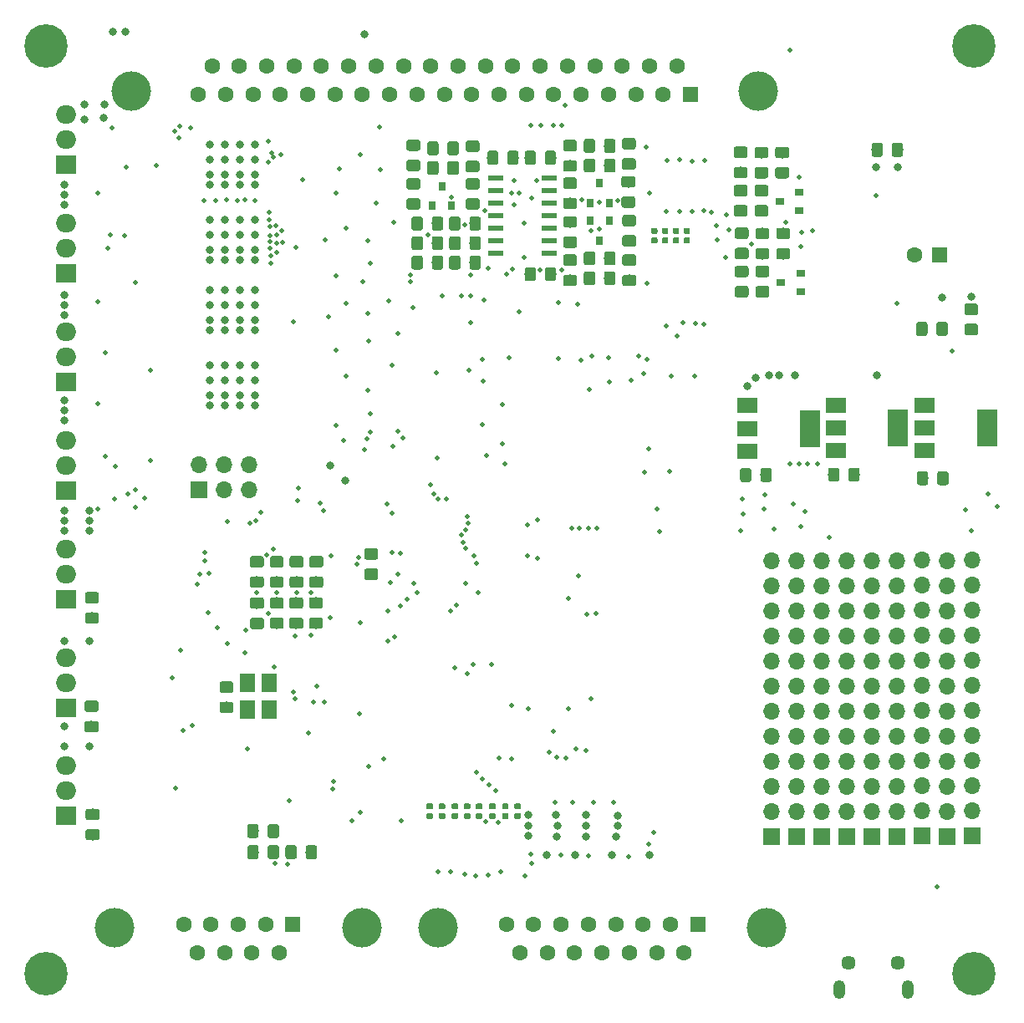
<source format=gbr>
G04 #@! TF.GenerationSoftware,KiCad,Pcbnew,(5.1.0)-1*
G04 #@! TF.CreationDate,2019-05-07T00:45:13+02:00*
G04 #@! TF.ProjectId,Project_RedGlow,50726f6a-6563-4745-9f52-6564476c6f77,rev?*
G04 #@! TF.SameCoordinates,Original*
G04 #@! TF.FileFunction,Soldermask,Bot*
G04 #@! TF.FilePolarity,Negative*
%FSLAX46Y46*%
G04 Gerber Fmt 4.6, Leading zero omitted, Abs format (unit mm)*
G04 Created by KiCad (PCBNEW (5.1.0)-1) date 2019-05-07 00:45:13*
%MOMM*%
%LPD*%
G04 APERTURE LIST*
%ADD10C,0.100000*%
%ADD11C,1.150000*%
%ADD12C,0.700000*%
%ADD13C,4.400000*%
%ADD14O,2.000000X1.905000*%
%ADD15R,2.000000X1.905000*%
%ADD16R,1.650000X1.950000*%
%ADD17R,2.000000X1.500000*%
%ADD18R,2.000000X3.800000*%
%ADD19R,1.500000X0.600000*%
%ADD20C,0.590000*%
%ADD21O,1.700000X1.700000*%
%ADD22R,1.700000X1.700000*%
%ADD23C,4.000000*%
%ADD24C,1.600000*%
%ADD25R,1.600000X1.600000*%
%ADD26O,1.200000X1.900000*%
%ADD27C,1.450000*%
%ADD28R,0.800000X0.900000*%
%ADD29R,0.900000X0.800000*%
%ADD30C,0.500000*%
%ADD31C,0.800000*%
G04 APERTURE END LIST*
D10*
G36*
X61667105Y-27560404D02*
G01*
X61691373Y-27564004D01*
X61715172Y-27569965D01*
X61738271Y-27578230D01*
X61760450Y-27588720D01*
X61781493Y-27601332D01*
X61801199Y-27615947D01*
X61819377Y-27632423D01*
X61835853Y-27650601D01*
X61850468Y-27670307D01*
X61863080Y-27691350D01*
X61873570Y-27713529D01*
X61881835Y-27736628D01*
X61887796Y-27760427D01*
X61891396Y-27784695D01*
X61892600Y-27809199D01*
X61892600Y-28459201D01*
X61891396Y-28483705D01*
X61887796Y-28507973D01*
X61881835Y-28531772D01*
X61873570Y-28554871D01*
X61863080Y-28577050D01*
X61850468Y-28598093D01*
X61835853Y-28617799D01*
X61819377Y-28635977D01*
X61801199Y-28652453D01*
X61781493Y-28667068D01*
X61760450Y-28679680D01*
X61738271Y-28690170D01*
X61715172Y-28698435D01*
X61691373Y-28704396D01*
X61667105Y-28707996D01*
X61642601Y-28709200D01*
X60742599Y-28709200D01*
X60718095Y-28707996D01*
X60693827Y-28704396D01*
X60670028Y-28698435D01*
X60646929Y-28690170D01*
X60624750Y-28679680D01*
X60603707Y-28667068D01*
X60584001Y-28652453D01*
X60565823Y-28635977D01*
X60549347Y-28617799D01*
X60534732Y-28598093D01*
X60522120Y-28577050D01*
X60511630Y-28554871D01*
X60503365Y-28531772D01*
X60497404Y-28507973D01*
X60493804Y-28483705D01*
X60492600Y-28459201D01*
X60492600Y-27809199D01*
X60493804Y-27784695D01*
X60497404Y-27760427D01*
X60503365Y-27736628D01*
X60511630Y-27713529D01*
X60522120Y-27691350D01*
X60534732Y-27670307D01*
X60549347Y-27650601D01*
X60565823Y-27632423D01*
X60584001Y-27615947D01*
X60603707Y-27601332D01*
X60624750Y-27588720D01*
X60646929Y-27578230D01*
X60670028Y-27569965D01*
X60693827Y-27564004D01*
X60718095Y-27560404D01*
X60742599Y-27559200D01*
X61642601Y-27559200D01*
X61667105Y-27560404D01*
X61667105Y-27560404D01*
G37*
D11*
X61192600Y-28134200D03*
D10*
G36*
X61667105Y-29610404D02*
G01*
X61691373Y-29614004D01*
X61715172Y-29619965D01*
X61738271Y-29628230D01*
X61760450Y-29638720D01*
X61781493Y-29651332D01*
X61801199Y-29665947D01*
X61819377Y-29682423D01*
X61835853Y-29700601D01*
X61850468Y-29720307D01*
X61863080Y-29741350D01*
X61873570Y-29763529D01*
X61881835Y-29786628D01*
X61887796Y-29810427D01*
X61891396Y-29834695D01*
X61892600Y-29859199D01*
X61892600Y-30509201D01*
X61891396Y-30533705D01*
X61887796Y-30557973D01*
X61881835Y-30581772D01*
X61873570Y-30604871D01*
X61863080Y-30627050D01*
X61850468Y-30648093D01*
X61835853Y-30667799D01*
X61819377Y-30685977D01*
X61801199Y-30702453D01*
X61781493Y-30717068D01*
X61760450Y-30729680D01*
X61738271Y-30740170D01*
X61715172Y-30748435D01*
X61691373Y-30754396D01*
X61667105Y-30757996D01*
X61642601Y-30759200D01*
X60742599Y-30759200D01*
X60718095Y-30757996D01*
X60693827Y-30754396D01*
X60670028Y-30748435D01*
X60646929Y-30740170D01*
X60624750Y-30729680D01*
X60603707Y-30717068D01*
X60584001Y-30702453D01*
X60565823Y-30685977D01*
X60549347Y-30667799D01*
X60534732Y-30648093D01*
X60522120Y-30627050D01*
X60511630Y-30604871D01*
X60503365Y-30581772D01*
X60497404Y-30557973D01*
X60493804Y-30533705D01*
X60492600Y-30509201D01*
X60492600Y-29859199D01*
X60493804Y-29834695D01*
X60497404Y-29810427D01*
X60503365Y-29786628D01*
X60511630Y-29763529D01*
X60522120Y-29741350D01*
X60534732Y-29720307D01*
X60549347Y-29700601D01*
X60565823Y-29682423D01*
X60584001Y-29665947D01*
X60603707Y-29651332D01*
X60624750Y-29638720D01*
X60646929Y-29628230D01*
X60670028Y-29619965D01*
X60693827Y-29614004D01*
X60718095Y-29610404D01*
X60742599Y-29609200D01*
X61642601Y-29609200D01*
X61667105Y-29610404D01*
X61667105Y-29610404D01*
G37*
D11*
X61192600Y-30184200D03*
D12*
X113166726Y-110833274D03*
X112000000Y-110350000D03*
X110833274Y-110833274D03*
X110350000Y-112000000D03*
X110833274Y-113166726D03*
X112000000Y-113650000D03*
X113166726Y-113166726D03*
X113650000Y-112000000D03*
D13*
X112000000Y-112000000D03*
D12*
X19166726Y-110833274D03*
X18000000Y-110350000D03*
X16833274Y-110833274D03*
X16350000Y-112000000D03*
X16833274Y-113166726D03*
X18000000Y-113650000D03*
X19166726Y-113166726D03*
X19650000Y-112000000D03*
D13*
X18000000Y-112000000D03*
D12*
X113166726Y-16833274D03*
X112000000Y-16350000D03*
X110833274Y-16833274D03*
X110350000Y-18000000D03*
X110833274Y-19166726D03*
X112000000Y-19650000D03*
X113166726Y-19166726D03*
X113650000Y-18000000D03*
D13*
X112000000Y-18000000D03*
D12*
X19166726Y-16833274D03*
X18000000Y-16350000D03*
X16833274Y-16833274D03*
X16350000Y-18000000D03*
X16833274Y-19166726D03*
X18000000Y-19650000D03*
X19166726Y-19166726D03*
X19650000Y-18000000D03*
D13*
X18000000Y-18000000D03*
D14*
X20000000Y-57920000D03*
X20000000Y-60460000D03*
D15*
X20000000Y-63000000D03*
D14*
X20000000Y-46920000D03*
X20000000Y-49460000D03*
D15*
X20000000Y-52000000D03*
D14*
X20000000Y-35920000D03*
X20000000Y-38460000D03*
D15*
X20000000Y-41000000D03*
D14*
X20000000Y-24920000D03*
X20000000Y-27460000D03*
D15*
X20000000Y-30000000D03*
D16*
X40584200Y-85226600D03*
X40584200Y-82476600D03*
X38384200Y-82476600D03*
X38384200Y-85226600D03*
D17*
X89052000Y-59018200D03*
X89052000Y-54418200D03*
X89052000Y-56718200D03*
D18*
X95352000Y-56718200D03*
D17*
X97992800Y-58967400D03*
X97992800Y-54367400D03*
X97992800Y-56667400D03*
D18*
X104292800Y-56667400D03*
D17*
X107009800Y-58967400D03*
X107009800Y-54367400D03*
X107009800Y-56667400D03*
D18*
X113309800Y-56667400D03*
D19*
X68917800Y-39014400D03*
X68917800Y-37744400D03*
X68917800Y-36474400D03*
X68917800Y-35204400D03*
X68917800Y-33934400D03*
X68917800Y-32664400D03*
X68917800Y-31394400D03*
X63517800Y-31394400D03*
X63517800Y-32664400D03*
X63517800Y-33934400D03*
X63517800Y-35204400D03*
X63517800Y-36474400D03*
X63517800Y-37744400D03*
X63517800Y-39014400D03*
D10*
G36*
X112174505Y-46126204D02*
G01*
X112198773Y-46129804D01*
X112222572Y-46135765D01*
X112245671Y-46144030D01*
X112267850Y-46154520D01*
X112288893Y-46167132D01*
X112308599Y-46181747D01*
X112326777Y-46198223D01*
X112343253Y-46216401D01*
X112357868Y-46236107D01*
X112370480Y-46257150D01*
X112380970Y-46279329D01*
X112389235Y-46302428D01*
X112395196Y-46326227D01*
X112398796Y-46350495D01*
X112400000Y-46374999D01*
X112400000Y-47025001D01*
X112398796Y-47049505D01*
X112395196Y-47073773D01*
X112389235Y-47097572D01*
X112380970Y-47120671D01*
X112370480Y-47142850D01*
X112357868Y-47163893D01*
X112343253Y-47183599D01*
X112326777Y-47201777D01*
X112308599Y-47218253D01*
X112288893Y-47232868D01*
X112267850Y-47245480D01*
X112245671Y-47255970D01*
X112222572Y-47264235D01*
X112198773Y-47270196D01*
X112174505Y-47273796D01*
X112150001Y-47275000D01*
X111249999Y-47275000D01*
X111225495Y-47273796D01*
X111201227Y-47270196D01*
X111177428Y-47264235D01*
X111154329Y-47255970D01*
X111132150Y-47245480D01*
X111111107Y-47232868D01*
X111091401Y-47218253D01*
X111073223Y-47201777D01*
X111056747Y-47183599D01*
X111042132Y-47163893D01*
X111029520Y-47142850D01*
X111019030Y-47120671D01*
X111010765Y-47097572D01*
X111004804Y-47073773D01*
X111001204Y-47049505D01*
X111000000Y-47025001D01*
X111000000Y-46374999D01*
X111001204Y-46350495D01*
X111004804Y-46326227D01*
X111010765Y-46302428D01*
X111019030Y-46279329D01*
X111029520Y-46257150D01*
X111042132Y-46236107D01*
X111056747Y-46216401D01*
X111073223Y-46198223D01*
X111091401Y-46181747D01*
X111111107Y-46167132D01*
X111132150Y-46154520D01*
X111154329Y-46144030D01*
X111177428Y-46135765D01*
X111201227Y-46129804D01*
X111225495Y-46126204D01*
X111249999Y-46125000D01*
X112150001Y-46125000D01*
X112174505Y-46126204D01*
X112174505Y-46126204D01*
G37*
D11*
X111700000Y-46700000D03*
D10*
G36*
X112174505Y-44076204D02*
G01*
X112198773Y-44079804D01*
X112222572Y-44085765D01*
X112245671Y-44094030D01*
X112267850Y-44104520D01*
X112288893Y-44117132D01*
X112308599Y-44131747D01*
X112326777Y-44148223D01*
X112343253Y-44166401D01*
X112357868Y-44186107D01*
X112370480Y-44207150D01*
X112380970Y-44229329D01*
X112389235Y-44252428D01*
X112395196Y-44276227D01*
X112398796Y-44300495D01*
X112400000Y-44324999D01*
X112400000Y-44975001D01*
X112398796Y-44999505D01*
X112395196Y-45023773D01*
X112389235Y-45047572D01*
X112380970Y-45070671D01*
X112370480Y-45092850D01*
X112357868Y-45113893D01*
X112343253Y-45133599D01*
X112326777Y-45151777D01*
X112308599Y-45168253D01*
X112288893Y-45182868D01*
X112267850Y-45195480D01*
X112245671Y-45205970D01*
X112222572Y-45214235D01*
X112198773Y-45220196D01*
X112174505Y-45223796D01*
X112150001Y-45225000D01*
X111249999Y-45225000D01*
X111225495Y-45223796D01*
X111201227Y-45220196D01*
X111177428Y-45214235D01*
X111154329Y-45205970D01*
X111132150Y-45195480D01*
X111111107Y-45182868D01*
X111091401Y-45168253D01*
X111073223Y-45151777D01*
X111056747Y-45133599D01*
X111042132Y-45113893D01*
X111029520Y-45092850D01*
X111019030Y-45070671D01*
X111010765Y-45047572D01*
X111004804Y-45023773D01*
X111001204Y-44999505D01*
X111000000Y-44975001D01*
X111000000Y-44324999D01*
X111001204Y-44300495D01*
X111004804Y-44276227D01*
X111010765Y-44252428D01*
X111019030Y-44229329D01*
X111029520Y-44207150D01*
X111042132Y-44186107D01*
X111056747Y-44166401D01*
X111073223Y-44148223D01*
X111091401Y-44131747D01*
X111111107Y-44117132D01*
X111132150Y-44104520D01*
X111154329Y-44094030D01*
X111177428Y-44085765D01*
X111201227Y-44079804D01*
X111225495Y-44076204D01*
X111249999Y-44075000D01*
X112150001Y-44075000D01*
X112174505Y-44076204D01*
X112174505Y-44076204D01*
G37*
D11*
X111700000Y-44650000D03*
D10*
G36*
X67383905Y-40400404D02*
G01*
X67408173Y-40404004D01*
X67431972Y-40409965D01*
X67455071Y-40418230D01*
X67477250Y-40428720D01*
X67498293Y-40441332D01*
X67517999Y-40455947D01*
X67536177Y-40472423D01*
X67552653Y-40490601D01*
X67567268Y-40510307D01*
X67579880Y-40531350D01*
X67590370Y-40553529D01*
X67598635Y-40576628D01*
X67604596Y-40600427D01*
X67608196Y-40624695D01*
X67609400Y-40649199D01*
X67609400Y-41549201D01*
X67608196Y-41573705D01*
X67604596Y-41597973D01*
X67598635Y-41621772D01*
X67590370Y-41644871D01*
X67579880Y-41667050D01*
X67567268Y-41688093D01*
X67552653Y-41707799D01*
X67536177Y-41725977D01*
X67517999Y-41742453D01*
X67498293Y-41757068D01*
X67477250Y-41769680D01*
X67455071Y-41780170D01*
X67431972Y-41788435D01*
X67408173Y-41794396D01*
X67383905Y-41797996D01*
X67359401Y-41799200D01*
X66709399Y-41799200D01*
X66684895Y-41797996D01*
X66660627Y-41794396D01*
X66636828Y-41788435D01*
X66613729Y-41780170D01*
X66591550Y-41769680D01*
X66570507Y-41757068D01*
X66550801Y-41742453D01*
X66532623Y-41725977D01*
X66516147Y-41707799D01*
X66501532Y-41688093D01*
X66488920Y-41667050D01*
X66478430Y-41644871D01*
X66470165Y-41621772D01*
X66464204Y-41597973D01*
X66460604Y-41573705D01*
X66459400Y-41549201D01*
X66459400Y-40649199D01*
X66460604Y-40624695D01*
X66464204Y-40600427D01*
X66470165Y-40576628D01*
X66478430Y-40553529D01*
X66488920Y-40531350D01*
X66501532Y-40510307D01*
X66516147Y-40490601D01*
X66532623Y-40472423D01*
X66550801Y-40455947D01*
X66570507Y-40441332D01*
X66591550Y-40428720D01*
X66613729Y-40418230D01*
X66636828Y-40409965D01*
X66660627Y-40404004D01*
X66684895Y-40400404D01*
X66709399Y-40399200D01*
X67359401Y-40399200D01*
X67383905Y-40400404D01*
X67383905Y-40400404D01*
G37*
D11*
X67034400Y-41099200D03*
D10*
G36*
X69433905Y-40400404D02*
G01*
X69458173Y-40404004D01*
X69481972Y-40409965D01*
X69505071Y-40418230D01*
X69527250Y-40428720D01*
X69548293Y-40441332D01*
X69567999Y-40455947D01*
X69586177Y-40472423D01*
X69602653Y-40490601D01*
X69617268Y-40510307D01*
X69629880Y-40531350D01*
X69640370Y-40553529D01*
X69648635Y-40576628D01*
X69654596Y-40600427D01*
X69658196Y-40624695D01*
X69659400Y-40649199D01*
X69659400Y-41549201D01*
X69658196Y-41573705D01*
X69654596Y-41597973D01*
X69648635Y-41621772D01*
X69640370Y-41644871D01*
X69629880Y-41667050D01*
X69617268Y-41688093D01*
X69602653Y-41707799D01*
X69586177Y-41725977D01*
X69567999Y-41742453D01*
X69548293Y-41757068D01*
X69527250Y-41769680D01*
X69505071Y-41780170D01*
X69481972Y-41788435D01*
X69458173Y-41794396D01*
X69433905Y-41797996D01*
X69409401Y-41799200D01*
X68759399Y-41799200D01*
X68734895Y-41797996D01*
X68710627Y-41794396D01*
X68686828Y-41788435D01*
X68663729Y-41780170D01*
X68641550Y-41769680D01*
X68620507Y-41757068D01*
X68600801Y-41742453D01*
X68582623Y-41725977D01*
X68566147Y-41707799D01*
X68551532Y-41688093D01*
X68538920Y-41667050D01*
X68528430Y-41644871D01*
X68520165Y-41621772D01*
X68514204Y-41597973D01*
X68510604Y-41573705D01*
X68509400Y-41549201D01*
X68509400Y-40649199D01*
X68510604Y-40624695D01*
X68514204Y-40600427D01*
X68520165Y-40576628D01*
X68528430Y-40553529D01*
X68538920Y-40531350D01*
X68551532Y-40510307D01*
X68566147Y-40490601D01*
X68582623Y-40472423D01*
X68600801Y-40455947D01*
X68620507Y-40441332D01*
X68641550Y-40428720D01*
X68663729Y-40418230D01*
X68686828Y-40409965D01*
X68710627Y-40404004D01*
X68734895Y-40400404D01*
X68759399Y-40399200D01*
X69409401Y-40399200D01*
X69433905Y-40400404D01*
X69433905Y-40400404D01*
G37*
D11*
X69084400Y-41099200D03*
D10*
G36*
X71533905Y-41150404D02*
G01*
X71558173Y-41154004D01*
X71581972Y-41159965D01*
X71605071Y-41168230D01*
X71627250Y-41178720D01*
X71648293Y-41191332D01*
X71667999Y-41205947D01*
X71686177Y-41222423D01*
X71702653Y-41240601D01*
X71717268Y-41260307D01*
X71729880Y-41281350D01*
X71740370Y-41303529D01*
X71748635Y-41326628D01*
X71754596Y-41350427D01*
X71758196Y-41374695D01*
X71759400Y-41399199D01*
X71759400Y-42049201D01*
X71758196Y-42073705D01*
X71754596Y-42097973D01*
X71748635Y-42121772D01*
X71740370Y-42144871D01*
X71729880Y-42167050D01*
X71717268Y-42188093D01*
X71702653Y-42207799D01*
X71686177Y-42225977D01*
X71667999Y-42242453D01*
X71648293Y-42257068D01*
X71627250Y-42269680D01*
X71605071Y-42280170D01*
X71581972Y-42288435D01*
X71558173Y-42294396D01*
X71533905Y-42297996D01*
X71509401Y-42299200D01*
X70609399Y-42299200D01*
X70584895Y-42297996D01*
X70560627Y-42294396D01*
X70536828Y-42288435D01*
X70513729Y-42280170D01*
X70491550Y-42269680D01*
X70470507Y-42257068D01*
X70450801Y-42242453D01*
X70432623Y-42225977D01*
X70416147Y-42207799D01*
X70401532Y-42188093D01*
X70388920Y-42167050D01*
X70378430Y-42144871D01*
X70370165Y-42121772D01*
X70364204Y-42097973D01*
X70360604Y-42073705D01*
X70359400Y-42049201D01*
X70359400Y-41399199D01*
X70360604Y-41374695D01*
X70364204Y-41350427D01*
X70370165Y-41326628D01*
X70378430Y-41303529D01*
X70388920Y-41281350D01*
X70401532Y-41260307D01*
X70416147Y-41240601D01*
X70432623Y-41222423D01*
X70450801Y-41205947D01*
X70470507Y-41191332D01*
X70491550Y-41178720D01*
X70513729Y-41168230D01*
X70536828Y-41159965D01*
X70560627Y-41154004D01*
X70584895Y-41150404D01*
X70609399Y-41149200D01*
X71509401Y-41149200D01*
X71533905Y-41150404D01*
X71533905Y-41150404D01*
G37*
D11*
X71059400Y-41724200D03*
D10*
G36*
X71533905Y-39100404D02*
G01*
X71558173Y-39104004D01*
X71581972Y-39109965D01*
X71605071Y-39118230D01*
X71627250Y-39128720D01*
X71648293Y-39141332D01*
X71667999Y-39155947D01*
X71686177Y-39172423D01*
X71702653Y-39190601D01*
X71717268Y-39210307D01*
X71729880Y-39231350D01*
X71740370Y-39253529D01*
X71748635Y-39276628D01*
X71754596Y-39300427D01*
X71758196Y-39324695D01*
X71759400Y-39349199D01*
X71759400Y-39999201D01*
X71758196Y-40023705D01*
X71754596Y-40047973D01*
X71748635Y-40071772D01*
X71740370Y-40094871D01*
X71729880Y-40117050D01*
X71717268Y-40138093D01*
X71702653Y-40157799D01*
X71686177Y-40175977D01*
X71667999Y-40192453D01*
X71648293Y-40207068D01*
X71627250Y-40219680D01*
X71605071Y-40230170D01*
X71581972Y-40238435D01*
X71558173Y-40244396D01*
X71533905Y-40247996D01*
X71509401Y-40249200D01*
X70609399Y-40249200D01*
X70584895Y-40247996D01*
X70560627Y-40244396D01*
X70536828Y-40238435D01*
X70513729Y-40230170D01*
X70491550Y-40219680D01*
X70470507Y-40207068D01*
X70450801Y-40192453D01*
X70432623Y-40175977D01*
X70416147Y-40157799D01*
X70401532Y-40138093D01*
X70388920Y-40117050D01*
X70378430Y-40094871D01*
X70370165Y-40071772D01*
X70364204Y-40047973D01*
X70360604Y-40023705D01*
X70359400Y-39999201D01*
X70359400Y-39349199D01*
X70360604Y-39324695D01*
X70364204Y-39300427D01*
X70370165Y-39276628D01*
X70378430Y-39253529D01*
X70388920Y-39231350D01*
X70401532Y-39210307D01*
X70416147Y-39190601D01*
X70432623Y-39172423D01*
X70450801Y-39155947D01*
X70470507Y-39141332D01*
X70491550Y-39128720D01*
X70513729Y-39118230D01*
X70536828Y-39109965D01*
X70560627Y-39104004D01*
X70584895Y-39100404D01*
X70609399Y-39099200D01*
X71509401Y-39099200D01*
X71533905Y-39100404D01*
X71533905Y-39100404D01*
G37*
D11*
X71059400Y-39674200D03*
D10*
G36*
X67383905Y-28600404D02*
G01*
X67408173Y-28604004D01*
X67431972Y-28609965D01*
X67455071Y-28618230D01*
X67477250Y-28628720D01*
X67498293Y-28641332D01*
X67517999Y-28655947D01*
X67536177Y-28672423D01*
X67552653Y-28690601D01*
X67567268Y-28710307D01*
X67579880Y-28731350D01*
X67590370Y-28753529D01*
X67598635Y-28776628D01*
X67604596Y-28800427D01*
X67608196Y-28824695D01*
X67609400Y-28849199D01*
X67609400Y-29749201D01*
X67608196Y-29773705D01*
X67604596Y-29797973D01*
X67598635Y-29821772D01*
X67590370Y-29844871D01*
X67579880Y-29867050D01*
X67567268Y-29888093D01*
X67552653Y-29907799D01*
X67536177Y-29925977D01*
X67517999Y-29942453D01*
X67498293Y-29957068D01*
X67477250Y-29969680D01*
X67455071Y-29980170D01*
X67431972Y-29988435D01*
X67408173Y-29994396D01*
X67383905Y-29997996D01*
X67359401Y-29999200D01*
X66709399Y-29999200D01*
X66684895Y-29997996D01*
X66660627Y-29994396D01*
X66636828Y-29988435D01*
X66613729Y-29980170D01*
X66591550Y-29969680D01*
X66570507Y-29957068D01*
X66550801Y-29942453D01*
X66532623Y-29925977D01*
X66516147Y-29907799D01*
X66501532Y-29888093D01*
X66488920Y-29867050D01*
X66478430Y-29844871D01*
X66470165Y-29821772D01*
X66464204Y-29797973D01*
X66460604Y-29773705D01*
X66459400Y-29749201D01*
X66459400Y-28849199D01*
X66460604Y-28824695D01*
X66464204Y-28800427D01*
X66470165Y-28776628D01*
X66478430Y-28753529D01*
X66488920Y-28731350D01*
X66501532Y-28710307D01*
X66516147Y-28690601D01*
X66532623Y-28672423D01*
X66550801Y-28655947D01*
X66570507Y-28641332D01*
X66591550Y-28628720D01*
X66613729Y-28618230D01*
X66636828Y-28609965D01*
X66660627Y-28604004D01*
X66684895Y-28600404D01*
X66709399Y-28599200D01*
X67359401Y-28599200D01*
X67383905Y-28600404D01*
X67383905Y-28600404D01*
G37*
D11*
X67034400Y-29299200D03*
D10*
G36*
X69433905Y-28600404D02*
G01*
X69458173Y-28604004D01*
X69481972Y-28609965D01*
X69505071Y-28618230D01*
X69527250Y-28628720D01*
X69548293Y-28641332D01*
X69567999Y-28655947D01*
X69586177Y-28672423D01*
X69602653Y-28690601D01*
X69617268Y-28710307D01*
X69629880Y-28731350D01*
X69640370Y-28753529D01*
X69648635Y-28776628D01*
X69654596Y-28800427D01*
X69658196Y-28824695D01*
X69659400Y-28849199D01*
X69659400Y-29749201D01*
X69658196Y-29773705D01*
X69654596Y-29797973D01*
X69648635Y-29821772D01*
X69640370Y-29844871D01*
X69629880Y-29867050D01*
X69617268Y-29888093D01*
X69602653Y-29907799D01*
X69586177Y-29925977D01*
X69567999Y-29942453D01*
X69548293Y-29957068D01*
X69527250Y-29969680D01*
X69505071Y-29980170D01*
X69481972Y-29988435D01*
X69458173Y-29994396D01*
X69433905Y-29997996D01*
X69409401Y-29999200D01*
X68759399Y-29999200D01*
X68734895Y-29997996D01*
X68710627Y-29994396D01*
X68686828Y-29988435D01*
X68663729Y-29980170D01*
X68641550Y-29969680D01*
X68620507Y-29957068D01*
X68600801Y-29942453D01*
X68582623Y-29925977D01*
X68566147Y-29907799D01*
X68551532Y-29888093D01*
X68538920Y-29867050D01*
X68528430Y-29844871D01*
X68520165Y-29821772D01*
X68514204Y-29797973D01*
X68510604Y-29773705D01*
X68509400Y-29749201D01*
X68509400Y-28849199D01*
X68510604Y-28824695D01*
X68514204Y-28800427D01*
X68520165Y-28776628D01*
X68528430Y-28753529D01*
X68538920Y-28731350D01*
X68551532Y-28710307D01*
X68566147Y-28690601D01*
X68582623Y-28672423D01*
X68600801Y-28655947D01*
X68620507Y-28641332D01*
X68641550Y-28628720D01*
X68663729Y-28618230D01*
X68686828Y-28609965D01*
X68710627Y-28604004D01*
X68734895Y-28600404D01*
X68759399Y-28599200D01*
X69409401Y-28599200D01*
X69433905Y-28600404D01*
X69433905Y-28600404D01*
G37*
D11*
X69084400Y-29299200D03*
D10*
G36*
X71533905Y-27500404D02*
G01*
X71558173Y-27504004D01*
X71581972Y-27509965D01*
X71605071Y-27518230D01*
X71627250Y-27528720D01*
X71648293Y-27541332D01*
X71667999Y-27555947D01*
X71686177Y-27572423D01*
X71702653Y-27590601D01*
X71717268Y-27610307D01*
X71729880Y-27631350D01*
X71740370Y-27653529D01*
X71748635Y-27676628D01*
X71754596Y-27700427D01*
X71758196Y-27724695D01*
X71759400Y-27749199D01*
X71759400Y-28399201D01*
X71758196Y-28423705D01*
X71754596Y-28447973D01*
X71748635Y-28471772D01*
X71740370Y-28494871D01*
X71729880Y-28517050D01*
X71717268Y-28538093D01*
X71702653Y-28557799D01*
X71686177Y-28575977D01*
X71667999Y-28592453D01*
X71648293Y-28607068D01*
X71627250Y-28619680D01*
X71605071Y-28630170D01*
X71581972Y-28638435D01*
X71558173Y-28644396D01*
X71533905Y-28647996D01*
X71509401Y-28649200D01*
X70609399Y-28649200D01*
X70584895Y-28647996D01*
X70560627Y-28644396D01*
X70536828Y-28638435D01*
X70513729Y-28630170D01*
X70491550Y-28619680D01*
X70470507Y-28607068D01*
X70450801Y-28592453D01*
X70432623Y-28575977D01*
X70416147Y-28557799D01*
X70401532Y-28538093D01*
X70388920Y-28517050D01*
X70378430Y-28494871D01*
X70370165Y-28471772D01*
X70364204Y-28447973D01*
X70360604Y-28423705D01*
X70359400Y-28399201D01*
X70359400Y-27749199D01*
X70360604Y-27724695D01*
X70364204Y-27700427D01*
X70370165Y-27676628D01*
X70378430Y-27653529D01*
X70388920Y-27631350D01*
X70401532Y-27610307D01*
X70416147Y-27590601D01*
X70432623Y-27572423D01*
X70450801Y-27555947D01*
X70470507Y-27541332D01*
X70491550Y-27528720D01*
X70513729Y-27518230D01*
X70536828Y-27509965D01*
X70560627Y-27504004D01*
X70584895Y-27500404D01*
X70609399Y-27499200D01*
X71509401Y-27499200D01*
X71533905Y-27500404D01*
X71533905Y-27500404D01*
G37*
D11*
X71059400Y-28074200D03*
D10*
G36*
X71533905Y-29550404D02*
G01*
X71558173Y-29554004D01*
X71581972Y-29559965D01*
X71605071Y-29568230D01*
X71627250Y-29578720D01*
X71648293Y-29591332D01*
X71667999Y-29605947D01*
X71686177Y-29622423D01*
X71702653Y-29640601D01*
X71717268Y-29660307D01*
X71729880Y-29681350D01*
X71740370Y-29703529D01*
X71748635Y-29726628D01*
X71754596Y-29750427D01*
X71758196Y-29774695D01*
X71759400Y-29799199D01*
X71759400Y-30449201D01*
X71758196Y-30473705D01*
X71754596Y-30497973D01*
X71748635Y-30521772D01*
X71740370Y-30544871D01*
X71729880Y-30567050D01*
X71717268Y-30588093D01*
X71702653Y-30607799D01*
X71686177Y-30625977D01*
X71667999Y-30642453D01*
X71648293Y-30657068D01*
X71627250Y-30669680D01*
X71605071Y-30680170D01*
X71581972Y-30688435D01*
X71558173Y-30694396D01*
X71533905Y-30697996D01*
X71509401Y-30699200D01*
X70609399Y-30699200D01*
X70584895Y-30697996D01*
X70560627Y-30694396D01*
X70536828Y-30688435D01*
X70513729Y-30680170D01*
X70491550Y-30669680D01*
X70470507Y-30657068D01*
X70450801Y-30642453D01*
X70432623Y-30625977D01*
X70416147Y-30607799D01*
X70401532Y-30588093D01*
X70388920Y-30567050D01*
X70378430Y-30544871D01*
X70370165Y-30521772D01*
X70364204Y-30497973D01*
X70360604Y-30473705D01*
X70359400Y-30449201D01*
X70359400Y-29799199D01*
X70360604Y-29774695D01*
X70364204Y-29750427D01*
X70370165Y-29726628D01*
X70378430Y-29703529D01*
X70388920Y-29681350D01*
X70401532Y-29660307D01*
X70416147Y-29640601D01*
X70432623Y-29622423D01*
X70450801Y-29605947D01*
X70470507Y-29591332D01*
X70491550Y-29578720D01*
X70513729Y-29568230D01*
X70536828Y-29559965D01*
X70560627Y-29554004D01*
X70584895Y-29550404D01*
X70609399Y-29549200D01*
X71509401Y-29549200D01*
X71533905Y-29550404D01*
X71533905Y-29550404D01*
G37*
D11*
X71059400Y-30124200D03*
D10*
G36*
X65633905Y-28600404D02*
G01*
X65658173Y-28604004D01*
X65681972Y-28609965D01*
X65705071Y-28618230D01*
X65727250Y-28628720D01*
X65748293Y-28641332D01*
X65767999Y-28655947D01*
X65786177Y-28672423D01*
X65802653Y-28690601D01*
X65817268Y-28710307D01*
X65829880Y-28731350D01*
X65840370Y-28753529D01*
X65848635Y-28776628D01*
X65854596Y-28800427D01*
X65858196Y-28824695D01*
X65859400Y-28849199D01*
X65859400Y-29749201D01*
X65858196Y-29773705D01*
X65854596Y-29797973D01*
X65848635Y-29821772D01*
X65840370Y-29844871D01*
X65829880Y-29867050D01*
X65817268Y-29888093D01*
X65802653Y-29907799D01*
X65786177Y-29925977D01*
X65767999Y-29942453D01*
X65748293Y-29957068D01*
X65727250Y-29969680D01*
X65705071Y-29980170D01*
X65681972Y-29988435D01*
X65658173Y-29994396D01*
X65633905Y-29997996D01*
X65609401Y-29999200D01*
X64959399Y-29999200D01*
X64934895Y-29997996D01*
X64910627Y-29994396D01*
X64886828Y-29988435D01*
X64863729Y-29980170D01*
X64841550Y-29969680D01*
X64820507Y-29957068D01*
X64800801Y-29942453D01*
X64782623Y-29925977D01*
X64766147Y-29907799D01*
X64751532Y-29888093D01*
X64738920Y-29867050D01*
X64728430Y-29844871D01*
X64720165Y-29821772D01*
X64714204Y-29797973D01*
X64710604Y-29773705D01*
X64709400Y-29749201D01*
X64709400Y-28849199D01*
X64710604Y-28824695D01*
X64714204Y-28800427D01*
X64720165Y-28776628D01*
X64728430Y-28753529D01*
X64738920Y-28731350D01*
X64751532Y-28710307D01*
X64766147Y-28690601D01*
X64782623Y-28672423D01*
X64800801Y-28655947D01*
X64820507Y-28641332D01*
X64841550Y-28628720D01*
X64863729Y-28618230D01*
X64886828Y-28609965D01*
X64910627Y-28604004D01*
X64934895Y-28600404D01*
X64959399Y-28599200D01*
X65609401Y-28599200D01*
X65633905Y-28600404D01*
X65633905Y-28600404D01*
G37*
D11*
X65284400Y-29299200D03*
D10*
G36*
X63583905Y-28600404D02*
G01*
X63608173Y-28604004D01*
X63631972Y-28609965D01*
X63655071Y-28618230D01*
X63677250Y-28628720D01*
X63698293Y-28641332D01*
X63717999Y-28655947D01*
X63736177Y-28672423D01*
X63752653Y-28690601D01*
X63767268Y-28710307D01*
X63779880Y-28731350D01*
X63790370Y-28753529D01*
X63798635Y-28776628D01*
X63804596Y-28800427D01*
X63808196Y-28824695D01*
X63809400Y-28849199D01*
X63809400Y-29749201D01*
X63808196Y-29773705D01*
X63804596Y-29797973D01*
X63798635Y-29821772D01*
X63790370Y-29844871D01*
X63779880Y-29867050D01*
X63767268Y-29888093D01*
X63752653Y-29907799D01*
X63736177Y-29925977D01*
X63717999Y-29942453D01*
X63698293Y-29957068D01*
X63677250Y-29969680D01*
X63655071Y-29980170D01*
X63631972Y-29988435D01*
X63608173Y-29994396D01*
X63583905Y-29997996D01*
X63559401Y-29999200D01*
X62909399Y-29999200D01*
X62884895Y-29997996D01*
X62860627Y-29994396D01*
X62836828Y-29988435D01*
X62813729Y-29980170D01*
X62791550Y-29969680D01*
X62770507Y-29957068D01*
X62750801Y-29942453D01*
X62732623Y-29925977D01*
X62716147Y-29907799D01*
X62701532Y-29888093D01*
X62688920Y-29867050D01*
X62678430Y-29844871D01*
X62670165Y-29821772D01*
X62664204Y-29797973D01*
X62660604Y-29773705D01*
X62659400Y-29749201D01*
X62659400Y-28849199D01*
X62660604Y-28824695D01*
X62664204Y-28800427D01*
X62670165Y-28776628D01*
X62678430Y-28753529D01*
X62688920Y-28731350D01*
X62701532Y-28710307D01*
X62716147Y-28690601D01*
X62732623Y-28672423D01*
X62750801Y-28655947D01*
X62770507Y-28641332D01*
X62791550Y-28628720D01*
X62813729Y-28618230D01*
X62836828Y-28609965D01*
X62860627Y-28604004D01*
X62884895Y-28600404D01*
X62909399Y-28599200D01*
X63559401Y-28599200D01*
X63583905Y-28600404D01*
X63583905Y-28600404D01*
G37*
D11*
X63234400Y-29299200D03*
D10*
G36*
X55941105Y-39230004D02*
G01*
X55965373Y-39233604D01*
X55989172Y-39239565D01*
X56012271Y-39247830D01*
X56034450Y-39258320D01*
X56055493Y-39270932D01*
X56075199Y-39285547D01*
X56093377Y-39302023D01*
X56109853Y-39320201D01*
X56124468Y-39339907D01*
X56137080Y-39360950D01*
X56147570Y-39383129D01*
X56155835Y-39406228D01*
X56161796Y-39430027D01*
X56165396Y-39454295D01*
X56166600Y-39478799D01*
X56166600Y-40378801D01*
X56165396Y-40403305D01*
X56161796Y-40427573D01*
X56155835Y-40451372D01*
X56147570Y-40474471D01*
X56137080Y-40496650D01*
X56124468Y-40517693D01*
X56109853Y-40537399D01*
X56093377Y-40555577D01*
X56075199Y-40572053D01*
X56055493Y-40586668D01*
X56034450Y-40599280D01*
X56012271Y-40609770D01*
X55989172Y-40618035D01*
X55965373Y-40623996D01*
X55941105Y-40627596D01*
X55916601Y-40628800D01*
X55266599Y-40628800D01*
X55242095Y-40627596D01*
X55217827Y-40623996D01*
X55194028Y-40618035D01*
X55170929Y-40609770D01*
X55148750Y-40599280D01*
X55127707Y-40586668D01*
X55108001Y-40572053D01*
X55089823Y-40555577D01*
X55073347Y-40537399D01*
X55058732Y-40517693D01*
X55046120Y-40496650D01*
X55035630Y-40474471D01*
X55027365Y-40451372D01*
X55021404Y-40427573D01*
X55017804Y-40403305D01*
X55016600Y-40378801D01*
X55016600Y-39478799D01*
X55017804Y-39454295D01*
X55021404Y-39430027D01*
X55027365Y-39406228D01*
X55035630Y-39383129D01*
X55046120Y-39360950D01*
X55058732Y-39339907D01*
X55073347Y-39320201D01*
X55089823Y-39302023D01*
X55108001Y-39285547D01*
X55127707Y-39270932D01*
X55148750Y-39258320D01*
X55170929Y-39247830D01*
X55194028Y-39239565D01*
X55217827Y-39233604D01*
X55242095Y-39230004D01*
X55266599Y-39228800D01*
X55916601Y-39228800D01*
X55941105Y-39230004D01*
X55941105Y-39230004D01*
G37*
D11*
X55591600Y-39928800D03*
D10*
G36*
X57991105Y-39230004D02*
G01*
X58015373Y-39233604D01*
X58039172Y-39239565D01*
X58062271Y-39247830D01*
X58084450Y-39258320D01*
X58105493Y-39270932D01*
X58125199Y-39285547D01*
X58143377Y-39302023D01*
X58159853Y-39320201D01*
X58174468Y-39339907D01*
X58187080Y-39360950D01*
X58197570Y-39383129D01*
X58205835Y-39406228D01*
X58211796Y-39430027D01*
X58215396Y-39454295D01*
X58216600Y-39478799D01*
X58216600Y-40378801D01*
X58215396Y-40403305D01*
X58211796Y-40427573D01*
X58205835Y-40451372D01*
X58197570Y-40474471D01*
X58187080Y-40496650D01*
X58174468Y-40517693D01*
X58159853Y-40537399D01*
X58143377Y-40555577D01*
X58125199Y-40572053D01*
X58105493Y-40586668D01*
X58084450Y-40599280D01*
X58062271Y-40609770D01*
X58039172Y-40618035D01*
X58015373Y-40623996D01*
X57991105Y-40627596D01*
X57966601Y-40628800D01*
X57316599Y-40628800D01*
X57292095Y-40627596D01*
X57267827Y-40623996D01*
X57244028Y-40618035D01*
X57220929Y-40609770D01*
X57198750Y-40599280D01*
X57177707Y-40586668D01*
X57158001Y-40572053D01*
X57139823Y-40555577D01*
X57123347Y-40537399D01*
X57108732Y-40517693D01*
X57096120Y-40496650D01*
X57085630Y-40474471D01*
X57077365Y-40451372D01*
X57071404Y-40427573D01*
X57067804Y-40403305D01*
X57066600Y-40378801D01*
X57066600Y-39478799D01*
X57067804Y-39454295D01*
X57071404Y-39430027D01*
X57077365Y-39406228D01*
X57085630Y-39383129D01*
X57096120Y-39360950D01*
X57108732Y-39339907D01*
X57123347Y-39320201D01*
X57139823Y-39302023D01*
X57158001Y-39285547D01*
X57177707Y-39270932D01*
X57198750Y-39258320D01*
X57220929Y-39247830D01*
X57244028Y-39239565D01*
X57267827Y-39233604D01*
X57292095Y-39230004D01*
X57316599Y-39228800D01*
X57966601Y-39228800D01*
X57991105Y-39230004D01*
X57991105Y-39230004D01*
G37*
D11*
X57641600Y-39928800D03*
D10*
G36*
X59751105Y-39230004D02*
G01*
X59775373Y-39233604D01*
X59799172Y-39239565D01*
X59822271Y-39247830D01*
X59844450Y-39258320D01*
X59865493Y-39270932D01*
X59885199Y-39285547D01*
X59903377Y-39302023D01*
X59919853Y-39320201D01*
X59934468Y-39339907D01*
X59947080Y-39360950D01*
X59957570Y-39383129D01*
X59965835Y-39406228D01*
X59971796Y-39430027D01*
X59975396Y-39454295D01*
X59976600Y-39478799D01*
X59976600Y-40378801D01*
X59975396Y-40403305D01*
X59971796Y-40427573D01*
X59965835Y-40451372D01*
X59957570Y-40474471D01*
X59947080Y-40496650D01*
X59934468Y-40517693D01*
X59919853Y-40537399D01*
X59903377Y-40555577D01*
X59885199Y-40572053D01*
X59865493Y-40586668D01*
X59844450Y-40599280D01*
X59822271Y-40609770D01*
X59799172Y-40618035D01*
X59775373Y-40623996D01*
X59751105Y-40627596D01*
X59726601Y-40628800D01*
X59076599Y-40628800D01*
X59052095Y-40627596D01*
X59027827Y-40623996D01*
X59004028Y-40618035D01*
X58980929Y-40609770D01*
X58958750Y-40599280D01*
X58937707Y-40586668D01*
X58918001Y-40572053D01*
X58899823Y-40555577D01*
X58883347Y-40537399D01*
X58868732Y-40517693D01*
X58856120Y-40496650D01*
X58845630Y-40474471D01*
X58837365Y-40451372D01*
X58831404Y-40427573D01*
X58827804Y-40403305D01*
X58826600Y-40378801D01*
X58826600Y-39478799D01*
X58827804Y-39454295D01*
X58831404Y-39430027D01*
X58837365Y-39406228D01*
X58845630Y-39383129D01*
X58856120Y-39360950D01*
X58868732Y-39339907D01*
X58883347Y-39320201D01*
X58899823Y-39302023D01*
X58918001Y-39285547D01*
X58937707Y-39270932D01*
X58958750Y-39258320D01*
X58980929Y-39247830D01*
X59004028Y-39239565D01*
X59027827Y-39233604D01*
X59052095Y-39230004D01*
X59076599Y-39228800D01*
X59726601Y-39228800D01*
X59751105Y-39230004D01*
X59751105Y-39230004D01*
G37*
D11*
X59401600Y-39928800D03*
D10*
G36*
X61801105Y-39230004D02*
G01*
X61825373Y-39233604D01*
X61849172Y-39239565D01*
X61872271Y-39247830D01*
X61894450Y-39258320D01*
X61915493Y-39270932D01*
X61935199Y-39285547D01*
X61953377Y-39302023D01*
X61969853Y-39320201D01*
X61984468Y-39339907D01*
X61997080Y-39360950D01*
X62007570Y-39383129D01*
X62015835Y-39406228D01*
X62021796Y-39430027D01*
X62025396Y-39454295D01*
X62026600Y-39478799D01*
X62026600Y-40378801D01*
X62025396Y-40403305D01*
X62021796Y-40427573D01*
X62015835Y-40451372D01*
X62007570Y-40474471D01*
X61997080Y-40496650D01*
X61984468Y-40517693D01*
X61969853Y-40537399D01*
X61953377Y-40555577D01*
X61935199Y-40572053D01*
X61915493Y-40586668D01*
X61894450Y-40599280D01*
X61872271Y-40609770D01*
X61849172Y-40618035D01*
X61825373Y-40623996D01*
X61801105Y-40627596D01*
X61776601Y-40628800D01*
X61126599Y-40628800D01*
X61102095Y-40627596D01*
X61077827Y-40623996D01*
X61054028Y-40618035D01*
X61030929Y-40609770D01*
X61008750Y-40599280D01*
X60987707Y-40586668D01*
X60968001Y-40572053D01*
X60949823Y-40555577D01*
X60933347Y-40537399D01*
X60918732Y-40517693D01*
X60906120Y-40496650D01*
X60895630Y-40474471D01*
X60887365Y-40451372D01*
X60881404Y-40427573D01*
X60877804Y-40403305D01*
X60876600Y-40378801D01*
X60876600Y-39478799D01*
X60877804Y-39454295D01*
X60881404Y-39430027D01*
X60887365Y-39406228D01*
X60895630Y-39383129D01*
X60906120Y-39360950D01*
X60918732Y-39339907D01*
X60933347Y-39320201D01*
X60949823Y-39302023D01*
X60968001Y-39285547D01*
X60987707Y-39270932D01*
X61008750Y-39258320D01*
X61030929Y-39247830D01*
X61054028Y-39239565D01*
X61077827Y-39233604D01*
X61102095Y-39230004D01*
X61126599Y-39228800D01*
X61776601Y-39228800D01*
X61801105Y-39230004D01*
X61801105Y-39230004D01*
G37*
D11*
X61451600Y-39928800D03*
D10*
G36*
X57036958Y-94720710D02*
G01*
X57051276Y-94722834D01*
X57065317Y-94726351D01*
X57078946Y-94731228D01*
X57092031Y-94737417D01*
X57104447Y-94744858D01*
X57116073Y-94753481D01*
X57126798Y-94763202D01*
X57136519Y-94773927D01*
X57145142Y-94785553D01*
X57152583Y-94797969D01*
X57158772Y-94811054D01*
X57163649Y-94824683D01*
X57167166Y-94838724D01*
X57169290Y-94853042D01*
X57170000Y-94867500D01*
X57170000Y-95162500D01*
X57169290Y-95176958D01*
X57167166Y-95191276D01*
X57163649Y-95205317D01*
X57158772Y-95218946D01*
X57152583Y-95232031D01*
X57145142Y-95244447D01*
X57136519Y-95256073D01*
X57126798Y-95266798D01*
X57116073Y-95276519D01*
X57104447Y-95285142D01*
X57092031Y-95292583D01*
X57078946Y-95298772D01*
X57065317Y-95303649D01*
X57051276Y-95307166D01*
X57036958Y-95309290D01*
X57022500Y-95310000D01*
X56677500Y-95310000D01*
X56663042Y-95309290D01*
X56648724Y-95307166D01*
X56634683Y-95303649D01*
X56621054Y-95298772D01*
X56607969Y-95292583D01*
X56595553Y-95285142D01*
X56583927Y-95276519D01*
X56573202Y-95266798D01*
X56563481Y-95256073D01*
X56554858Y-95244447D01*
X56547417Y-95232031D01*
X56541228Y-95218946D01*
X56536351Y-95205317D01*
X56532834Y-95191276D01*
X56530710Y-95176958D01*
X56530000Y-95162500D01*
X56530000Y-94867500D01*
X56530710Y-94853042D01*
X56532834Y-94838724D01*
X56536351Y-94824683D01*
X56541228Y-94811054D01*
X56547417Y-94797969D01*
X56554858Y-94785553D01*
X56563481Y-94773927D01*
X56573202Y-94763202D01*
X56583927Y-94753481D01*
X56595553Y-94744858D01*
X56607969Y-94737417D01*
X56621054Y-94731228D01*
X56634683Y-94726351D01*
X56648724Y-94722834D01*
X56663042Y-94720710D01*
X56677500Y-94720000D01*
X57022500Y-94720000D01*
X57036958Y-94720710D01*
X57036958Y-94720710D01*
G37*
D20*
X56850000Y-95015000D03*
D10*
G36*
X57036958Y-95690710D02*
G01*
X57051276Y-95692834D01*
X57065317Y-95696351D01*
X57078946Y-95701228D01*
X57092031Y-95707417D01*
X57104447Y-95714858D01*
X57116073Y-95723481D01*
X57126798Y-95733202D01*
X57136519Y-95743927D01*
X57145142Y-95755553D01*
X57152583Y-95767969D01*
X57158772Y-95781054D01*
X57163649Y-95794683D01*
X57167166Y-95808724D01*
X57169290Y-95823042D01*
X57170000Y-95837500D01*
X57170000Y-96132500D01*
X57169290Y-96146958D01*
X57167166Y-96161276D01*
X57163649Y-96175317D01*
X57158772Y-96188946D01*
X57152583Y-96202031D01*
X57145142Y-96214447D01*
X57136519Y-96226073D01*
X57126798Y-96236798D01*
X57116073Y-96246519D01*
X57104447Y-96255142D01*
X57092031Y-96262583D01*
X57078946Y-96268772D01*
X57065317Y-96273649D01*
X57051276Y-96277166D01*
X57036958Y-96279290D01*
X57022500Y-96280000D01*
X56677500Y-96280000D01*
X56663042Y-96279290D01*
X56648724Y-96277166D01*
X56634683Y-96273649D01*
X56621054Y-96268772D01*
X56607969Y-96262583D01*
X56595553Y-96255142D01*
X56583927Y-96246519D01*
X56573202Y-96236798D01*
X56563481Y-96226073D01*
X56554858Y-96214447D01*
X56547417Y-96202031D01*
X56541228Y-96188946D01*
X56536351Y-96175317D01*
X56532834Y-96161276D01*
X56530710Y-96146958D01*
X56530000Y-96132500D01*
X56530000Y-95837500D01*
X56530710Y-95823042D01*
X56532834Y-95808724D01*
X56536351Y-95794683D01*
X56541228Y-95781054D01*
X56547417Y-95767969D01*
X56554858Y-95755553D01*
X56563481Y-95743927D01*
X56573202Y-95733202D01*
X56583927Y-95723481D01*
X56595553Y-95714858D01*
X56607969Y-95707417D01*
X56621054Y-95701228D01*
X56634683Y-95696351D01*
X56648724Y-95692834D01*
X56663042Y-95690710D01*
X56677500Y-95690000D01*
X57022500Y-95690000D01*
X57036958Y-95690710D01*
X57036958Y-95690710D01*
G37*
D20*
X56850000Y-95985000D03*
D10*
G36*
X58286958Y-94720710D02*
G01*
X58301276Y-94722834D01*
X58315317Y-94726351D01*
X58328946Y-94731228D01*
X58342031Y-94737417D01*
X58354447Y-94744858D01*
X58366073Y-94753481D01*
X58376798Y-94763202D01*
X58386519Y-94773927D01*
X58395142Y-94785553D01*
X58402583Y-94797969D01*
X58408772Y-94811054D01*
X58413649Y-94824683D01*
X58417166Y-94838724D01*
X58419290Y-94853042D01*
X58420000Y-94867500D01*
X58420000Y-95162500D01*
X58419290Y-95176958D01*
X58417166Y-95191276D01*
X58413649Y-95205317D01*
X58408772Y-95218946D01*
X58402583Y-95232031D01*
X58395142Y-95244447D01*
X58386519Y-95256073D01*
X58376798Y-95266798D01*
X58366073Y-95276519D01*
X58354447Y-95285142D01*
X58342031Y-95292583D01*
X58328946Y-95298772D01*
X58315317Y-95303649D01*
X58301276Y-95307166D01*
X58286958Y-95309290D01*
X58272500Y-95310000D01*
X57927500Y-95310000D01*
X57913042Y-95309290D01*
X57898724Y-95307166D01*
X57884683Y-95303649D01*
X57871054Y-95298772D01*
X57857969Y-95292583D01*
X57845553Y-95285142D01*
X57833927Y-95276519D01*
X57823202Y-95266798D01*
X57813481Y-95256073D01*
X57804858Y-95244447D01*
X57797417Y-95232031D01*
X57791228Y-95218946D01*
X57786351Y-95205317D01*
X57782834Y-95191276D01*
X57780710Y-95176958D01*
X57780000Y-95162500D01*
X57780000Y-94867500D01*
X57780710Y-94853042D01*
X57782834Y-94838724D01*
X57786351Y-94824683D01*
X57791228Y-94811054D01*
X57797417Y-94797969D01*
X57804858Y-94785553D01*
X57813481Y-94773927D01*
X57823202Y-94763202D01*
X57833927Y-94753481D01*
X57845553Y-94744858D01*
X57857969Y-94737417D01*
X57871054Y-94731228D01*
X57884683Y-94726351D01*
X57898724Y-94722834D01*
X57913042Y-94720710D01*
X57927500Y-94720000D01*
X58272500Y-94720000D01*
X58286958Y-94720710D01*
X58286958Y-94720710D01*
G37*
D20*
X58100000Y-95015000D03*
D10*
G36*
X58286958Y-95690710D02*
G01*
X58301276Y-95692834D01*
X58315317Y-95696351D01*
X58328946Y-95701228D01*
X58342031Y-95707417D01*
X58354447Y-95714858D01*
X58366073Y-95723481D01*
X58376798Y-95733202D01*
X58386519Y-95743927D01*
X58395142Y-95755553D01*
X58402583Y-95767969D01*
X58408772Y-95781054D01*
X58413649Y-95794683D01*
X58417166Y-95808724D01*
X58419290Y-95823042D01*
X58420000Y-95837500D01*
X58420000Y-96132500D01*
X58419290Y-96146958D01*
X58417166Y-96161276D01*
X58413649Y-96175317D01*
X58408772Y-96188946D01*
X58402583Y-96202031D01*
X58395142Y-96214447D01*
X58386519Y-96226073D01*
X58376798Y-96236798D01*
X58366073Y-96246519D01*
X58354447Y-96255142D01*
X58342031Y-96262583D01*
X58328946Y-96268772D01*
X58315317Y-96273649D01*
X58301276Y-96277166D01*
X58286958Y-96279290D01*
X58272500Y-96280000D01*
X57927500Y-96280000D01*
X57913042Y-96279290D01*
X57898724Y-96277166D01*
X57884683Y-96273649D01*
X57871054Y-96268772D01*
X57857969Y-96262583D01*
X57845553Y-96255142D01*
X57833927Y-96246519D01*
X57823202Y-96236798D01*
X57813481Y-96226073D01*
X57804858Y-96214447D01*
X57797417Y-96202031D01*
X57791228Y-96188946D01*
X57786351Y-96175317D01*
X57782834Y-96161276D01*
X57780710Y-96146958D01*
X57780000Y-96132500D01*
X57780000Y-95837500D01*
X57780710Y-95823042D01*
X57782834Y-95808724D01*
X57786351Y-95794683D01*
X57791228Y-95781054D01*
X57797417Y-95767969D01*
X57804858Y-95755553D01*
X57813481Y-95743927D01*
X57823202Y-95733202D01*
X57833927Y-95723481D01*
X57845553Y-95714858D01*
X57857969Y-95707417D01*
X57871054Y-95701228D01*
X57884683Y-95696351D01*
X57898724Y-95692834D01*
X57913042Y-95690710D01*
X57927500Y-95690000D01*
X58272500Y-95690000D01*
X58286958Y-95690710D01*
X58286958Y-95690710D01*
G37*
D20*
X58100000Y-95985000D03*
D10*
G36*
X59586958Y-94720710D02*
G01*
X59601276Y-94722834D01*
X59615317Y-94726351D01*
X59628946Y-94731228D01*
X59642031Y-94737417D01*
X59654447Y-94744858D01*
X59666073Y-94753481D01*
X59676798Y-94763202D01*
X59686519Y-94773927D01*
X59695142Y-94785553D01*
X59702583Y-94797969D01*
X59708772Y-94811054D01*
X59713649Y-94824683D01*
X59717166Y-94838724D01*
X59719290Y-94853042D01*
X59720000Y-94867500D01*
X59720000Y-95162500D01*
X59719290Y-95176958D01*
X59717166Y-95191276D01*
X59713649Y-95205317D01*
X59708772Y-95218946D01*
X59702583Y-95232031D01*
X59695142Y-95244447D01*
X59686519Y-95256073D01*
X59676798Y-95266798D01*
X59666073Y-95276519D01*
X59654447Y-95285142D01*
X59642031Y-95292583D01*
X59628946Y-95298772D01*
X59615317Y-95303649D01*
X59601276Y-95307166D01*
X59586958Y-95309290D01*
X59572500Y-95310000D01*
X59227500Y-95310000D01*
X59213042Y-95309290D01*
X59198724Y-95307166D01*
X59184683Y-95303649D01*
X59171054Y-95298772D01*
X59157969Y-95292583D01*
X59145553Y-95285142D01*
X59133927Y-95276519D01*
X59123202Y-95266798D01*
X59113481Y-95256073D01*
X59104858Y-95244447D01*
X59097417Y-95232031D01*
X59091228Y-95218946D01*
X59086351Y-95205317D01*
X59082834Y-95191276D01*
X59080710Y-95176958D01*
X59080000Y-95162500D01*
X59080000Y-94867500D01*
X59080710Y-94853042D01*
X59082834Y-94838724D01*
X59086351Y-94824683D01*
X59091228Y-94811054D01*
X59097417Y-94797969D01*
X59104858Y-94785553D01*
X59113481Y-94773927D01*
X59123202Y-94763202D01*
X59133927Y-94753481D01*
X59145553Y-94744858D01*
X59157969Y-94737417D01*
X59171054Y-94731228D01*
X59184683Y-94726351D01*
X59198724Y-94722834D01*
X59213042Y-94720710D01*
X59227500Y-94720000D01*
X59572500Y-94720000D01*
X59586958Y-94720710D01*
X59586958Y-94720710D01*
G37*
D20*
X59400000Y-95015000D03*
D10*
G36*
X59586958Y-95690710D02*
G01*
X59601276Y-95692834D01*
X59615317Y-95696351D01*
X59628946Y-95701228D01*
X59642031Y-95707417D01*
X59654447Y-95714858D01*
X59666073Y-95723481D01*
X59676798Y-95733202D01*
X59686519Y-95743927D01*
X59695142Y-95755553D01*
X59702583Y-95767969D01*
X59708772Y-95781054D01*
X59713649Y-95794683D01*
X59717166Y-95808724D01*
X59719290Y-95823042D01*
X59720000Y-95837500D01*
X59720000Y-96132500D01*
X59719290Y-96146958D01*
X59717166Y-96161276D01*
X59713649Y-96175317D01*
X59708772Y-96188946D01*
X59702583Y-96202031D01*
X59695142Y-96214447D01*
X59686519Y-96226073D01*
X59676798Y-96236798D01*
X59666073Y-96246519D01*
X59654447Y-96255142D01*
X59642031Y-96262583D01*
X59628946Y-96268772D01*
X59615317Y-96273649D01*
X59601276Y-96277166D01*
X59586958Y-96279290D01*
X59572500Y-96280000D01*
X59227500Y-96280000D01*
X59213042Y-96279290D01*
X59198724Y-96277166D01*
X59184683Y-96273649D01*
X59171054Y-96268772D01*
X59157969Y-96262583D01*
X59145553Y-96255142D01*
X59133927Y-96246519D01*
X59123202Y-96236798D01*
X59113481Y-96226073D01*
X59104858Y-96214447D01*
X59097417Y-96202031D01*
X59091228Y-96188946D01*
X59086351Y-96175317D01*
X59082834Y-96161276D01*
X59080710Y-96146958D01*
X59080000Y-96132500D01*
X59080000Y-95837500D01*
X59080710Y-95823042D01*
X59082834Y-95808724D01*
X59086351Y-95794683D01*
X59091228Y-95781054D01*
X59097417Y-95767969D01*
X59104858Y-95755553D01*
X59113481Y-95743927D01*
X59123202Y-95733202D01*
X59133927Y-95723481D01*
X59145553Y-95714858D01*
X59157969Y-95707417D01*
X59171054Y-95701228D01*
X59184683Y-95696351D01*
X59198724Y-95692834D01*
X59213042Y-95690710D01*
X59227500Y-95690000D01*
X59572500Y-95690000D01*
X59586958Y-95690710D01*
X59586958Y-95690710D01*
G37*
D20*
X59400000Y-95985000D03*
D10*
G36*
X60836958Y-94720710D02*
G01*
X60851276Y-94722834D01*
X60865317Y-94726351D01*
X60878946Y-94731228D01*
X60892031Y-94737417D01*
X60904447Y-94744858D01*
X60916073Y-94753481D01*
X60926798Y-94763202D01*
X60936519Y-94773927D01*
X60945142Y-94785553D01*
X60952583Y-94797969D01*
X60958772Y-94811054D01*
X60963649Y-94824683D01*
X60967166Y-94838724D01*
X60969290Y-94853042D01*
X60970000Y-94867500D01*
X60970000Y-95162500D01*
X60969290Y-95176958D01*
X60967166Y-95191276D01*
X60963649Y-95205317D01*
X60958772Y-95218946D01*
X60952583Y-95232031D01*
X60945142Y-95244447D01*
X60936519Y-95256073D01*
X60926798Y-95266798D01*
X60916073Y-95276519D01*
X60904447Y-95285142D01*
X60892031Y-95292583D01*
X60878946Y-95298772D01*
X60865317Y-95303649D01*
X60851276Y-95307166D01*
X60836958Y-95309290D01*
X60822500Y-95310000D01*
X60477500Y-95310000D01*
X60463042Y-95309290D01*
X60448724Y-95307166D01*
X60434683Y-95303649D01*
X60421054Y-95298772D01*
X60407969Y-95292583D01*
X60395553Y-95285142D01*
X60383927Y-95276519D01*
X60373202Y-95266798D01*
X60363481Y-95256073D01*
X60354858Y-95244447D01*
X60347417Y-95232031D01*
X60341228Y-95218946D01*
X60336351Y-95205317D01*
X60332834Y-95191276D01*
X60330710Y-95176958D01*
X60330000Y-95162500D01*
X60330000Y-94867500D01*
X60330710Y-94853042D01*
X60332834Y-94838724D01*
X60336351Y-94824683D01*
X60341228Y-94811054D01*
X60347417Y-94797969D01*
X60354858Y-94785553D01*
X60363481Y-94773927D01*
X60373202Y-94763202D01*
X60383927Y-94753481D01*
X60395553Y-94744858D01*
X60407969Y-94737417D01*
X60421054Y-94731228D01*
X60434683Y-94726351D01*
X60448724Y-94722834D01*
X60463042Y-94720710D01*
X60477500Y-94720000D01*
X60822500Y-94720000D01*
X60836958Y-94720710D01*
X60836958Y-94720710D01*
G37*
D20*
X60650000Y-95015000D03*
D10*
G36*
X60836958Y-95690710D02*
G01*
X60851276Y-95692834D01*
X60865317Y-95696351D01*
X60878946Y-95701228D01*
X60892031Y-95707417D01*
X60904447Y-95714858D01*
X60916073Y-95723481D01*
X60926798Y-95733202D01*
X60936519Y-95743927D01*
X60945142Y-95755553D01*
X60952583Y-95767969D01*
X60958772Y-95781054D01*
X60963649Y-95794683D01*
X60967166Y-95808724D01*
X60969290Y-95823042D01*
X60970000Y-95837500D01*
X60970000Y-96132500D01*
X60969290Y-96146958D01*
X60967166Y-96161276D01*
X60963649Y-96175317D01*
X60958772Y-96188946D01*
X60952583Y-96202031D01*
X60945142Y-96214447D01*
X60936519Y-96226073D01*
X60926798Y-96236798D01*
X60916073Y-96246519D01*
X60904447Y-96255142D01*
X60892031Y-96262583D01*
X60878946Y-96268772D01*
X60865317Y-96273649D01*
X60851276Y-96277166D01*
X60836958Y-96279290D01*
X60822500Y-96280000D01*
X60477500Y-96280000D01*
X60463042Y-96279290D01*
X60448724Y-96277166D01*
X60434683Y-96273649D01*
X60421054Y-96268772D01*
X60407969Y-96262583D01*
X60395553Y-96255142D01*
X60383927Y-96246519D01*
X60373202Y-96236798D01*
X60363481Y-96226073D01*
X60354858Y-96214447D01*
X60347417Y-96202031D01*
X60341228Y-96188946D01*
X60336351Y-96175317D01*
X60332834Y-96161276D01*
X60330710Y-96146958D01*
X60330000Y-96132500D01*
X60330000Y-95837500D01*
X60330710Y-95823042D01*
X60332834Y-95808724D01*
X60336351Y-95794683D01*
X60341228Y-95781054D01*
X60347417Y-95767969D01*
X60354858Y-95755553D01*
X60363481Y-95743927D01*
X60373202Y-95733202D01*
X60383927Y-95723481D01*
X60395553Y-95714858D01*
X60407969Y-95707417D01*
X60421054Y-95701228D01*
X60434683Y-95696351D01*
X60448724Y-95692834D01*
X60463042Y-95690710D01*
X60477500Y-95690000D01*
X60822500Y-95690000D01*
X60836958Y-95690710D01*
X60836958Y-95690710D01*
G37*
D20*
X60650000Y-95985000D03*
D10*
G36*
X62035958Y-94720710D02*
G01*
X62050276Y-94722834D01*
X62064317Y-94726351D01*
X62077946Y-94731228D01*
X62091031Y-94737417D01*
X62103447Y-94744858D01*
X62115073Y-94753481D01*
X62125798Y-94763202D01*
X62135519Y-94773927D01*
X62144142Y-94785553D01*
X62151583Y-94797969D01*
X62157772Y-94811054D01*
X62162649Y-94824683D01*
X62166166Y-94838724D01*
X62168290Y-94853042D01*
X62169000Y-94867500D01*
X62169000Y-95162500D01*
X62168290Y-95176958D01*
X62166166Y-95191276D01*
X62162649Y-95205317D01*
X62157772Y-95218946D01*
X62151583Y-95232031D01*
X62144142Y-95244447D01*
X62135519Y-95256073D01*
X62125798Y-95266798D01*
X62115073Y-95276519D01*
X62103447Y-95285142D01*
X62091031Y-95292583D01*
X62077946Y-95298772D01*
X62064317Y-95303649D01*
X62050276Y-95307166D01*
X62035958Y-95309290D01*
X62021500Y-95310000D01*
X61676500Y-95310000D01*
X61662042Y-95309290D01*
X61647724Y-95307166D01*
X61633683Y-95303649D01*
X61620054Y-95298772D01*
X61606969Y-95292583D01*
X61594553Y-95285142D01*
X61582927Y-95276519D01*
X61572202Y-95266798D01*
X61562481Y-95256073D01*
X61553858Y-95244447D01*
X61546417Y-95232031D01*
X61540228Y-95218946D01*
X61535351Y-95205317D01*
X61531834Y-95191276D01*
X61529710Y-95176958D01*
X61529000Y-95162500D01*
X61529000Y-94867500D01*
X61529710Y-94853042D01*
X61531834Y-94838724D01*
X61535351Y-94824683D01*
X61540228Y-94811054D01*
X61546417Y-94797969D01*
X61553858Y-94785553D01*
X61562481Y-94773927D01*
X61572202Y-94763202D01*
X61582927Y-94753481D01*
X61594553Y-94744858D01*
X61606969Y-94737417D01*
X61620054Y-94731228D01*
X61633683Y-94726351D01*
X61647724Y-94722834D01*
X61662042Y-94720710D01*
X61676500Y-94720000D01*
X62021500Y-94720000D01*
X62035958Y-94720710D01*
X62035958Y-94720710D01*
G37*
D20*
X61849000Y-95015000D03*
D10*
G36*
X62035958Y-95690710D02*
G01*
X62050276Y-95692834D01*
X62064317Y-95696351D01*
X62077946Y-95701228D01*
X62091031Y-95707417D01*
X62103447Y-95714858D01*
X62115073Y-95723481D01*
X62125798Y-95733202D01*
X62135519Y-95743927D01*
X62144142Y-95755553D01*
X62151583Y-95767969D01*
X62157772Y-95781054D01*
X62162649Y-95794683D01*
X62166166Y-95808724D01*
X62168290Y-95823042D01*
X62169000Y-95837500D01*
X62169000Y-96132500D01*
X62168290Y-96146958D01*
X62166166Y-96161276D01*
X62162649Y-96175317D01*
X62157772Y-96188946D01*
X62151583Y-96202031D01*
X62144142Y-96214447D01*
X62135519Y-96226073D01*
X62125798Y-96236798D01*
X62115073Y-96246519D01*
X62103447Y-96255142D01*
X62091031Y-96262583D01*
X62077946Y-96268772D01*
X62064317Y-96273649D01*
X62050276Y-96277166D01*
X62035958Y-96279290D01*
X62021500Y-96280000D01*
X61676500Y-96280000D01*
X61662042Y-96279290D01*
X61647724Y-96277166D01*
X61633683Y-96273649D01*
X61620054Y-96268772D01*
X61606969Y-96262583D01*
X61594553Y-96255142D01*
X61582927Y-96246519D01*
X61572202Y-96236798D01*
X61562481Y-96226073D01*
X61553858Y-96214447D01*
X61546417Y-96202031D01*
X61540228Y-96188946D01*
X61535351Y-96175317D01*
X61531834Y-96161276D01*
X61529710Y-96146958D01*
X61529000Y-96132500D01*
X61529000Y-95837500D01*
X61529710Y-95823042D01*
X61531834Y-95808724D01*
X61535351Y-95794683D01*
X61540228Y-95781054D01*
X61546417Y-95767969D01*
X61553858Y-95755553D01*
X61562481Y-95743927D01*
X61572202Y-95733202D01*
X61582927Y-95723481D01*
X61594553Y-95714858D01*
X61606969Y-95707417D01*
X61620054Y-95701228D01*
X61633683Y-95696351D01*
X61647724Y-95692834D01*
X61662042Y-95690710D01*
X61676500Y-95690000D01*
X62021500Y-95690000D01*
X62035958Y-95690710D01*
X62035958Y-95690710D01*
G37*
D20*
X61849000Y-95985000D03*
D10*
G36*
X63386958Y-94720710D02*
G01*
X63401276Y-94722834D01*
X63415317Y-94726351D01*
X63428946Y-94731228D01*
X63442031Y-94737417D01*
X63454447Y-94744858D01*
X63466073Y-94753481D01*
X63476798Y-94763202D01*
X63486519Y-94773927D01*
X63495142Y-94785553D01*
X63502583Y-94797969D01*
X63508772Y-94811054D01*
X63513649Y-94824683D01*
X63517166Y-94838724D01*
X63519290Y-94853042D01*
X63520000Y-94867500D01*
X63520000Y-95162500D01*
X63519290Y-95176958D01*
X63517166Y-95191276D01*
X63513649Y-95205317D01*
X63508772Y-95218946D01*
X63502583Y-95232031D01*
X63495142Y-95244447D01*
X63486519Y-95256073D01*
X63476798Y-95266798D01*
X63466073Y-95276519D01*
X63454447Y-95285142D01*
X63442031Y-95292583D01*
X63428946Y-95298772D01*
X63415317Y-95303649D01*
X63401276Y-95307166D01*
X63386958Y-95309290D01*
X63372500Y-95310000D01*
X63027500Y-95310000D01*
X63013042Y-95309290D01*
X62998724Y-95307166D01*
X62984683Y-95303649D01*
X62971054Y-95298772D01*
X62957969Y-95292583D01*
X62945553Y-95285142D01*
X62933927Y-95276519D01*
X62923202Y-95266798D01*
X62913481Y-95256073D01*
X62904858Y-95244447D01*
X62897417Y-95232031D01*
X62891228Y-95218946D01*
X62886351Y-95205317D01*
X62882834Y-95191276D01*
X62880710Y-95176958D01*
X62880000Y-95162500D01*
X62880000Y-94867500D01*
X62880710Y-94853042D01*
X62882834Y-94838724D01*
X62886351Y-94824683D01*
X62891228Y-94811054D01*
X62897417Y-94797969D01*
X62904858Y-94785553D01*
X62913481Y-94773927D01*
X62923202Y-94763202D01*
X62933927Y-94753481D01*
X62945553Y-94744858D01*
X62957969Y-94737417D01*
X62971054Y-94731228D01*
X62984683Y-94726351D01*
X62998724Y-94722834D01*
X63013042Y-94720710D01*
X63027500Y-94720000D01*
X63372500Y-94720000D01*
X63386958Y-94720710D01*
X63386958Y-94720710D01*
G37*
D20*
X63200000Y-95015000D03*
D10*
G36*
X63386958Y-95690710D02*
G01*
X63401276Y-95692834D01*
X63415317Y-95696351D01*
X63428946Y-95701228D01*
X63442031Y-95707417D01*
X63454447Y-95714858D01*
X63466073Y-95723481D01*
X63476798Y-95733202D01*
X63486519Y-95743927D01*
X63495142Y-95755553D01*
X63502583Y-95767969D01*
X63508772Y-95781054D01*
X63513649Y-95794683D01*
X63517166Y-95808724D01*
X63519290Y-95823042D01*
X63520000Y-95837500D01*
X63520000Y-96132500D01*
X63519290Y-96146958D01*
X63517166Y-96161276D01*
X63513649Y-96175317D01*
X63508772Y-96188946D01*
X63502583Y-96202031D01*
X63495142Y-96214447D01*
X63486519Y-96226073D01*
X63476798Y-96236798D01*
X63466073Y-96246519D01*
X63454447Y-96255142D01*
X63442031Y-96262583D01*
X63428946Y-96268772D01*
X63415317Y-96273649D01*
X63401276Y-96277166D01*
X63386958Y-96279290D01*
X63372500Y-96280000D01*
X63027500Y-96280000D01*
X63013042Y-96279290D01*
X62998724Y-96277166D01*
X62984683Y-96273649D01*
X62971054Y-96268772D01*
X62957969Y-96262583D01*
X62945553Y-96255142D01*
X62933927Y-96246519D01*
X62923202Y-96236798D01*
X62913481Y-96226073D01*
X62904858Y-96214447D01*
X62897417Y-96202031D01*
X62891228Y-96188946D01*
X62886351Y-96175317D01*
X62882834Y-96161276D01*
X62880710Y-96146958D01*
X62880000Y-96132500D01*
X62880000Y-95837500D01*
X62880710Y-95823042D01*
X62882834Y-95808724D01*
X62886351Y-95794683D01*
X62891228Y-95781054D01*
X62897417Y-95767969D01*
X62904858Y-95755553D01*
X62913481Y-95743927D01*
X62923202Y-95733202D01*
X62933927Y-95723481D01*
X62945553Y-95714858D01*
X62957969Y-95707417D01*
X62971054Y-95701228D01*
X62984683Y-95696351D01*
X62998724Y-95692834D01*
X63013042Y-95690710D01*
X63027500Y-95690000D01*
X63372500Y-95690000D01*
X63386958Y-95690710D01*
X63386958Y-95690710D01*
G37*
D20*
X63200000Y-95985000D03*
D10*
G36*
X64686958Y-94720710D02*
G01*
X64701276Y-94722834D01*
X64715317Y-94726351D01*
X64728946Y-94731228D01*
X64742031Y-94737417D01*
X64754447Y-94744858D01*
X64766073Y-94753481D01*
X64776798Y-94763202D01*
X64786519Y-94773927D01*
X64795142Y-94785553D01*
X64802583Y-94797969D01*
X64808772Y-94811054D01*
X64813649Y-94824683D01*
X64817166Y-94838724D01*
X64819290Y-94853042D01*
X64820000Y-94867500D01*
X64820000Y-95162500D01*
X64819290Y-95176958D01*
X64817166Y-95191276D01*
X64813649Y-95205317D01*
X64808772Y-95218946D01*
X64802583Y-95232031D01*
X64795142Y-95244447D01*
X64786519Y-95256073D01*
X64776798Y-95266798D01*
X64766073Y-95276519D01*
X64754447Y-95285142D01*
X64742031Y-95292583D01*
X64728946Y-95298772D01*
X64715317Y-95303649D01*
X64701276Y-95307166D01*
X64686958Y-95309290D01*
X64672500Y-95310000D01*
X64327500Y-95310000D01*
X64313042Y-95309290D01*
X64298724Y-95307166D01*
X64284683Y-95303649D01*
X64271054Y-95298772D01*
X64257969Y-95292583D01*
X64245553Y-95285142D01*
X64233927Y-95276519D01*
X64223202Y-95266798D01*
X64213481Y-95256073D01*
X64204858Y-95244447D01*
X64197417Y-95232031D01*
X64191228Y-95218946D01*
X64186351Y-95205317D01*
X64182834Y-95191276D01*
X64180710Y-95176958D01*
X64180000Y-95162500D01*
X64180000Y-94867500D01*
X64180710Y-94853042D01*
X64182834Y-94838724D01*
X64186351Y-94824683D01*
X64191228Y-94811054D01*
X64197417Y-94797969D01*
X64204858Y-94785553D01*
X64213481Y-94773927D01*
X64223202Y-94763202D01*
X64233927Y-94753481D01*
X64245553Y-94744858D01*
X64257969Y-94737417D01*
X64271054Y-94731228D01*
X64284683Y-94726351D01*
X64298724Y-94722834D01*
X64313042Y-94720710D01*
X64327500Y-94720000D01*
X64672500Y-94720000D01*
X64686958Y-94720710D01*
X64686958Y-94720710D01*
G37*
D20*
X64500000Y-95015000D03*
D10*
G36*
X64686958Y-95690710D02*
G01*
X64701276Y-95692834D01*
X64715317Y-95696351D01*
X64728946Y-95701228D01*
X64742031Y-95707417D01*
X64754447Y-95714858D01*
X64766073Y-95723481D01*
X64776798Y-95733202D01*
X64786519Y-95743927D01*
X64795142Y-95755553D01*
X64802583Y-95767969D01*
X64808772Y-95781054D01*
X64813649Y-95794683D01*
X64817166Y-95808724D01*
X64819290Y-95823042D01*
X64820000Y-95837500D01*
X64820000Y-96132500D01*
X64819290Y-96146958D01*
X64817166Y-96161276D01*
X64813649Y-96175317D01*
X64808772Y-96188946D01*
X64802583Y-96202031D01*
X64795142Y-96214447D01*
X64786519Y-96226073D01*
X64776798Y-96236798D01*
X64766073Y-96246519D01*
X64754447Y-96255142D01*
X64742031Y-96262583D01*
X64728946Y-96268772D01*
X64715317Y-96273649D01*
X64701276Y-96277166D01*
X64686958Y-96279290D01*
X64672500Y-96280000D01*
X64327500Y-96280000D01*
X64313042Y-96279290D01*
X64298724Y-96277166D01*
X64284683Y-96273649D01*
X64271054Y-96268772D01*
X64257969Y-96262583D01*
X64245553Y-96255142D01*
X64233927Y-96246519D01*
X64223202Y-96236798D01*
X64213481Y-96226073D01*
X64204858Y-96214447D01*
X64197417Y-96202031D01*
X64191228Y-96188946D01*
X64186351Y-96175317D01*
X64182834Y-96161276D01*
X64180710Y-96146958D01*
X64180000Y-96132500D01*
X64180000Y-95837500D01*
X64180710Y-95823042D01*
X64182834Y-95808724D01*
X64186351Y-95794683D01*
X64191228Y-95781054D01*
X64197417Y-95767969D01*
X64204858Y-95755553D01*
X64213481Y-95743927D01*
X64223202Y-95733202D01*
X64233927Y-95723481D01*
X64245553Y-95714858D01*
X64257969Y-95707417D01*
X64271054Y-95701228D01*
X64284683Y-95696351D01*
X64298724Y-95692834D01*
X64313042Y-95690710D01*
X64327500Y-95690000D01*
X64672500Y-95690000D01*
X64686958Y-95690710D01*
X64686958Y-95690710D01*
G37*
D20*
X64500000Y-95985000D03*
D10*
G36*
X65936958Y-94720710D02*
G01*
X65951276Y-94722834D01*
X65965317Y-94726351D01*
X65978946Y-94731228D01*
X65992031Y-94737417D01*
X66004447Y-94744858D01*
X66016073Y-94753481D01*
X66026798Y-94763202D01*
X66036519Y-94773927D01*
X66045142Y-94785553D01*
X66052583Y-94797969D01*
X66058772Y-94811054D01*
X66063649Y-94824683D01*
X66067166Y-94838724D01*
X66069290Y-94853042D01*
X66070000Y-94867500D01*
X66070000Y-95162500D01*
X66069290Y-95176958D01*
X66067166Y-95191276D01*
X66063649Y-95205317D01*
X66058772Y-95218946D01*
X66052583Y-95232031D01*
X66045142Y-95244447D01*
X66036519Y-95256073D01*
X66026798Y-95266798D01*
X66016073Y-95276519D01*
X66004447Y-95285142D01*
X65992031Y-95292583D01*
X65978946Y-95298772D01*
X65965317Y-95303649D01*
X65951276Y-95307166D01*
X65936958Y-95309290D01*
X65922500Y-95310000D01*
X65577500Y-95310000D01*
X65563042Y-95309290D01*
X65548724Y-95307166D01*
X65534683Y-95303649D01*
X65521054Y-95298772D01*
X65507969Y-95292583D01*
X65495553Y-95285142D01*
X65483927Y-95276519D01*
X65473202Y-95266798D01*
X65463481Y-95256073D01*
X65454858Y-95244447D01*
X65447417Y-95232031D01*
X65441228Y-95218946D01*
X65436351Y-95205317D01*
X65432834Y-95191276D01*
X65430710Y-95176958D01*
X65430000Y-95162500D01*
X65430000Y-94867500D01*
X65430710Y-94853042D01*
X65432834Y-94838724D01*
X65436351Y-94824683D01*
X65441228Y-94811054D01*
X65447417Y-94797969D01*
X65454858Y-94785553D01*
X65463481Y-94773927D01*
X65473202Y-94763202D01*
X65483927Y-94753481D01*
X65495553Y-94744858D01*
X65507969Y-94737417D01*
X65521054Y-94731228D01*
X65534683Y-94726351D01*
X65548724Y-94722834D01*
X65563042Y-94720710D01*
X65577500Y-94720000D01*
X65922500Y-94720000D01*
X65936958Y-94720710D01*
X65936958Y-94720710D01*
G37*
D20*
X65750000Y-95015000D03*
D10*
G36*
X65936958Y-95690710D02*
G01*
X65951276Y-95692834D01*
X65965317Y-95696351D01*
X65978946Y-95701228D01*
X65992031Y-95707417D01*
X66004447Y-95714858D01*
X66016073Y-95723481D01*
X66026798Y-95733202D01*
X66036519Y-95743927D01*
X66045142Y-95755553D01*
X66052583Y-95767969D01*
X66058772Y-95781054D01*
X66063649Y-95794683D01*
X66067166Y-95808724D01*
X66069290Y-95823042D01*
X66070000Y-95837500D01*
X66070000Y-96132500D01*
X66069290Y-96146958D01*
X66067166Y-96161276D01*
X66063649Y-96175317D01*
X66058772Y-96188946D01*
X66052583Y-96202031D01*
X66045142Y-96214447D01*
X66036519Y-96226073D01*
X66026798Y-96236798D01*
X66016073Y-96246519D01*
X66004447Y-96255142D01*
X65992031Y-96262583D01*
X65978946Y-96268772D01*
X65965317Y-96273649D01*
X65951276Y-96277166D01*
X65936958Y-96279290D01*
X65922500Y-96280000D01*
X65577500Y-96280000D01*
X65563042Y-96279290D01*
X65548724Y-96277166D01*
X65534683Y-96273649D01*
X65521054Y-96268772D01*
X65507969Y-96262583D01*
X65495553Y-96255142D01*
X65483927Y-96246519D01*
X65473202Y-96236798D01*
X65463481Y-96226073D01*
X65454858Y-96214447D01*
X65447417Y-96202031D01*
X65441228Y-96188946D01*
X65436351Y-96175317D01*
X65432834Y-96161276D01*
X65430710Y-96146958D01*
X65430000Y-96132500D01*
X65430000Y-95837500D01*
X65430710Y-95823042D01*
X65432834Y-95808724D01*
X65436351Y-95794683D01*
X65441228Y-95781054D01*
X65447417Y-95767969D01*
X65454858Y-95755553D01*
X65463481Y-95743927D01*
X65473202Y-95733202D01*
X65483927Y-95723481D01*
X65495553Y-95714858D01*
X65507969Y-95707417D01*
X65521054Y-95701228D01*
X65534683Y-95696351D01*
X65548724Y-95692834D01*
X65563042Y-95690710D01*
X65577500Y-95690000D01*
X65922500Y-95690000D01*
X65936958Y-95690710D01*
X65936958Y-95690710D01*
G37*
D20*
X65750000Y-95985000D03*
D10*
G36*
X83086958Y-37390710D02*
G01*
X83101276Y-37392834D01*
X83115317Y-37396351D01*
X83128946Y-37401228D01*
X83142031Y-37407417D01*
X83154447Y-37414858D01*
X83166073Y-37423481D01*
X83176798Y-37433202D01*
X83186519Y-37443927D01*
X83195142Y-37455553D01*
X83202583Y-37467969D01*
X83208772Y-37481054D01*
X83213649Y-37494683D01*
X83217166Y-37508724D01*
X83219290Y-37523042D01*
X83220000Y-37537500D01*
X83220000Y-37832500D01*
X83219290Y-37846958D01*
X83217166Y-37861276D01*
X83213649Y-37875317D01*
X83208772Y-37888946D01*
X83202583Y-37902031D01*
X83195142Y-37914447D01*
X83186519Y-37926073D01*
X83176798Y-37936798D01*
X83166073Y-37946519D01*
X83154447Y-37955142D01*
X83142031Y-37962583D01*
X83128946Y-37968772D01*
X83115317Y-37973649D01*
X83101276Y-37977166D01*
X83086958Y-37979290D01*
X83072500Y-37980000D01*
X82727500Y-37980000D01*
X82713042Y-37979290D01*
X82698724Y-37977166D01*
X82684683Y-37973649D01*
X82671054Y-37968772D01*
X82657969Y-37962583D01*
X82645553Y-37955142D01*
X82633927Y-37946519D01*
X82623202Y-37936798D01*
X82613481Y-37926073D01*
X82604858Y-37914447D01*
X82597417Y-37902031D01*
X82591228Y-37888946D01*
X82586351Y-37875317D01*
X82582834Y-37861276D01*
X82580710Y-37846958D01*
X82580000Y-37832500D01*
X82580000Y-37537500D01*
X82580710Y-37523042D01*
X82582834Y-37508724D01*
X82586351Y-37494683D01*
X82591228Y-37481054D01*
X82597417Y-37467969D01*
X82604858Y-37455553D01*
X82613481Y-37443927D01*
X82623202Y-37433202D01*
X82633927Y-37423481D01*
X82645553Y-37414858D01*
X82657969Y-37407417D01*
X82671054Y-37401228D01*
X82684683Y-37396351D01*
X82698724Y-37392834D01*
X82713042Y-37390710D01*
X82727500Y-37390000D01*
X83072500Y-37390000D01*
X83086958Y-37390710D01*
X83086958Y-37390710D01*
G37*
D20*
X82900000Y-37685000D03*
D10*
G36*
X83086958Y-36420710D02*
G01*
X83101276Y-36422834D01*
X83115317Y-36426351D01*
X83128946Y-36431228D01*
X83142031Y-36437417D01*
X83154447Y-36444858D01*
X83166073Y-36453481D01*
X83176798Y-36463202D01*
X83186519Y-36473927D01*
X83195142Y-36485553D01*
X83202583Y-36497969D01*
X83208772Y-36511054D01*
X83213649Y-36524683D01*
X83217166Y-36538724D01*
X83219290Y-36553042D01*
X83220000Y-36567500D01*
X83220000Y-36862500D01*
X83219290Y-36876958D01*
X83217166Y-36891276D01*
X83213649Y-36905317D01*
X83208772Y-36918946D01*
X83202583Y-36932031D01*
X83195142Y-36944447D01*
X83186519Y-36956073D01*
X83176798Y-36966798D01*
X83166073Y-36976519D01*
X83154447Y-36985142D01*
X83142031Y-36992583D01*
X83128946Y-36998772D01*
X83115317Y-37003649D01*
X83101276Y-37007166D01*
X83086958Y-37009290D01*
X83072500Y-37010000D01*
X82727500Y-37010000D01*
X82713042Y-37009290D01*
X82698724Y-37007166D01*
X82684683Y-37003649D01*
X82671054Y-36998772D01*
X82657969Y-36992583D01*
X82645553Y-36985142D01*
X82633927Y-36976519D01*
X82623202Y-36966798D01*
X82613481Y-36956073D01*
X82604858Y-36944447D01*
X82597417Y-36932031D01*
X82591228Y-36918946D01*
X82586351Y-36905317D01*
X82582834Y-36891276D01*
X82580710Y-36876958D01*
X82580000Y-36862500D01*
X82580000Y-36567500D01*
X82580710Y-36553042D01*
X82582834Y-36538724D01*
X82586351Y-36524683D01*
X82591228Y-36511054D01*
X82597417Y-36497969D01*
X82604858Y-36485553D01*
X82613481Y-36473927D01*
X82623202Y-36463202D01*
X82633927Y-36453481D01*
X82645553Y-36444858D01*
X82657969Y-36437417D01*
X82671054Y-36431228D01*
X82684683Y-36426351D01*
X82698724Y-36422834D01*
X82713042Y-36420710D01*
X82727500Y-36420000D01*
X83072500Y-36420000D01*
X83086958Y-36420710D01*
X83086958Y-36420710D01*
G37*
D20*
X82900000Y-36715000D03*
D10*
G36*
X81986958Y-37390710D02*
G01*
X82001276Y-37392834D01*
X82015317Y-37396351D01*
X82028946Y-37401228D01*
X82042031Y-37407417D01*
X82054447Y-37414858D01*
X82066073Y-37423481D01*
X82076798Y-37433202D01*
X82086519Y-37443927D01*
X82095142Y-37455553D01*
X82102583Y-37467969D01*
X82108772Y-37481054D01*
X82113649Y-37494683D01*
X82117166Y-37508724D01*
X82119290Y-37523042D01*
X82120000Y-37537500D01*
X82120000Y-37832500D01*
X82119290Y-37846958D01*
X82117166Y-37861276D01*
X82113649Y-37875317D01*
X82108772Y-37888946D01*
X82102583Y-37902031D01*
X82095142Y-37914447D01*
X82086519Y-37926073D01*
X82076798Y-37936798D01*
X82066073Y-37946519D01*
X82054447Y-37955142D01*
X82042031Y-37962583D01*
X82028946Y-37968772D01*
X82015317Y-37973649D01*
X82001276Y-37977166D01*
X81986958Y-37979290D01*
X81972500Y-37980000D01*
X81627500Y-37980000D01*
X81613042Y-37979290D01*
X81598724Y-37977166D01*
X81584683Y-37973649D01*
X81571054Y-37968772D01*
X81557969Y-37962583D01*
X81545553Y-37955142D01*
X81533927Y-37946519D01*
X81523202Y-37936798D01*
X81513481Y-37926073D01*
X81504858Y-37914447D01*
X81497417Y-37902031D01*
X81491228Y-37888946D01*
X81486351Y-37875317D01*
X81482834Y-37861276D01*
X81480710Y-37846958D01*
X81480000Y-37832500D01*
X81480000Y-37537500D01*
X81480710Y-37523042D01*
X81482834Y-37508724D01*
X81486351Y-37494683D01*
X81491228Y-37481054D01*
X81497417Y-37467969D01*
X81504858Y-37455553D01*
X81513481Y-37443927D01*
X81523202Y-37433202D01*
X81533927Y-37423481D01*
X81545553Y-37414858D01*
X81557969Y-37407417D01*
X81571054Y-37401228D01*
X81584683Y-37396351D01*
X81598724Y-37392834D01*
X81613042Y-37390710D01*
X81627500Y-37390000D01*
X81972500Y-37390000D01*
X81986958Y-37390710D01*
X81986958Y-37390710D01*
G37*
D20*
X81800000Y-37685000D03*
D10*
G36*
X81986958Y-36420710D02*
G01*
X82001276Y-36422834D01*
X82015317Y-36426351D01*
X82028946Y-36431228D01*
X82042031Y-36437417D01*
X82054447Y-36444858D01*
X82066073Y-36453481D01*
X82076798Y-36463202D01*
X82086519Y-36473927D01*
X82095142Y-36485553D01*
X82102583Y-36497969D01*
X82108772Y-36511054D01*
X82113649Y-36524683D01*
X82117166Y-36538724D01*
X82119290Y-36553042D01*
X82120000Y-36567500D01*
X82120000Y-36862500D01*
X82119290Y-36876958D01*
X82117166Y-36891276D01*
X82113649Y-36905317D01*
X82108772Y-36918946D01*
X82102583Y-36932031D01*
X82095142Y-36944447D01*
X82086519Y-36956073D01*
X82076798Y-36966798D01*
X82066073Y-36976519D01*
X82054447Y-36985142D01*
X82042031Y-36992583D01*
X82028946Y-36998772D01*
X82015317Y-37003649D01*
X82001276Y-37007166D01*
X81986958Y-37009290D01*
X81972500Y-37010000D01*
X81627500Y-37010000D01*
X81613042Y-37009290D01*
X81598724Y-37007166D01*
X81584683Y-37003649D01*
X81571054Y-36998772D01*
X81557969Y-36992583D01*
X81545553Y-36985142D01*
X81533927Y-36976519D01*
X81523202Y-36966798D01*
X81513481Y-36956073D01*
X81504858Y-36944447D01*
X81497417Y-36932031D01*
X81491228Y-36918946D01*
X81486351Y-36905317D01*
X81482834Y-36891276D01*
X81480710Y-36876958D01*
X81480000Y-36862500D01*
X81480000Y-36567500D01*
X81480710Y-36553042D01*
X81482834Y-36538724D01*
X81486351Y-36524683D01*
X81491228Y-36511054D01*
X81497417Y-36497969D01*
X81504858Y-36485553D01*
X81513481Y-36473927D01*
X81523202Y-36463202D01*
X81533927Y-36453481D01*
X81545553Y-36444858D01*
X81557969Y-36437417D01*
X81571054Y-36431228D01*
X81584683Y-36426351D01*
X81598724Y-36422834D01*
X81613042Y-36420710D01*
X81627500Y-36420000D01*
X81972500Y-36420000D01*
X81986958Y-36420710D01*
X81986958Y-36420710D01*
G37*
D20*
X81800000Y-36715000D03*
D10*
G36*
X80886958Y-37390710D02*
G01*
X80901276Y-37392834D01*
X80915317Y-37396351D01*
X80928946Y-37401228D01*
X80942031Y-37407417D01*
X80954447Y-37414858D01*
X80966073Y-37423481D01*
X80976798Y-37433202D01*
X80986519Y-37443927D01*
X80995142Y-37455553D01*
X81002583Y-37467969D01*
X81008772Y-37481054D01*
X81013649Y-37494683D01*
X81017166Y-37508724D01*
X81019290Y-37523042D01*
X81020000Y-37537500D01*
X81020000Y-37832500D01*
X81019290Y-37846958D01*
X81017166Y-37861276D01*
X81013649Y-37875317D01*
X81008772Y-37888946D01*
X81002583Y-37902031D01*
X80995142Y-37914447D01*
X80986519Y-37926073D01*
X80976798Y-37936798D01*
X80966073Y-37946519D01*
X80954447Y-37955142D01*
X80942031Y-37962583D01*
X80928946Y-37968772D01*
X80915317Y-37973649D01*
X80901276Y-37977166D01*
X80886958Y-37979290D01*
X80872500Y-37980000D01*
X80527500Y-37980000D01*
X80513042Y-37979290D01*
X80498724Y-37977166D01*
X80484683Y-37973649D01*
X80471054Y-37968772D01*
X80457969Y-37962583D01*
X80445553Y-37955142D01*
X80433927Y-37946519D01*
X80423202Y-37936798D01*
X80413481Y-37926073D01*
X80404858Y-37914447D01*
X80397417Y-37902031D01*
X80391228Y-37888946D01*
X80386351Y-37875317D01*
X80382834Y-37861276D01*
X80380710Y-37846958D01*
X80380000Y-37832500D01*
X80380000Y-37537500D01*
X80380710Y-37523042D01*
X80382834Y-37508724D01*
X80386351Y-37494683D01*
X80391228Y-37481054D01*
X80397417Y-37467969D01*
X80404858Y-37455553D01*
X80413481Y-37443927D01*
X80423202Y-37433202D01*
X80433927Y-37423481D01*
X80445553Y-37414858D01*
X80457969Y-37407417D01*
X80471054Y-37401228D01*
X80484683Y-37396351D01*
X80498724Y-37392834D01*
X80513042Y-37390710D01*
X80527500Y-37390000D01*
X80872500Y-37390000D01*
X80886958Y-37390710D01*
X80886958Y-37390710D01*
G37*
D20*
X80700000Y-37685000D03*
D10*
G36*
X80886958Y-36420710D02*
G01*
X80901276Y-36422834D01*
X80915317Y-36426351D01*
X80928946Y-36431228D01*
X80942031Y-36437417D01*
X80954447Y-36444858D01*
X80966073Y-36453481D01*
X80976798Y-36463202D01*
X80986519Y-36473927D01*
X80995142Y-36485553D01*
X81002583Y-36497969D01*
X81008772Y-36511054D01*
X81013649Y-36524683D01*
X81017166Y-36538724D01*
X81019290Y-36553042D01*
X81020000Y-36567500D01*
X81020000Y-36862500D01*
X81019290Y-36876958D01*
X81017166Y-36891276D01*
X81013649Y-36905317D01*
X81008772Y-36918946D01*
X81002583Y-36932031D01*
X80995142Y-36944447D01*
X80986519Y-36956073D01*
X80976798Y-36966798D01*
X80966073Y-36976519D01*
X80954447Y-36985142D01*
X80942031Y-36992583D01*
X80928946Y-36998772D01*
X80915317Y-37003649D01*
X80901276Y-37007166D01*
X80886958Y-37009290D01*
X80872500Y-37010000D01*
X80527500Y-37010000D01*
X80513042Y-37009290D01*
X80498724Y-37007166D01*
X80484683Y-37003649D01*
X80471054Y-36998772D01*
X80457969Y-36992583D01*
X80445553Y-36985142D01*
X80433927Y-36976519D01*
X80423202Y-36966798D01*
X80413481Y-36956073D01*
X80404858Y-36944447D01*
X80397417Y-36932031D01*
X80391228Y-36918946D01*
X80386351Y-36905317D01*
X80382834Y-36891276D01*
X80380710Y-36876958D01*
X80380000Y-36862500D01*
X80380000Y-36567500D01*
X80380710Y-36553042D01*
X80382834Y-36538724D01*
X80386351Y-36524683D01*
X80391228Y-36511054D01*
X80397417Y-36497969D01*
X80404858Y-36485553D01*
X80413481Y-36473927D01*
X80423202Y-36463202D01*
X80433927Y-36453481D01*
X80445553Y-36444858D01*
X80457969Y-36437417D01*
X80471054Y-36431228D01*
X80484683Y-36426351D01*
X80498724Y-36422834D01*
X80513042Y-36420710D01*
X80527500Y-36420000D01*
X80872500Y-36420000D01*
X80886958Y-36420710D01*
X80886958Y-36420710D01*
G37*
D20*
X80700000Y-36715000D03*
D10*
G36*
X79786958Y-37390710D02*
G01*
X79801276Y-37392834D01*
X79815317Y-37396351D01*
X79828946Y-37401228D01*
X79842031Y-37407417D01*
X79854447Y-37414858D01*
X79866073Y-37423481D01*
X79876798Y-37433202D01*
X79886519Y-37443927D01*
X79895142Y-37455553D01*
X79902583Y-37467969D01*
X79908772Y-37481054D01*
X79913649Y-37494683D01*
X79917166Y-37508724D01*
X79919290Y-37523042D01*
X79920000Y-37537500D01*
X79920000Y-37832500D01*
X79919290Y-37846958D01*
X79917166Y-37861276D01*
X79913649Y-37875317D01*
X79908772Y-37888946D01*
X79902583Y-37902031D01*
X79895142Y-37914447D01*
X79886519Y-37926073D01*
X79876798Y-37936798D01*
X79866073Y-37946519D01*
X79854447Y-37955142D01*
X79842031Y-37962583D01*
X79828946Y-37968772D01*
X79815317Y-37973649D01*
X79801276Y-37977166D01*
X79786958Y-37979290D01*
X79772500Y-37980000D01*
X79427500Y-37980000D01*
X79413042Y-37979290D01*
X79398724Y-37977166D01*
X79384683Y-37973649D01*
X79371054Y-37968772D01*
X79357969Y-37962583D01*
X79345553Y-37955142D01*
X79333927Y-37946519D01*
X79323202Y-37936798D01*
X79313481Y-37926073D01*
X79304858Y-37914447D01*
X79297417Y-37902031D01*
X79291228Y-37888946D01*
X79286351Y-37875317D01*
X79282834Y-37861276D01*
X79280710Y-37846958D01*
X79280000Y-37832500D01*
X79280000Y-37537500D01*
X79280710Y-37523042D01*
X79282834Y-37508724D01*
X79286351Y-37494683D01*
X79291228Y-37481054D01*
X79297417Y-37467969D01*
X79304858Y-37455553D01*
X79313481Y-37443927D01*
X79323202Y-37433202D01*
X79333927Y-37423481D01*
X79345553Y-37414858D01*
X79357969Y-37407417D01*
X79371054Y-37401228D01*
X79384683Y-37396351D01*
X79398724Y-37392834D01*
X79413042Y-37390710D01*
X79427500Y-37390000D01*
X79772500Y-37390000D01*
X79786958Y-37390710D01*
X79786958Y-37390710D01*
G37*
D20*
X79600000Y-37685000D03*
D10*
G36*
X79786958Y-36420710D02*
G01*
X79801276Y-36422834D01*
X79815317Y-36426351D01*
X79828946Y-36431228D01*
X79842031Y-36437417D01*
X79854447Y-36444858D01*
X79866073Y-36453481D01*
X79876798Y-36463202D01*
X79886519Y-36473927D01*
X79895142Y-36485553D01*
X79902583Y-36497969D01*
X79908772Y-36511054D01*
X79913649Y-36524683D01*
X79917166Y-36538724D01*
X79919290Y-36553042D01*
X79920000Y-36567500D01*
X79920000Y-36862500D01*
X79919290Y-36876958D01*
X79917166Y-36891276D01*
X79913649Y-36905317D01*
X79908772Y-36918946D01*
X79902583Y-36932031D01*
X79895142Y-36944447D01*
X79886519Y-36956073D01*
X79876798Y-36966798D01*
X79866073Y-36976519D01*
X79854447Y-36985142D01*
X79842031Y-36992583D01*
X79828946Y-36998772D01*
X79815317Y-37003649D01*
X79801276Y-37007166D01*
X79786958Y-37009290D01*
X79772500Y-37010000D01*
X79427500Y-37010000D01*
X79413042Y-37009290D01*
X79398724Y-37007166D01*
X79384683Y-37003649D01*
X79371054Y-36998772D01*
X79357969Y-36992583D01*
X79345553Y-36985142D01*
X79333927Y-36976519D01*
X79323202Y-36966798D01*
X79313481Y-36956073D01*
X79304858Y-36944447D01*
X79297417Y-36932031D01*
X79291228Y-36918946D01*
X79286351Y-36905317D01*
X79282834Y-36891276D01*
X79280710Y-36876958D01*
X79280000Y-36862500D01*
X79280000Y-36567500D01*
X79280710Y-36553042D01*
X79282834Y-36538724D01*
X79286351Y-36524683D01*
X79291228Y-36511054D01*
X79297417Y-36497969D01*
X79304858Y-36485553D01*
X79313481Y-36473927D01*
X79323202Y-36463202D01*
X79333927Y-36453481D01*
X79345553Y-36444858D01*
X79357969Y-36437417D01*
X79371054Y-36431228D01*
X79384683Y-36426351D01*
X79398724Y-36422834D01*
X79413042Y-36420710D01*
X79427500Y-36420000D01*
X79772500Y-36420000D01*
X79786958Y-36420710D01*
X79786958Y-36420710D01*
G37*
D20*
X79600000Y-36715000D03*
D10*
G36*
X71543705Y-35231204D02*
G01*
X71567973Y-35234804D01*
X71591772Y-35240765D01*
X71614871Y-35249030D01*
X71637050Y-35259520D01*
X71658093Y-35272132D01*
X71677799Y-35286747D01*
X71695977Y-35303223D01*
X71712453Y-35321401D01*
X71727068Y-35341107D01*
X71739680Y-35362150D01*
X71750170Y-35384329D01*
X71758435Y-35407428D01*
X71764396Y-35431227D01*
X71767996Y-35455495D01*
X71769200Y-35479999D01*
X71769200Y-36130001D01*
X71767996Y-36154505D01*
X71764396Y-36178773D01*
X71758435Y-36202572D01*
X71750170Y-36225671D01*
X71739680Y-36247850D01*
X71727068Y-36268893D01*
X71712453Y-36288599D01*
X71695977Y-36306777D01*
X71677799Y-36323253D01*
X71658093Y-36337868D01*
X71637050Y-36350480D01*
X71614871Y-36360970D01*
X71591772Y-36369235D01*
X71567973Y-36375196D01*
X71543705Y-36378796D01*
X71519201Y-36380000D01*
X70619199Y-36380000D01*
X70594695Y-36378796D01*
X70570427Y-36375196D01*
X70546628Y-36369235D01*
X70523529Y-36360970D01*
X70501350Y-36350480D01*
X70480307Y-36337868D01*
X70460601Y-36323253D01*
X70442423Y-36306777D01*
X70425947Y-36288599D01*
X70411332Y-36268893D01*
X70398720Y-36247850D01*
X70388230Y-36225671D01*
X70379965Y-36202572D01*
X70374004Y-36178773D01*
X70370404Y-36154505D01*
X70369200Y-36130001D01*
X70369200Y-35479999D01*
X70370404Y-35455495D01*
X70374004Y-35431227D01*
X70379965Y-35407428D01*
X70388230Y-35384329D01*
X70398720Y-35362150D01*
X70411332Y-35341107D01*
X70425947Y-35321401D01*
X70442423Y-35303223D01*
X70460601Y-35286747D01*
X70480307Y-35272132D01*
X70501350Y-35259520D01*
X70523529Y-35249030D01*
X70546628Y-35240765D01*
X70570427Y-35234804D01*
X70594695Y-35231204D01*
X70619199Y-35230000D01*
X71519201Y-35230000D01*
X71543705Y-35231204D01*
X71543705Y-35231204D01*
G37*
D11*
X71069200Y-35805000D03*
D10*
G36*
X71543705Y-37281204D02*
G01*
X71567973Y-37284804D01*
X71591772Y-37290765D01*
X71614871Y-37299030D01*
X71637050Y-37309520D01*
X71658093Y-37322132D01*
X71677799Y-37336747D01*
X71695977Y-37353223D01*
X71712453Y-37371401D01*
X71727068Y-37391107D01*
X71739680Y-37412150D01*
X71750170Y-37434329D01*
X71758435Y-37457428D01*
X71764396Y-37481227D01*
X71767996Y-37505495D01*
X71769200Y-37529999D01*
X71769200Y-38180001D01*
X71767996Y-38204505D01*
X71764396Y-38228773D01*
X71758435Y-38252572D01*
X71750170Y-38275671D01*
X71739680Y-38297850D01*
X71727068Y-38318893D01*
X71712453Y-38338599D01*
X71695977Y-38356777D01*
X71677799Y-38373253D01*
X71658093Y-38387868D01*
X71637050Y-38400480D01*
X71614871Y-38410970D01*
X71591772Y-38419235D01*
X71567973Y-38425196D01*
X71543705Y-38428796D01*
X71519201Y-38430000D01*
X70619199Y-38430000D01*
X70594695Y-38428796D01*
X70570427Y-38425196D01*
X70546628Y-38419235D01*
X70523529Y-38410970D01*
X70501350Y-38400480D01*
X70480307Y-38387868D01*
X70460601Y-38373253D01*
X70442423Y-38356777D01*
X70425947Y-38338599D01*
X70411332Y-38318893D01*
X70398720Y-38297850D01*
X70388230Y-38275671D01*
X70379965Y-38252572D01*
X70374004Y-38228773D01*
X70370404Y-38204505D01*
X70369200Y-38180001D01*
X70369200Y-37529999D01*
X70370404Y-37505495D01*
X70374004Y-37481227D01*
X70379965Y-37457428D01*
X70388230Y-37434329D01*
X70398720Y-37412150D01*
X70411332Y-37391107D01*
X70425947Y-37371401D01*
X70442423Y-37353223D01*
X70460601Y-37336747D01*
X70480307Y-37322132D01*
X70501350Y-37309520D01*
X70523529Y-37299030D01*
X70546628Y-37290765D01*
X70570427Y-37284804D01*
X70594695Y-37281204D01*
X70619199Y-37280000D01*
X71519201Y-37280000D01*
X71543705Y-37281204D01*
X71543705Y-37281204D01*
G37*
D11*
X71069200Y-37855000D03*
D10*
G36*
X71533905Y-33350404D02*
G01*
X71558173Y-33354004D01*
X71581972Y-33359965D01*
X71605071Y-33368230D01*
X71627250Y-33378720D01*
X71648293Y-33391332D01*
X71667999Y-33405947D01*
X71686177Y-33422423D01*
X71702653Y-33440601D01*
X71717268Y-33460307D01*
X71729880Y-33481350D01*
X71740370Y-33503529D01*
X71748635Y-33526628D01*
X71754596Y-33550427D01*
X71758196Y-33574695D01*
X71759400Y-33599199D01*
X71759400Y-34249201D01*
X71758196Y-34273705D01*
X71754596Y-34297973D01*
X71748635Y-34321772D01*
X71740370Y-34344871D01*
X71729880Y-34367050D01*
X71717268Y-34388093D01*
X71702653Y-34407799D01*
X71686177Y-34425977D01*
X71667999Y-34442453D01*
X71648293Y-34457068D01*
X71627250Y-34469680D01*
X71605071Y-34480170D01*
X71581972Y-34488435D01*
X71558173Y-34494396D01*
X71533905Y-34497996D01*
X71509401Y-34499200D01*
X70609399Y-34499200D01*
X70584895Y-34497996D01*
X70560627Y-34494396D01*
X70536828Y-34488435D01*
X70513729Y-34480170D01*
X70491550Y-34469680D01*
X70470507Y-34457068D01*
X70450801Y-34442453D01*
X70432623Y-34425977D01*
X70416147Y-34407799D01*
X70401532Y-34388093D01*
X70388920Y-34367050D01*
X70378430Y-34344871D01*
X70370165Y-34321772D01*
X70364204Y-34297973D01*
X70360604Y-34273705D01*
X70359400Y-34249201D01*
X70359400Y-33599199D01*
X70360604Y-33574695D01*
X70364204Y-33550427D01*
X70370165Y-33526628D01*
X70378430Y-33503529D01*
X70388920Y-33481350D01*
X70401532Y-33460307D01*
X70416147Y-33440601D01*
X70432623Y-33422423D01*
X70450801Y-33405947D01*
X70470507Y-33391332D01*
X70491550Y-33378720D01*
X70513729Y-33368230D01*
X70536828Y-33359965D01*
X70560627Y-33354004D01*
X70584895Y-33350404D01*
X70609399Y-33349200D01*
X71509401Y-33349200D01*
X71533905Y-33350404D01*
X71533905Y-33350404D01*
G37*
D11*
X71059400Y-33924200D03*
D10*
G36*
X71533905Y-31300404D02*
G01*
X71558173Y-31304004D01*
X71581972Y-31309965D01*
X71605071Y-31318230D01*
X71627250Y-31328720D01*
X71648293Y-31341332D01*
X71667999Y-31355947D01*
X71686177Y-31372423D01*
X71702653Y-31390601D01*
X71717268Y-31410307D01*
X71729880Y-31431350D01*
X71740370Y-31453529D01*
X71748635Y-31476628D01*
X71754596Y-31500427D01*
X71758196Y-31524695D01*
X71759400Y-31549199D01*
X71759400Y-32199201D01*
X71758196Y-32223705D01*
X71754596Y-32247973D01*
X71748635Y-32271772D01*
X71740370Y-32294871D01*
X71729880Y-32317050D01*
X71717268Y-32338093D01*
X71702653Y-32357799D01*
X71686177Y-32375977D01*
X71667999Y-32392453D01*
X71648293Y-32407068D01*
X71627250Y-32419680D01*
X71605071Y-32430170D01*
X71581972Y-32438435D01*
X71558173Y-32444396D01*
X71533905Y-32447996D01*
X71509401Y-32449200D01*
X70609399Y-32449200D01*
X70584895Y-32447996D01*
X70560627Y-32444396D01*
X70536828Y-32438435D01*
X70513729Y-32430170D01*
X70491550Y-32419680D01*
X70470507Y-32407068D01*
X70450801Y-32392453D01*
X70432623Y-32375977D01*
X70416147Y-32357799D01*
X70401532Y-32338093D01*
X70388920Y-32317050D01*
X70378430Y-32294871D01*
X70370165Y-32271772D01*
X70364204Y-32247973D01*
X70360604Y-32223705D01*
X70359400Y-32199201D01*
X70359400Y-31549199D01*
X70360604Y-31524695D01*
X70364204Y-31500427D01*
X70370165Y-31476628D01*
X70378430Y-31453529D01*
X70388920Y-31431350D01*
X70401532Y-31410307D01*
X70416147Y-31390601D01*
X70432623Y-31372423D01*
X70450801Y-31355947D01*
X70470507Y-31341332D01*
X70491550Y-31328720D01*
X70513729Y-31318230D01*
X70536828Y-31309965D01*
X70560627Y-31304004D01*
X70584895Y-31300404D01*
X70609399Y-31299200D01*
X71509401Y-31299200D01*
X71533905Y-31300404D01*
X71533905Y-31300404D01*
G37*
D11*
X71059400Y-31874200D03*
D10*
G36*
X61683905Y-33420404D02*
G01*
X61708173Y-33424004D01*
X61731972Y-33429965D01*
X61755071Y-33438230D01*
X61777250Y-33448720D01*
X61798293Y-33461332D01*
X61817999Y-33475947D01*
X61836177Y-33492423D01*
X61852653Y-33510601D01*
X61867268Y-33530307D01*
X61879880Y-33551350D01*
X61890370Y-33573529D01*
X61898635Y-33596628D01*
X61904596Y-33620427D01*
X61908196Y-33644695D01*
X61909400Y-33669199D01*
X61909400Y-34319201D01*
X61908196Y-34343705D01*
X61904596Y-34367973D01*
X61898635Y-34391772D01*
X61890370Y-34414871D01*
X61879880Y-34437050D01*
X61867268Y-34458093D01*
X61852653Y-34477799D01*
X61836177Y-34495977D01*
X61817999Y-34512453D01*
X61798293Y-34527068D01*
X61777250Y-34539680D01*
X61755071Y-34550170D01*
X61731972Y-34558435D01*
X61708173Y-34564396D01*
X61683905Y-34567996D01*
X61659401Y-34569200D01*
X60759399Y-34569200D01*
X60734895Y-34567996D01*
X60710627Y-34564396D01*
X60686828Y-34558435D01*
X60663729Y-34550170D01*
X60641550Y-34539680D01*
X60620507Y-34527068D01*
X60600801Y-34512453D01*
X60582623Y-34495977D01*
X60566147Y-34477799D01*
X60551532Y-34458093D01*
X60538920Y-34437050D01*
X60528430Y-34414871D01*
X60520165Y-34391772D01*
X60514204Y-34367973D01*
X60510604Y-34343705D01*
X60509400Y-34319201D01*
X60509400Y-33669199D01*
X60510604Y-33644695D01*
X60514204Y-33620427D01*
X60520165Y-33596628D01*
X60528430Y-33573529D01*
X60538920Y-33551350D01*
X60551532Y-33530307D01*
X60566147Y-33510601D01*
X60582623Y-33492423D01*
X60600801Y-33475947D01*
X60620507Y-33461332D01*
X60641550Y-33448720D01*
X60663729Y-33438230D01*
X60686828Y-33429965D01*
X60710627Y-33424004D01*
X60734895Y-33420404D01*
X60759399Y-33419200D01*
X61659401Y-33419200D01*
X61683905Y-33420404D01*
X61683905Y-33420404D01*
G37*
D11*
X61209400Y-33994200D03*
D10*
G36*
X61683905Y-31370404D02*
G01*
X61708173Y-31374004D01*
X61731972Y-31379965D01*
X61755071Y-31388230D01*
X61777250Y-31398720D01*
X61798293Y-31411332D01*
X61817999Y-31425947D01*
X61836177Y-31442423D01*
X61852653Y-31460601D01*
X61867268Y-31480307D01*
X61879880Y-31501350D01*
X61890370Y-31523529D01*
X61898635Y-31546628D01*
X61904596Y-31570427D01*
X61908196Y-31594695D01*
X61909400Y-31619199D01*
X61909400Y-32269201D01*
X61908196Y-32293705D01*
X61904596Y-32317973D01*
X61898635Y-32341772D01*
X61890370Y-32364871D01*
X61879880Y-32387050D01*
X61867268Y-32408093D01*
X61852653Y-32427799D01*
X61836177Y-32445977D01*
X61817999Y-32462453D01*
X61798293Y-32477068D01*
X61777250Y-32489680D01*
X61755071Y-32500170D01*
X61731972Y-32508435D01*
X61708173Y-32514396D01*
X61683905Y-32517996D01*
X61659401Y-32519200D01*
X60759399Y-32519200D01*
X60734895Y-32517996D01*
X60710627Y-32514396D01*
X60686828Y-32508435D01*
X60663729Y-32500170D01*
X60641550Y-32489680D01*
X60620507Y-32477068D01*
X60600801Y-32462453D01*
X60582623Y-32445977D01*
X60566147Y-32427799D01*
X60551532Y-32408093D01*
X60538920Y-32387050D01*
X60528430Y-32364871D01*
X60520165Y-32341772D01*
X60514204Y-32317973D01*
X60510604Y-32293705D01*
X60509400Y-32269201D01*
X60509400Y-31619199D01*
X60510604Y-31594695D01*
X60514204Y-31570427D01*
X60520165Y-31546628D01*
X60528430Y-31523529D01*
X60538920Y-31501350D01*
X60551532Y-31480307D01*
X60566147Y-31460601D01*
X60582623Y-31442423D01*
X60600801Y-31425947D01*
X60620507Y-31411332D01*
X60641550Y-31398720D01*
X60663729Y-31388230D01*
X60686828Y-31379965D01*
X60710627Y-31374004D01*
X60734895Y-31370404D01*
X60759399Y-31369200D01*
X61659401Y-31369200D01*
X61683905Y-31370404D01*
X61683905Y-31370404D01*
G37*
D11*
X61209400Y-31944200D03*
D10*
G36*
X59751105Y-35267604D02*
G01*
X59775373Y-35271204D01*
X59799172Y-35277165D01*
X59822271Y-35285430D01*
X59844450Y-35295920D01*
X59865493Y-35308532D01*
X59885199Y-35323147D01*
X59903377Y-35339623D01*
X59919853Y-35357801D01*
X59934468Y-35377507D01*
X59947080Y-35398550D01*
X59957570Y-35420729D01*
X59965835Y-35443828D01*
X59971796Y-35467627D01*
X59975396Y-35491895D01*
X59976600Y-35516399D01*
X59976600Y-36416401D01*
X59975396Y-36440905D01*
X59971796Y-36465173D01*
X59965835Y-36488972D01*
X59957570Y-36512071D01*
X59947080Y-36534250D01*
X59934468Y-36555293D01*
X59919853Y-36574999D01*
X59903377Y-36593177D01*
X59885199Y-36609653D01*
X59865493Y-36624268D01*
X59844450Y-36636880D01*
X59822271Y-36647370D01*
X59799172Y-36655635D01*
X59775373Y-36661596D01*
X59751105Y-36665196D01*
X59726601Y-36666400D01*
X59076599Y-36666400D01*
X59052095Y-36665196D01*
X59027827Y-36661596D01*
X59004028Y-36655635D01*
X58980929Y-36647370D01*
X58958750Y-36636880D01*
X58937707Y-36624268D01*
X58918001Y-36609653D01*
X58899823Y-36593177D01*
X58883347Y-36574999D01*
X58868732Y-36555293D01*
X58856120Y-36534250D01*
X58845630Y-36512071D01*
X58837365Y-36488972D01*
X58831404Y-36465173D01*
X58827804Y-36440905D01*
X58826600Y-36416401D01*
X58826600Y-35516399D01*
X58827804Y-35491895D01*
X58831404Y-35467627D01*
X58837365Y-35443828D01*
X58845630Y-35420729D01*
X58856120Y-35398550D01*
X58868732Y-35377507D01*
X58883347Y-35357801D01*
X58899823Y-35339623D01*
X58918001Y-35323147D01*
X58937707Y-35308532D01*
X58958750Y-35295920D01*
X58980929Y-35285430D01*
X59004028Y-35277165D01*
X59027827Y-35271204D01*
X59052095Y-35267604D01*
X59076599Y-35266400D01*
X59726601Y-35266400D01*
X59751105Y-35267604D01*
X59751105Y-35267604D01*
G37*
D11*
X59401600Y-35966400D03*
D10*
G36*
X61801105Y-35267604D02*
G01*
X61825373Y-35271204D01*
X61849172Y-35277165D01*
X61872271Y-35285430D01*
X61894450Y-35295920D01*
X61915493Y-35308532D01*
X61935199Y-35323147D01*
X61953377Y-35339623D01*
X61969853Y-35357801D01*
X61984468Y-35377507D01*
X61997080Y-35398550D01*
X62007570Y-35420729D01*
X62015835Y-35443828D01*
X62021796Y-35467627D01*
X62025396Y-35491895D01*
X62026600Y-35516399D01*
X62026600Y-36416401D01*
X62025396Y-36440905D01*
X62021796Y-36465173D01*
X62015835Y-36488972D01*
X62007570Y-36512071D01*
X61997080Y-36534250D01*
X61984468Y-36555293D01*
X61969853Y-36574999D01*
X61953377Y-36593177D01*
X61935199Y-36609653D01*
X61915493Y-36624268D01*
X61894450Y-36636880D01*
X61872271Y-36647370D01*
X61849172Y-36655635D01*
X61825373Y-36661596D01*
X61801105Y-36665196D01*
X61776601Y-36666400D01*
X61126599Y-36666400D01*
X61102095Y-36665196D01*
X61077827Y-36661596D01*
X61054028Y-36655635D01*
X61030929Y-36647370D01*
X61008750Y-36636880D01*
X60987707Y-36624268D01*
X60968001Y-36609653D01*
X60949823Y-36593177D01*
X60933347Y-36574999D01*
X60918732Y-36555293D01*
X60906120Y-36534250D01*
X60895630Y-36512071D01*
X60887365Y-36488972D01*
X60881404Y-36465173D01*
X60877804Y-36440905D01*
X60876600Y-36416401D01*
X60876600Y-35516399D01*
X60877804Y-35491895D01*
X60881404Y-35467627D01*
X60887365Y-35443828D01*
X60895630Y-35420729D01*
X60906120Y-35398550D01*
X60918732Y-35377507D01*
X60933347Y-35357801D01*
X60949823Y-35339623D01*
X60968001Y-35323147D01*
X60987707Y-35308532D01*
X61008750Y-35295920D01*
X61030929Y-35285430D01*
X61054028Y-35277165D01*
X61077827Y-35271204D01*
X61102095Y-35267604D01*
X61126599Y-35266400D01*
X61776601Y-35266400D01*
X61801105Y-35267604D01*
X61801105Y-35267604D01*
G37*
D11*
X61451600Y-35966400D03*
D10*
G36*
X75433905Y-38800404D02*
G01*
X75458173Y-38804004D01*
X75481972Y-38809965D01*
X75505071Y-38818230D01*
X75527250Y-38828720D01*
X75548293Y-38841332D01*
X75567999Y-38855947D01*
X75586177Y-38872423D01*
X75602653Y-38890601D01*
X75617268Y-38910307D01*
X75629880Y-38931350D01*
X75640370Y-38953529D01*
X75648635Y-38976628D01*
X75654596Y-39000427D01*
X75658196Y-39024695D01*
X75659400Y-39049199D01*
X75659400Y-39949201D01*
X75658196Y-39973705D01*
X75654596Y-39997973D01*
X75648635Y-40021772D01*
X75640370Y-40044871D01*
X75629880Y-40067050D01*
X75617268Y-40088093D01*
X75602653Y-40107799D01*
X75586177Y-40125977D01*
X75567999Y-40142453D01*
X75548293Y-40157068D01*
X75527250Y-40169680D01*
X75505071Y-40180170D01*
X75481972Y-40188435D01*
X75458173Y-40194396D01*
X75433905Y-40197996D01*
X75409401Y-40199200D01*
X74759399Y-40199200D01*
X74734895Y-40197996D01*
X74710627Y-40194396D01*
X74686828Y-40188435D01*
X74663729Y-40180170D01*
X74641550Y-40169680D01*
X74620507Y-40157068D01*
X74600801Y-40142453D01*
X74582623Y-40125977D01*
X74566147Y-40107799D01*
X74551532Y-40088093D01*
X74538920Y-40067050D01*
X74528430Y-40044871D01*
X74520165Y-40021772D01*
X74514204Y-39997973D01*
X74510604Y-39973705D01*
X74509400Y-39949201D01*
X74509400Y-39049199D01*
X74510604Y-39024695D01*
X74514204Y-39000427D01*
X74520165Y-38976628D01*
X74528430Y-38953529D01*
X74538920Y-38931350D01*
X74551532Y-38910307D01*
X74566147Y-38890601D01*
X74582623Y-38872423D01*
X74600801Y-38855947D01*
X74620507Y-38841332D01*
X74641550Y-38828720D01*
X74663729Y-38818230D01*
X74686828Y-38809965D01*
X74710627Y-38804004D01*
X74734895Y-38800404D01*
X74759399Y-38799200D01*
X75409401Y-38799200D01*
X75433905Y-38800404D01*
X75433905Y-38800404D01*
G37*
D11*
X75084400Y-39499200D03*
D10*
G36*
X73383905Y-38800404D02*
G01*
X73408173Y-38804004D01*
X73431972Y-38809965D01*
X73455071Y-38818230D01*
X73477250Y-38828720D01*
X73498293Y-38841332D01*
X73517999Y-38855947D01*
X73536177Y-38872423D01*
X73552653Y-38890601D01*
X73567268Y-38910307D01*
X73579880Y-38931350D01*
X73590370Y-38953529D01*
X73598635Y-38976628D01*
X73604596Y-39000427D01*
X73608196Y-39024695D01*
X73609400Y-39049199D01*
X73609400Y-39949201D01*
X73608196Y-39973705D01*
X73604596Y-39997973D01*
X73598635Y-40021772D01*
X73590370Y-40044871D01*
X73579880Y-40067050D01*
X73567268Y-40088093D01*
X73552653Y-40107799D01*
X73536177Y-40125977D01*
X73517999Y-40142453D01*
X73498293Y-40157068D01*
X73477250Y-40169680D01*
X73455071Y-40180170D01*
X73431972Y-40188435D01*
X73408173Y-40194396D01*
X73383905Y-40197996D01*
X73359401Y-40199200D01*
X72709399Y-40199200D01*
X72684895Y-40197996D01*
X72660627Y-40194396D01*
X72636828Y-40188435D01*
X72613729Y-40180170D01*
X72591550Y-40169680D01*
X72570507Y-40157068D01*
X72550801Y-40142453D01*
X72532623Y-40125977D01*
X72516147Y-40107799D01*
X72501532Y-40088093D01*
X72488920Y-40067050D01*
X72478430Y-40044871D01*
X72470165Y-40021772D01*
X72464204Y-39997973D01*
X72460604Y-39973705D01*
X72459400Y-39949201D01*
X72459400Y-39049199D01*
X72460604Y-39024695D01*
X72464204Y-39000427D01*
X72470165Y-38976628D01*
X72478430Y-38953529D01*
X72488920Y-38931350D01*
X72501532Y-38910307D01*
X72516147Y-38890601D01*
X72532623Y-38872423D01*
X72550801Y-38855947D01*
X72570507Y-38841332D01*
X72591550Y-38828720D01*
X72613729Y-38818230D01*
X72636828Y-38809965D01*
X72660627Y-38804004D01*
X72684895Y-38800404D01*
X72709399Y-38799200D01*
X73359401Y-38799200D01*
X73383905Y-38800404D01*
X73383905Y-38800404D01*
G37*
D11*
X73034400Y-39499200D03*
D10*
G36*
X75433905Y-29400404D02*
G01*
X75458173Y-29404004D01*
X75481972Y-29409965D01*
X75505071Y-29418230D01*
X75527250Y-29428720D01*
X75548293Y-29441332D01*
X75567999Y-29455947D01*
X75586177Y-29472423D01*
X75602653Y-29490601D01*
X75617268Y-29510307D01*
X75629880Y-29531350D01*
X75640370Y-29553529D01*
X75648635Y-29576628D01*
X75654596Y-29600427D01*
X75658196Y-29624695D01*
X75659400Y-29649199D01*
X75659400Y-30549201D01*
X75658196Y-30573705D01*
X75654596Y-30597973D01*
X75648635Y-30621772D01*
X75640370Y-30644871D01*
X75629880Y-30667050D01*
X75617268Y-30688093D01*
X75602653Y-30707799D01*
X75586177Y-30725977D01*
X75567999Y-30742453D01*
X75548293Y-30757068D01*
X75527250Y-30769680D01*
X75505071Y-30780170D01*
X75481972Y-30788435D01*
X75458173Y-30794396D01*
X75433905Y-30797996D01*
X75409401Y-30799200D01*
X74759399Y-30799200D01*
X74734895Y-30797996D01*
X74710627Y-30794396D01*
X74686828Y-30788435D01*
X74663729Y-30780170D01*
X74641550Y-30769680D01*
X74620507Y-30757068D01*
X74600801Y-30742453D01*
X74582623Y-30725977D01*
X74566147Y-30707799D01*
X74551532Y-30688093D01*
X74538920Y-30667050D01*
X74528430Y-30644871D01*
X74520165Y-30621772D01*
X74514204Y-30597973D01*
X74510604Y-30573705D01*
X74509400Y-30549201D01*
X74509400Y-29649199D01*
X74510604Y-29624695D01*
X74514204Y-29600427D01*
X74520165Y-29576628D01*
X74528430Y-29553529D01*
X74538920Y-29531350D01*
X74551532Y-29510307D01*
X74566147Y-29490601D01*
X74582623Y-29472423D01*
X74600801Y-29455947D01*
X74620507Y-29441332D01*
X74641550Y-29428720D01*
X74663729Y-29418230D01*
X74686828Y-29409965D01*
X74710627Y-29404004D01*
X74734895Y-29400404D01*
X74759399Y-29399200D01*
X75409401Y-29399200D01*
X75433905Y-29400404D01*
X75433905Y-29400404D01*
G37*
D11*
X75084400Y-30099200D03*
D10*
G36*
X73383905Y-29400404D02*
G01*
X73408173Y-29404004D01*
X73431972Y-29409965D01*
X73455071Y-29418230D01*
X73477250Y-29428720D01*
X73498293Y-29441332D01*
X73517999Y-29455947D01*
X73536177Y-29472423D01*
X73552653Y-29490601D01*
X73567268Y-29510307D01*
X73579880Y-29531350D01*
X73590370Y-29553529D01*
X73598635Y-29576628D01*
X73604596Y-29600427D01*
X73608196Y-29624695D01*
X73609400Y-29649199D01*
X73609400Y-30549201D01*
X73608196Y-30573705D01*
X73604596Y-30597973D01*
X73598635Y-30621772D01*
X73590370Y-30644871D01*
X73579880Y-30667050D01*
X73567268Y-30688093D01*
X73552653Y-30707799D01*
X73536177Y-30725977D01*
X73517999Y-30742453D01*
X73498293Y-30757068D01*
X73477250Y-30769680D01*
X73455071Y-30780170D01*
X73431972Y-30788435D01*
X73408173Y-30794396D01*
X73383905Y-30797996D01*
X73359401Y-30799200D01*
X72709399Y-30799200D01*
X72684895Y-30797996D01*
X72660627Y-30794396D01*
X72636828Y-30788435D01*
X72613729Y-30780170D01*
X72591550Y-30769680D01*
X72570507Y-30757068D01*
X72550801Y-30742453D01*
X72532623Y-30725977D01*
X72516147Y-30707799D01*
X72501532Y-30688093D01*
X72488920Y-30667050D01*
X72478430Y-30644871D01*
X72470165Y-30621772D01*
X72464204Y-30597973D01*
X72460604Y-30573705D01*
X72459400Y-30549201D01*
X72459400Y-29649199D01*
X72460604Y-29624695D01*
X72464204Y-29600427D01*
X72470165Y-29576628D01*
X72478430Y-29553529D01*
X72488920Y-29531350D01*
X72501532Y-29510307D01*
X72516147Y-29490601D01*
X72532623Y-29472423D01*
X72550801Y-29455947D01*
X72570507Y-29441332D01*
X72591550Y-29428720D01*
X72613729Y-29418230D01*
X72636828Y-29409965D01*
X72660627Y-29404004D01*
X72684895Y-29400404D01*
X72709399Y-29399200D01*
X73359401Y-29399200D01*
X73383905Y-29400404D01*
X73383905Y-29400404D01*
G37*
D11*
X73034400Y-30099200D03*
D10*
G36*
X57519905Y-29628804D02*
G01*
X57544173Y-29632404D01*
X57567972Y-29638365D01*
X57591071Y-29646630D01*
X57613250Y-29657120D01*
X57634293Y-29669732D01*
X57653999Y-29684347D01*
X57672177Y-29700823D01*
X57688653Y-29719001D01*
X57703268Y-29738707D01*
X57715880Y-29759750D01*
X57726370Y-29781929D01*
X57734635Y-29805028D01*
X57740596Y-29828827D01*
X57744196Y-29853095D01*
X57745400Y-29877599D01*
X57745400Y-30777601D01*
X57744196Y-30802105D01*
X57740596Y-30826373D01*
X57734635Y-30850172D01*
X57726370Y-30873271D01*
X57715880Y-30895450D01*
X57703268Y-30916493D01*
X57688653Y-30936199D01*
X57672177Y-30954377D01*
X57653999Y-30970853D01*
X57634293Y-30985468D01*
X57613250Y-30998080D01*
X57591071Y-31008570D01*
X57567972Y-31016835D01*
X57544173Y-31022796D01*
X57519905Y-31026396D01*
X57495401Y-31027600D01*
X56845399Y-31027600D01*
X56820895Y-31026396D01*
X56796627Y-31022796D01*
X56772828Y-31016835D01*
X56749729Y-31008570D01*
X56727550Y-30998080D01*
X56706507Y-30985468D01*
X56686801Y-30970853D01*
X56668623Y-30954377D01*
X56652147Y-30936199D01*
X56637532Y-30916493D01*
X56624920Y-30895450D01*
X56614430Y-30873271D01*
X56606165Y-30850172D01*
X56600204Y-30826373D01*
X56596604Y-30802105D01*
X56595400Y-30777601D01*
X56595400Y-29877599D01*
X56596604Y-29853095D01*
X56600204Y-29828827D01*
X56606165Y-29805028D01*
X56614430Y-29781929D01*
X56624920Y-29759750D01*
X56637532Y-29738707D01*
X56652147Y-29719001D01*
X56668623Y-29700823D01*
X56686801Y-29684347D01*
X56706507Y-29669732D01*
X56727550Y-29657120D01*
X56749729Y-29646630D01*
X56772828Y-29638365D01*
X56796627Y-29632404D01*
X56820895Y-29628804D01*
X56845399Y-29627600D01*
X57495401Y-29627600D01*
X57519905Y-29628804D01*
X57519905Y-29628804D01*
G37*
D11*
X57170400Y-30327600D03*
D10*
G36*
X59569905Y-29628804D02*
G01*
X59594173Y-29632404D01*
X59617972Y-29638365D01*
X59641071Y-29646630D01*
X59663250Y-29657120D01*
X59684293Y-29669732D01*
X59703999Y-29684347D01*
X59722177Y-29700823D01*
X59738653Y-29719001D01*
X59753268Y-29738707D01*
X59765880Y-29759750D01*
X59776370Y-29781929D01*
X59784635Y-29805028D01*
X59790596Y-29828827D01*
X59794196Y-29853095D01*
X59795400Y-29877599D01*
X59795400Y-30777601D01*
X59794196Y-30802105D01*
X59790596Y-30826373D01*
X59784635Y-30850172D01*
X59776370Y-30873271D01*
X59765880Y-30895450D01*
X59753268Y-30916493D01*
X59738653Y-30936199D01*
X59722177Y-30954377D01*
X59703999Y-30970853D01*
X59684293Y-30985468D01*
X59663250Y-30998080D01*
X59641071Y-31008570D01*
X59617972Y-31016835D01*
X59594173Y-31022796D01*
X59569905Y-31026396D01*
X59545401Y-31027600D01*
X58895399Y-31027600D01*
X58870895Y-31026396D01*
X58846627Y-31022796D01*
X58822828Y-31016835D01*
X58799729Y-31008570D01*
X58777550Y-30998080D01*
X58756507Y-30985468D01*
X58736801Y-30970853D01*
X58718623Y-30954377D01*
X58702147Y-30936199D01*
X58687532Y-30916493D01*
X58674920Y-30895450D01*
X58664430Y-30873271D01*
X58656165Y-30850172D01*
X58650204Y-30826373D01*
X58646604Y-30802105D01*
X58645400Y-30777601D01*
X58645400Y-29877599D01*
X58646604Y-29853095D01*
X58650204Y-29828827D01*
X58656165Y-29805028D01*
X58664430Y-29781929D01*
X58674920Y-29759750D01*
X58687532Y-29738707D01*
X58702147Y-29719001D01*
X58718623Y-29700823D01*
X58736801Y-29684347D01*
X58756507Y-29669732D01*
X58777550Y-29657120D01*
X58799729Y-29646630D01*
X58822828Y-29638365D01*
X58846627Y-29632404D01*
X58870895Y-29628804D01*
X58895399Y-29627600D01*
X59545401Y-29627600D01*
X59569905Y-29628804D01*
X59569905Y-29628804D01*
G37*
D11*
X59220400Y-30327600D03*
D10*
G36*
X77533905Y-35100404D02*
G01*
X77558173Y-35104004D01*
X77581972Y-35109965D01*
X77605071Y-35118230D01*
X77627250Y-35128720D01*
X77648293Y-35141332D01*
X77667999Y-35155947D01*
X77686177Y-35172423D01*
X77702653Y-35190601D01*
X77717268Y-35210307D01*
X77729880Y-35231350D01*
X77740370Y-35253529D01*
X77748635Y-35276628D01*
X77754596Y-35300427D01*
X77758196Y-35324695D01*
X77759400Y-35349199D01*
X77759400Y-35999201D01*
X77758196Y-36023705D01*
X77754596Y-36047973D01*
X77748635Y-36071772D01*
X77740370Y-36094871D01*
X77729880Y-36117050D01*
X77717268Y-36138093D01*
X77702653Y-36157799D01*
X77686177Y-36175977D01*
X77667999Y-36192453D01*
X77648293Y-36207068D01*
X77627250Y-36219680D01*
X77605071Y-36230170D01*
X77581972Y-36238435D01*
X77558173Y-36244396D01*
X77533905Y-36247996D01*
X77509401Y-36249200D01*
X76609399Y-36249200D01*
X76584895Y-36247996D01*
X76560627Y-36244396D01*
X76536828Y-36238435D01*
X76513729Y-36230170D01*
X76491550Y-36219680D01*
X76470507Y-36207068D01*
X76450801Y-36192453D01*
X76432623Y-36175977D01*
X76416147Y-36157799D01*
X76401532Y-36138093D01*
X76388920Y-36117050D01*
X76378430Y-36094871D01*
X76370165Y-36071772D01*
X76364204Y-36047973D01*
X76360604Y-36023705D01*
X76359400Y-35999201D01*
X76359400Y-35349199D01*
X76360604Y-35324695D01*
X76364204Y-35300427D01*
X76370165Y-35276628D01*
X76378430Y-35253529D01*
X76388920Y-35231350D01*
X76401532Y-35210307D01*
X76416147Y-35190601D01*
X76432623Y-35172423D01*
X76450801Y-35155947D01*
X76470507Y-35141332D01*
X76491550Y-35128720D01*
X76513729Y-35118230D01*
X76536828Y-35109965D01*
X76560627Y-35104004D01*
X76584895Y-35100404D01*
X76609399Y-35099200D01*
X77509401Y-35099200D01*
X77533905Y-35100404D01*
X77533905Y-35100404D01*
G37*
D11*
X77059400Y-35674200D03*
D10*
G36*
X77533905Y-37150404D02*
G01*
X77558173Y-37154004D01*
X77581972Y-37159965D01*
X77605071Y-37168230D01*
X77627250Y-37178720D01*
X77648293Y-37191332D01*
X77667999Y-37205947D01*
X77686177Y-37222423D01*
X77702653Y-37240601D01*
X77717268Y-37260307D01*
X77729880Y-37281350D01*
X77740370Y-37303529D01*
X77748635Y-37326628D01*
X77754596Y-37350427D01*
X77758196Y-37374695D01*
X77759400Y-37399199D01*
X77759400Y-38049201D01*
X77758196Y-38073705D01*
X77754596Y-38097973D01*
X77748635Y-38121772D01*
X77740370Y-38144871D01*
X77729880Y-38167050D01*
X77717268Y-38188093D01*
X77702653Y-38207799D01*
X77686177Y-38225977D01*
X77667999Y-38242453D01*
X77648293Y-38257068D01*
X77627250Y-38269680D01*
X77605071Y-38280170D01*
X77581972Y-38288435D01*
X77558173Y-38294396D01*
X77533905Y-38297996D01*
X77509401Y-38299200D01*
X76609399Y-38299200D01*
X76584895Y-38297996D01*
X76560627Y-38294396D01*
X76536828Y-38288435D01*
X76513729Y-38280170D01*
X76491550Y-38269680D01*
X76470507Y-38257068D01*
X76450801Y-38242453D01*
X76432623Y-38225977D01*
X76416147Y-38207799D01*
X76401532Y-38188093D01*
X76388920Y-38167050D01*
X76378430Y-38144871D01*
X76370165Y-38121772D01*
X76364204Y-38097973D01*
X76360604Y-38073705D01*
X76359400Y-38049201D01*
X76359400Y-37399199D01*
X76360604Y-37374695D01*
X76364204Y-37350427D01*
X76370165Y-37326628D01*
X76378430Y-37303529D01*
X76388920Y-37281350D01*
X76401532Y-37260307D01*
X76416147Y-37240601D01*
X76432623Y-37222423D01*
X76450801Y-37205947D01*
X76470507Y-37191332D01*
X76491550Y-37178720D01*
X76513729Y-37168230D01*
X76536828Y-37159965D01*
X76560627Y-37154004D01*
X76584895Y-37150404D01*
X76609399Y-37149200D01*
X77509401Y-37149200D01*
X77533905Y-37150404D01*
X77533905Y-37150404D01*
G37*
D11*
X77059400Y-37724200D03*
D10*
G36*
X77533905Y-39100404D02*
G01*
X77558173Y-39104004D01*
X77581972Y-39109965D01*
X77605071Y-39118230D01*
X77627250Y-39128720D01*
X77648293Y-39141332D01*
X77667999Y-39155947D01*
X77686177Y-39172423D01*
X77702653Y-39190601D01*
X77717268Y-39210307D01*
X77729880Y-39231350D01*
X77740370Y-39253529D01*
X77748635Y-39276628D01*
X77754596Y-39300427D01*
X77758196Y-39324695D01*
X77759400Y-39349199D01*
X77759400Y-39999201D01*
X77758196Y-40023705D01*
X77754596Y-40047973D01*
X77748635Y-40071772D01*
X77740370Y-40094871D01*
X77729880Y-40117050D01*
X77717268Y-40138093D01*
X77702653Y-40157799D01*
X77686177Y-40175977D01*
X77667999Y-40192453D01*
X77648293Y-40207068D01*
X77627250Y-40219680D01*
X77605071Y-40230170D01*
X77581972Y-40238435D01*
X77558173Y-40244396D01*
X77533905Y-40247996D01*
X77509401Y-40249200D01*
X76609399Y-40249200D01*
X76584895Y-40247996D01*
X76560627Y-40244396D01*
X76536828Y-40238435D01*
X76513729Y-40230170D01*
X76491550Y-40219680D01*
X76470507Y-40207068D01*
X76450801Y-40192453D01*
X76432623Y-40175977D01*
X76416147Y-40157799D01*
X76401532Y-40138093D01*
X76388920Y-40117050D01*
X76378430Y-40094871D01*
X76370165Y-40071772D01*
X76364204Y-40047973D01*
X76360604Y-40023705D01*
X76359400Y-39999201D01*
X76359400Y-39349199D01*
X76360604Y-39324695D01*
X76364204Y-39300427D01*
X76370165Y-39276628D01*
X76378430Y-39253529D01*
X76388920Y-39231350D01*
X76401532Y-39210307D01*
X76416147Y-39190601D01*
X76432623Y-39172423D01*
X76450801Y-39155947D01*
X76470507Y-39141332D01*
X76491550Y-39128720D01*
X76513729Y-39118230D01*
X76536828Y-39109965D01*
X76560627Y-39104004D01*
X76584895Y-39100404D01*
X76609399Y-39099200D01*
X77509401Y-39099200D01*
X77533905Y-39100404D01*
X77533905Y-39100404D01*
G37*
D11*
X77059400Y-39674200D03*
D10*
G36*
X77533905Y-41150404D02*
G01*
X77558173Y-41154004D01*
X77581972Y-41159965D01*
X77605071Y-41168230D01*
X77627250Y-41178720D01*
X77648293Y-41191332D01*
X77667999Y-41205947D01*
X77686177Y-41222423D01*
X77702653Y-41240601D01*
X77717268Y-41260307D01*
X77729880Y-41281350D01*
X77740370Y-41303529D01*
X77748635Y-41326628D01*
X77754596Y-41350427D01*
X77758196Y-41374695D01*
X77759400Y-41399199D01*
X77759400Y-42049201D01*
X77758196Y-42073705D01*
X77754596Y-42097973D01*
X77748635Y-42121772D01*
X77740370Y-42144871D01*
X77729880Y-42167050D01*
X77717268Y-42188093D01*
X77702653Y-42207799D01*
X77686177Y-42225977D01*
X77667999Y-42242453D01*
X77648293Y-42257068D01*
X77627250Y-42269680D01*
X77605071Y-42280170D01*
X77581972Y-42288435D01*
X77558173Y-42294396D01*
X77533905Y-42297996D01*
X77509401Y-42299200D01*
X76609399Y-42299200D01*
X76584895Y-42297996D01*
X76560627Y-42294396D01*
X76536828Y-42288435D01*
X76513729Y-42280170D01*
X76491550Y-42269680D01*
X76470507Y-42257068D01*
X76450801Y-42242453D01*
X76432623Y-42225977D01*
X76416147Y-42207799D01*
X76401532Y-42188093D01*
X76388920Y-42167050D01*
X76378430Y-42144871D01*
X76370165Y-42121772D01*
X76364204Y-42097973D01*
X76360604Y-42073705D01*
X76359400Y-42049201D01*
X76359400Y-41399199D01*
X76360604Y-41374695D01*
X76364204Y-41350427D01*
X76370165Y-41326628D01*
X76378430Y-41303529D01*
X76388920Y-41281350D01*
X76401532Y-41260307D01*
X76416147Y-41240601D01*
X76432623Y-41222423D01*
X76450801Y-41205947D01*
X76470507Y-41191332D01*
X76491550Y-41178720D01*
X76513729Y-41168230D01*
X76536828Y-41159965D01*
X76560627Y-41154004D01*
X76584895Y-41150404D01*
X76609399Y-41149200D01*
X77509401Y-41149200D01*
X77533905Y-41150404D01*
X77533905Y-41150404D01*
G37*
D11*
X77059400Y-41724200D03*
D10*
G36*
X77495905Y-27308004D02*
G01*
X77520173Y-27311604D01*
X77543972Y-27317565D01*
X77567071Y-27325830D01*
X77589250Y-27336320D01*
X77610293Y-27348932D01*
X77629999Y-27363547D01*
X77648177Y-27380023D01*
X77664653Y-27398201D01*
X77679268Y-27417907D01*
X77691880Y-27438950D01*
X77702370Y-27461129D01*
X77710635Y-27484228D01*
X77716596Y-27508027D01*
X77720196Y-27532295D01*
X77721400Y-27556799D01*
X77721400Y-28206801D01*
X77720196Y-28231305D01*
X77716596Y-28255573D01*
X77710635Y-28279372D01*
X77702370Y-28302471D01*
X77691880Y-28324650D01*
X77679268Y-28345693D01*
X77664653Y-28365399D01*
X77648177Y-28383577D01*
X77629999Y-28400053D01*
X77610293Y-28414668D01*
X77589250Y-28427280D01*
X77567071Y-28437770D01*
X77543972Y-28446035D01*
X77520173Y-28451996D01*
X77495905Y-28455596D01*
X77471401Y-28456800D01*
X76571399Y-28456800D01*
X76546895Y-28455596D01*
X76522627Y-28451996D01*
X76498828Y-28446035D01*
X76475729Y-28437770D01*
X76453550Y-28427280D01*
X76432507Y-28414668D01*
X76412801Y-28400053D01*
X76394623Y-28383577D01*
X76378147Y-28365399D01*
X76363532Y-28345693D01*
X76350920Y-28324650D01*
X76340430Y-28302471D01*
X76332165Y-28279372D01*
X76326204Y-28255573D01*
X76322604Y-28231305D01*
X76321400Y-28206801D01*
X76321400Y-27556799D01*
X76322604Y-27532295D01*
X76326204Y-27508027D01*
X76332165Y-27484228D01*
X76340430Y-27461129D01*
X76350920Y-27438950D01*
X76363532Y-27417907D01*
X76378147Y-27398201D01*
X76394623Y-27380023D01*
X76412801Y-27363547D01*
X76432507Y-27348932D01*
X76453550Y-27336320D01*
X76475729Y-27325830D01*
X76498828Y-27317565D01*
X76522627Y-27311604D01*
X76546895Y-27308004D01*
X76571399Y-27306800D01*
X77471401Y-27306800D01*
X77495905Y-27308004D01*
X77495905Y-27308004D01*
G37*
D11*
X77021400Y-27881800D03*
D10*
G36*
X77495905Y-29358004D02*
G01*
X77520173Y-29361604D01*
X77543972Y-29367565D01*
X77567071Y-29375830D01*
X77589250Y-29386320D01*
X77610293Y-29398932D01*
X77629999Y-29413547D01*
X77648177Y-29430023D01*
X77664653Y-29448201D01*
X77679268Y-29467907D01*
X77691880Y-29488950D01*
X77702370Y-29511129D01*
X77710635Y-29534228D01*
X77716596Y-29558027D01*
X77720196Y-29582295D01*
X77721400Y-29606799D01*
X77721400Y-30256801D01*
X77720196Y-30281305D01*
X77716596Y-30305573D01*
X77710635Y-30329372D01*
X77702370Y-30352471D01*
X77691880Y-30374650D01*
X77679268Y-30395693D01*
X77664653Y-30415399D01*
X77648177Y-30433577D01*
X77629999Y-30450053D01*
X77610293Y-30464668D01*
X77589250Y-30477280D01*
X77567071Y-30487770D01*
X77543972Y-30496035D01*
X77520173Y-30501996D01*
X77495905Y-30505596D01*
X77471401Y-30506800D01*
X76571399Y-30506800D01*
X76546895Y-30505596D01*
X76522627Y-30501996D01*
X76498828Y-30496035D01*
X76475729Y-30487770D01*
X76453550Y-30477280D01*
X76432507Y-30464668D01*
X76412801Y-30450053D01*
X76394623Y-30433577D01*
X76378147Y-30415399D01*
X76363532Y-30395693D01*
X76350920Y-30374650D01*
X76340430Y-30352471D01*
X76332165Y-30329372D01*
X76326204Y-30305573D01*
X76322604Y-30281305D01*
X76321400Y-30256801D01*
X76321400Y-29606799D01*
X76322604Y-29582295D01*
X76326204Y-29558027D01*
X76332165Y-29534228D01*
X76340430Y-29511129D01*
X76350920Y-29488950D01*
X76363532Y-29467907D01*
X76378147Y-29448201D01*
X76394623Y-29430023D01*
X76412801Y-29413547D01*
X76432507Y-29398932D01*
X76453550Y-29386320D01*
X76475729Y-29375830D01*
X76498828Y-29367565D01*
X76522627Y-29361604D01*
X76546895Y-29358004D01*
X76571399Y-29356800D01*
X77471401Y-29356800D01*
X77495905Y-29358004D01*
X77495905Y-29358004D01*
G37*
D11*
X77021400Y-29931800D03*
D10*
G36*
X77445105Y-31168804D02*
G01*
X77469373Y-31172404D01*
X77493172Y-31178365D01*
X77516271Y-31186630D01*
X77538450Y-31197120D01*
X77559493Y-31209732D01*
X77579199Y-31224347D01*
X77597377Y-31240823D01*
X77613853Y-31259001D01*
X77628468Y-31278707D01*
X77641080Y-31299750D01*
X77651570Y-31321929D01*
X77659835Y-31345028D01*
X77665796Y-31368827D01*
X77669396Y-31393095D01*
X77670600Y-31417599D01*
X77670600Y-32067601D01*
X77669396Y-32092105D01*
X77665796Y-32116373D01*
X77659835Y-32140172D01*
X77651570Y-32163271D01*
X77641080Y-32185450D01*
X77628468Y-32206493D01*
X77613853Y-32226199D01*
X77597377Y-32244377D01*
X77579199Y-32260853D01*
X77559493Y-32275468D01*
X77538450Y-32288080D01*
X77516271Y-32298570D01*
X77493172Y-32306835D01*
X77469373Y-32312796D01*
X77445105Y-32316396D01*
X77420601Y-32317600D01*
X76520599Y-32317600D01*
X76496095Y-32316396D01*
X76471827Y-32312796D01*
X76448028Y-32306835D01*
X76424929Y-32298570D01*
X76402750Y-32288080D01*
X76381707Y-32275468D01*
X76362001Y-32260853D01*
X76343823Y-32244377D01*
X76327347Y-32226199D01*
X76312732Y-32206493D01*
X76300120Y-32185450D01*
X76289630Y-32163271D01*
X76281365Y-32140172D01*
X76275404Y-32116373D01*
X76271804Y-32092105D01*
X76270600Y-32067601D01*
X76270600Y-31417599D01*
X76271804Y-31393095D01*
X76275404Y-31368827D01*
X76281365Y-31345028D01*
X76289630Y-31321929D01*
X76300120Y-31299750D01*
X76312732Y-31278707D01*
X76327347Y-31259001D01*
X76343823Y-31240823D01*
X76362001Y-31224347D01*
X76381707Y-31209732D01*
X76402750Y-31197120D01*
X76424929Y-31186630D01*
X76448028Y-31178365D01*
X76471827Y-31172404D01*
X76496095Y-31168804D01*
X76520599Y-31167600D01*
X77420601Y-31167600D01*
X77445105Y-31168804D01*
X77445105Y-31168804D01*
G37*
D11*
X76970600Y-31742600D03*
D10*
G36*
X77445105Y-33218804D02*
G01*
X77469373Y-33222404D01*
X77493172Y-33228365D01*
X77516271Y-33236630D01*
X77538450Y-33247120D01*
X77559493Y-33259732D01*
X77579199Y-33274347D01*
X77597377Y-33290823D01*
X77613853Y-33309001D01*
X77628468Y-33328707D01*
X77641080Y-33349750D01*
X77651570Y-33371929D01*
X77659835Y-33395028D01*
X77665796Y-33418827D01*
X77669396Y-33443095D01*
X77670600Y-33467599D01*
X77670600Y-34117601D01*
X77669396Y-34142105D01*
X77665796Y-34166373D01*
X77659835Y-34190172D01*
X77651570Y-34213271D01*
X77641080Y-34235450D01*
X77628468Y-34256493D01*
X77613853Y-34276199D01*
X77597377Y-34294377D01*
X77579199Y-34310853D01*
X77559493Y-34325468D01*
X77538450Y-34338080D01*
X77516271Y-34348570D01*
X77493172Y-34356835D01*
X77469373Y-34362796D01*
X77445105Y-34366396D01*
X77420601Y-34367600D01*
X76520599Y-34367600D01*
X76496095Y-34366396D01*
X76471827Y-34362796D01*
X76448028Y-34356835D01*
X76424929Y-34348570D01*
X76402750Y-34338080D01*
X76381707Y-34325468D01*
X76362001Y-34310853D01*
X76343823Y-34294377D01*
X76327347Y-34276199D01*
X76312732Y-34256493D01*
X76300120Y-34235450D01*
X76289630Y-34213271D01*
X76281365Y-34190172D01*
X76275404Y-34166373D01*
X76271804Y-34142105D01*
X76270600Y-34117601D01*
X76270600Y-33467599D01*
X76271804Y-33443095D01*
X76275404Y-33418827D01*
X76281365Y-33395028D01*
X76289630Y-33371929D01*
X76300120Y-33349750D01*
X76312732Y-33328707D01*
X76327347Y-33309001D01*
X76343823Y-33290823D01*
X76362001Y-33274347D01*
X76381707Y-33259732D01*
X76402750Y-33247120D01*
X76424929Y-33236630D01*
X76448028Y-33228365D01*
X76471827Y-33222404D01*
X76496095Y-33218804D01*
X76520599Y-33217600D01*
X77420601Y-33217600D01*
X77445105Y-33218804D01*
X77445105Y-33218804D01*
G37*
D11*
X76970600Y-33792600D03*
D10*
G36*
X55672705Y-27458804D02*
G01*
X55696973Y-27462404D01*
X55720772Y-27468365D01*
X55743871Y-27476630D01*
X55766050Y-27487120D01*
X55787093Y-27499732D01*
X55806799Y-27514347D01*
X55824977Y-27530823D01*
X55841453Y-27549001D01*
X55856068Y-27568707D01*
X55868680Y-27589750D01*
X55879170Y-27611929D01*
X55887435Y-27635028D01*
X55893396Y-27658827D01*
X55896996Y-27683095D01*
X55898200Y-27707599D01*
X55898200Y-28357601D01*
X55896996Y-28382105D01*
X55893396Y-28406373D01*
X55887435Y-28430172D01*
X55879170Y-28453271D01*
X55868680Y-28475450D01*
X55856068Y-28496493D01*
X55841453Y-28516199D01*
X55824977Y-28534377D01*
X55806799Y-28550853D01*
X55787093Y-28565468D01*
X55766050Y-28578080D01*
X55743871Y-28588570D01*
X55720772Y-28596835D01*
X55696973Y-28602796D01*
X55672705Y-28606396D01*
X55648201Y-28607600D01*
X54748199Y-28607600D01*
X54723695Y-28606396D01*
X54699427Y-28602796D01*
X54675628Y-28596835D01*
X54652529Y-28588570D01*
X54630350Y-28578080D01*
X54609307Y-28565468D01*
X54589601Y-28550853D01*
X54571423Y-28534377D01*
X54554947Y-28516199D01*
X54540332Y-28496493D01*
X54527720Y-28475450D01*
X54517230Y-28453271D01*
X54508965Y-28430172D01*
X54503004Y-28406373D01*
X54499404Y-28382105D01*
X54498200Y-28357601D01*
X54498200Y-27707599D01*
X54499404Y-27683095D01*
X54503004Y-27658827D01*
X54508965Y-27635028D01*
X54517230Y-27611929D01*
X54527720Y-27589750D01*
X54540332Y-27568707D01*
X54554947Y-27549001D01*
X54571423Y-27530823D01*
X54589601Y-27514347D01*
X54609307Y-27499732D01*
X54630350Y-27487120D01*
X54652529Y-27476630D01*
X54675628Y-27468365D01*
X54699427Y-27462404D01*
X54723695Y-27458804D01*
X54748199Y-27457600D01*
X55648201Y-27457600D01*
X55672705Y-27458804D01*
X55672705Y-27458804D01*
G37*
D11*
X55198200Y-28032600D03*
D10*
G36*
X55672705Y-29508804D02*
G01*
X55696973Y-29512404D01*
X55720772Y-29518365D01*
X55743871Y-29526630D01*
X55766050Y-29537120D01*
X55787093Y-29549732D01*
X55806799Y-29564347D01*
X55824977Y-29580823D01*
X55841453Y-29599001D01*
X55856068Y-29618707D01*
X55868680Y-29639750D01*
X55879170Y-29661929D01*
X55887435Y-29685028D01*
X55893396Y-29708827D01*
X55896996Y-29733095D01*
X55898200Y-29757599D01*
X55898200Y-30407601D01*
X55896996Y-30432105D01*
X55893396Y-30456373D01*
X55887435Y-30480172D01*
X55879170Y-30503271D01*
X55868680Y-30525450D01*
X55856068Y-30546493D01*
X55841453Y-30566199D01*
X55824977Y-30584377D01*
X55806799Y-30600853D01*
X55787093Y-30615468D01*
X55766050Y-30628080D01*
X55743871Y-30638570D01*
X55720772Y-30646835D01*
X55696973Y-30652796D01*
X55672705Y-30656396D01*
X55648201Y-30657600D01*
X54748199Y-30657600D01*
X54723695Y-30656396D01*
X54699427Y-30652796D01*
X54675628Y-30646835D01*
X54652529Y-30638570D01*
X54630350Y-30628080D01*
X54609307Y-30615468D01*
X54589601Y-30600853D01*
X54571423Y-30584377D01*
X54554947Y-30566199D01*
X54540332Y-30546493D01*
X54527720Y-30525450D01*
X54517230Y-30503271D01*
X54508965Y-30480172D01*
X54503004Y-30456373D01*
X54499404Y-30432105D01*
X54498200Y-30407601D01*
X54498200Y-29757599D01*
X54499404Y-29733095D01*
X54503004Y-29708827D01*
X54508965Y-29685028D01*
X54517230Y-29661929D01*
X54527720Y-29639750D01*
X54540332Y-29618707D01*
X54554947Y-29599001D01*
X54571423Y-29580823D01*
X54589601Y-29564347D01*
X54609307Y-29549732D01*
X54630350Y-29537120D01*
X54652529Y-29526630D01*
X54675628Y-29518365D01*
X54699427Y-29512404D01*
X54723695Y-29508804D01*
X54748199Y-29507600D01*
X55648201Y-29507600D01*
X55672705Y-29508804D01*
X55672705Y-29508804D01*
G37*
D11*
X55198200Y-30082600D03*
D10*
G36*
X55672705Y-31370404D02*
G01*
X55696973Y-31374004D01*
X55720772Y-31379965D01*
X55743871Y-31388230D01*
X55766050Y-31398720D01*
X55787093Y-31411332D01*
X55806799Y-31425947D01*
X55824977Y-31442423D01*
X55841453Y-31460601D01*
X55856068Y-31480307D01*
X55868680Y-31501350D01*
X55879170Y-31523529D01*
X55887435Y-31546628D01*
X55893396Y-31570427D01*
X55896996Y-31594695D01*
X55898200Y-31619199D01*
X55898200Y-32269201D01*
X55896996Y-32293705D01*
X55893396Y-32317973D01*
X55887435Y-32341772D01*
X55879170Y-32364871D01*
X55868680Y-32387050D01*
X55856068Y-32408093D01*
X55841453Y-32427799D01*
X55824977Y-32445977D01*
X55806799Y-32462453D01*
X55787093Y-32477068D01*
X55766050Y-32489680D01*
X55743871Y-32500170D01*
X55720772Y-32508435D01*
X55696973Y-32514396D01*
X55672705Y-32517996D01*
X55648201Y-32519200D01*
X54748199Y-32519200D01*
X54723695Y-32517996D01*
X54699427Y-32514396D01*
X54675628Y-32508435D01*
X54652529Y-32500170D01*
X54630350Y-32489680D01*
X54609307Y-32477068D01*
X54589601Y-32462453D01*
X54571423Y-32445977D01*
X54554947Y-32427799D01*
X54540332Y-32408093D01*
X54527720Y-32387050D01*
X54517230Y-32364871D01*
X54508965Y-32341772D01*
X54503004Y-32317973D01*
X54499404Y-32293705D01*
X54498200Y-32269201D01*
X54498200Y-31619199D01*
X54499404Y-31594695D01*
X54503004Y-31570427D01*
X54508965Y-31546628D01*
X54517230Y-31523529D01*
X54527720Y-31501350D01*
X54540332Y-31480307D01*
X54554947Y-31460601D01*
X54571423Y-31442423D01*
X54589601Y-31425947D01*
X54609307Y-31411332D01*
X54630350Y-31398720D01*
X54652529Y-31388230D01*
X54675628Y-31379965D01*
X54699427Y-31374004D01*
X54723695Y-31370404D01*
X54748199Y-31369200D01*
X55648201Y-31369200D01*
X55672705Y-31370404D01*
X55672705Y-31370404D01*
G37*
D11*
X55198200Y-31944200D03*
D10*
G36*
X55672705Y-33420404D02*
G01*
X55696973Y-33424004D01*
X55720772Y-33429965D01*
X55743871Y-33438230D01*
X55766050Y-33448720D01*
X55787093Y-33461332D01*
X55806799Y-33475947D01*
X55824977Y-33492423D01*
X55841453Y-33510601D01*
X55856068Y-33530307D01*
X55868680Y-33551350D01*
X55879170Y-33573529D01*
X55887435Y-33596628D01*
X55893396Y-33620427D01*
X55896996Y-33644695D01*
X55898200Y-33669199D01*
X55898200Y-34319201D01*
X55896996Y-34343705D01*
X55893396Y-34367973D01*
X55887435Y-34391772D01*
X55879170Y-34414871D01*
X55868680Y-34437050D01*
X55856068Y-34458093D01*
X55841453Y-34477799D01*
X55824977Y-34495977D01*
X55806799Y-34512453D01*
X55787093Y-34527068D01*
X55766050Y-34539680D01*
X55743871Y-34550170D01*
X55720772Y-34558435D01*
X55696973Y-34564396D01*
X55672705Y-34567996D01*
X55648201Y-34569200D01*
X54748199Y-34569200D01*
X54723695Y-34567996D01*
X54699427Y-34564396D01*
X54675628Y-34558435D01*
X54652529Y-34550170D01*
X54630350Y-34539680D01*
X54609307Y-34527068D01*
X54589601Y-34512453D01*
X54571423Y-34495977D01*
X54554947Y-34477799D01*
X54540332Y-34458093D01*
X54527720Y-34437050D01*
X54517230Y-34414871D01*
X54508965Y-34391772D01*
X54503004Y-34367973D01*
X54499404Y-34343705D01*
X54498200Y-34319201D01*
X54498200Y-33669199D01*
X54499404Y-33644695D01*
X54503004Y-33620427D01*
X54508965Y-33596628D01*
X54517230Y-33573529D01*
X54527720Y-33551350D01*
X54540332Y-33530307D01*
X54554947Y-33510601D01*
X54571423Y-33492423D01*
X54589601Y-33475947D01*
X54609307Y-33461332D01*
X54630350Y-33448720D01*
X54652529Y-33438230D01*
X54675628Y-33429965D01*
X54699427Y-33424004D01*
X54723695Y-33420404D01*
X54748199Y-33419200D01*
X55648201Y-33419200D01*
X55672705Y-33420404D01*
X55672705Y-33420404D01*
G37*
D11*
X55198200Y-33994200D03*
D10*
G36*
X55941105Y-35267604D02*
G01*
X55965373Y-35271204D01*
X55989172Y-35277165D01*
X56012271Y-35285430D01*
X56034450Y-35295920D01*
X56055493Y-35308532D01*
X56075199Y-35323147D01*
X56093377Y-35339623D01*
X56109853Y-35357801D01*
X56124468Y-35377507D01*
X56137080Y-35398550D01*
X56147570Y-35420729D01*
X56155835Y-35443828D01*
X56161796Y-35467627D01*
X56165396Y-35491895D01*
X56166600Y-35516399D01*
X56166600Y-36416401D01*
X56165396Y-36440905D01*
X56161796Y-36465173D01*
X56155835Y-36488972D01*
X56147570Y-36512071D01*
X56137080Y-36534250D01*
X56124468Y-36555293D01*
X56109853Y-36574999D01*
X56093377Y-36593177D01*
X56075199Y-36609653D01*
X56055493Y-36624268D01*
X56034450Y-36636880D01*
X56012271Y-36647370D01*
X55989172Y-36655635D01*
X55965373Y-36661596D01*
X55941105Y-36665196D01*
X55916601Y-36666400D01*
X55266599Y-36666400D01*
X55242095Y-36665196D01*
X55217827Y-36661596D01*
X55194028Y-36655635D01*
X55170929Y-36647370D01*
X55148750Y-36636880D01*
X55127707Y-36624268D01*
X55108001Y-36609653D01*
X55089823Y-36593177D01*
X55073347Y-36574999D01*
X55058732Y-36555293D01*
X55046120Y-36534250D01*
X55035630Y-36512071D01*
X55027365Y-36488972D01*
X55021404Y-36465173D01*
X55017804Y-36440905D01*
X55016600Y-36416401D01*
X55016600Y-35516399D01*
X55017804Y-35491895D01*
X55021404Y-35467627D01*
X55027365Y-35443828D01*
X55035630Y-35420729D01*
X55046120Y-35398550D01*
X55058732Y-35377507D01*
X55073347Y-35357801D01*
X55089823Y-35339623D01*
X55108001Y-35323147D01*
X55127707Y-35308532D01*
X55148750Y-35295920D01*
X55170929Y-35285430D01*
X55194028Y-35277165D01*
X55217827Y-35271204D01*
X55242095Y-35267604D01*
X55266599Y-35266400D01*
X55916601Y-35266400D01*
X55941105Y-35267604D01*
X55941105Y-35267604D01*
G37*
D11*
X55591600Y-35966400D03*
D10*
G36*
X57991105Y-35267604D02*
G01*
X58015373Y-35271204D01*
X58039172Y-35277165D01*
X58062271Y-35285430D01*
X58084450Y-35295920D01*
X58105493Y-35308532D01*
X58125199Y-35323147D01*
X58143377Y-35339623D01*
X58159853Y-35357801D01*
X58174468Y-35377507D01*
X58187080Y-35398550D01*
X58197570Y-35420729D01*
X58205835Y-35443828D01*
X58211796Y-35467627D01*
X58215396Y-35491895D01*
X58216600Y-35516399D01*
X58216600Y-36416401D01*
X58215396Y-36440905D01*
X58211796Y-36465173D01*
X58205835Y-36488972D01*
X58197570Y-36512071D01*
X58187080Y-36534250D01*
X58174468Y-36555293D01*
X58159853Y-36574999D01*
X58143377Y-36593177D01*
X58125199Y-36609653D01*
X58105493Y-36624268D01*
X58084450Y-36636880D01*
X58062271Y-36647370D01*
X58039172Y-36655635D01*
X58015373Y-36661596D01*
X57991105Y-36665196D01*
X57966601Y-36666400D01*
X57316599Y-36666400D01*
X57292095Y-36665196D01*
X57267827Y-36661596D01*
X57244028Y-36655635D01*
X57220929Y-36647370D01*
X57198750Y-36636880D01*
X57177707Y-36624268D01*
X57158001Y-36609653D01*
X57139823Y-36593177D01*
X57123347Y-36574999D01*
X57108732Y-36555293D01*
X57096120Y-36534250D01*
X57085630Y-36512071D01*
X57077365Y-36488972D01*
X57071404Y-36465173D01*
X57067804Y-36440905D01*
X57066600Y-36416401D01*
X57066600Y-35516399D01*
X57067804Y-35491895D01*
X57071404Y-35467627D01*
X57077365Y-35443828D01*
X57085630Y-35420729D01*
X57096120Y-35398550D01*
X57108732Y-35377507D01*
X57123347Y-35357801D01*
X57139823Y-35339623D01*
X57158001Y-35323147D01*
X57177707Y-35308532D01*
X57198750Y-35295920D01*
X57220929Y-35285430D01*
X57244028Y-35277165D01*
X57267827Y-35271204D01*
X57292095Y-35267604D01*
X57316599Y-35266400D01*
X57966601Y-35266400D01*
X57991105Y-35267604D01*
X57991105Y-35267604D01*
G37*
D11*
X57641600Y-35966400D03*
D10*
G36*
X57991105Y-37248804D02*
G01*
X58015373Y-37252404D01*
X58039172Y-37258365D01*
X58062271Y-37266630D01*
X58084450Y-37277120D01*
X58105493Y-37289732D01*
X58125199Y-37304347D01*
X58143377Y-37320823D01*
X58159853Y-37339001D01*
X58174468Y-37358707D01*
X58187080Y-37379750D01*
X58197570Y-37401929D01*
X58205835Y-37425028D01*
X58211796Y-37448827D01*
X58215396Y-37473095D01*
X58216600Y-37497599D01*
X58216600Y-38397601D01*
X58215396Y-38422105D01*
X58211796Y-38446373D01*
X58205835Y-38470172D01*
X58197570Y-38493271D01*
X58187080Y-38515450D01*
X58174468Y-38536493D01*
X58159853Y-38556199D01*
X58143377Y-38574377D01*
X58125199Y-38590853D01*
X58105493Y-38605468D01*
X58084450Y-38618080D01*
X58062271Y-38628570D01*
X58039172Y-38636835D01*
X58015373Y-38642796D01*
X57991105Y-38646396D01*
X57966601Y-38647600D01*
X57316599Y-38647600D01*
X57292095Y-38646396D01*
X57267827Y-38642796D01*
X57244028Y-38636835D01*
X57220929Y-38628570D01*
X57198750Y-38618080D01*
X57177707Y-38605468D01*
X57158001Y-38590853D01*
X57139823Y-38574377D01*
X57123347Y-38556199D01*
X57108732Y-38536493D01*
X57096120Y-38515450D01*
X57085630Y-38493271D01*
X57077365Y-38470172D01*
X57071404Y-38446373D01*
X57067804Y-38422105D01*
X57066600Y-38397601D01*
X57066600Y-37497599D01*
X57067804Y-37473095D01*
X57071404Y-37448827D01*
X57077365Y-37425028D01*
X57085630Y-37401929D01*
X57096120Y-37379750D01*
X57108732Y-37358707D01*
X57123347Y-37339001D01*
X57139823Y-37320823D01*
X57158001Y-37304347D01*
X57177707Y-37289732D01*
X57198750Y-37277120D01*
X57220929Y-37266630D01*
X57244028Y-37258365D01*
X57267827Y-37252404D01*
X57292095Y-37248804D01*
X57316599Y-37247600D01*
X57966601Y-37247600D01*
X57991105Y-37248804D01*
X57991105Y-37248804D01*
G37*
D11*
X57641600Y-37947600D03*
D10*
G36*
X55941105Y-37248804D02*
G01*
X55965373Y-37252404D01*
X55989172Y-37258365D01*
X56012271Y-37266630D01*
X56034450Y-37277120D01*
X56055493Y-37289732D01*
X56075199Y-37304347D01*
X56093377Y-37320823D01*
X56109853Y-37339001D01*
X56124468Y-37358707D01*
X56137080Y-37379750D01*
X56147570Y-37401929D01*
X56155835Y-37425028D01*
X56161796Y-37448827D01*
X56165396Y-37473095D01*
X56166600Y-37497599D01*
X56166600Y-38397601D01*
X56165396Y-38422105D01*
X56161796Y-38446373D01*
X56155835Y-38470172D01*
X56147570Y-38493271D01*
X56137080Y-38515450D01*
X56124468Y-38536493D01*
X56109853Y-38556199D01*
X56093377Y-38574377D01*
X56075199Y-38590853D01*
X56055493Y-38605468D01*
X56034450Y-38618080D01*
X56012271Y-38628570D01*
X55989172Y-38636835D01*
X55965373Y-38642796D01*
X55941105Y-38646396D01*
X55916601Y-38647600D01*
X55266599Y-38647600D01*
X55242095Y-38646396D01*
X55217827Y-38642796D01*
X55194028Y-38636835D01*
X55170929Y-38628570D01*
X55148750Y-38618080D01*
X55127707Y-38605468D01*
X55108001Y-38590853D01*
X55089823Y-38574377D01*
X55073347Y-38556199D01*
X55058732Y-38536493D01*
X55046120Y-38515450D01*
X55035630Y-38493271D01*
X55027365Y-38470172D01*
X55021404Y-38446373D01*
X55017804Y-38422105D01*
X55016600Y-38397601D01*
X55016600Y-37497599D01*
X55017804Y-37473095D01*
X55021404Y-37448827D01*
X55027365Y-37425028D01*
X55035630Y-37401929D01*
X55046120Y-37379750D01*
X55058732Y-37358707D01*
X55073347Y-37339001D01*
X55089823Y-37320823D01*
X55108001Y-37304347D01*
X55127707Y-37289732D01*
X55148750Y-37277120D01*
X55170929Y-37266630D01*
X55194028Y-37258365D01*
X55217827Y-37252404D01*
X55242095Y-37248804D01*
X55266599Y-37247600D01*
X55916601Y-37247600D01*
X55941105Y-37248804D01*
X55941105Y-37248804D01*
G37*
D11*
X55591600Y-37947600D03*
D10*
G36*
X23174505Y-95251204D02*
G01*
X23198773Y-95254804D01*
X23222572Y-95260765D01*
X23245671Y-95269030D01*
X23267850Y-95279520D01*
X23288893Y-95292132D01*
X23308599Y-95306747D01*
X23326777Y-95323223D01*
X23343253Y-95341401D01*
X23357868Y-95361107D01*
X23370480Y-95382150D01*
X23380970Y-95404329D01*
X23389235Y-95427428D01*
X23395196Y-95451227D01*
X23398796Y-95475495D01*
X23400000Y-95499999D01*
X23400000Y-96150001D01*
X23398796Y-96174505D01*
X23395196Y-96198773D01*
X23389235Y-96222572D01*
X23380970Y-96245671D01*
X23370480Y-96267850D01*
X23357868Y-96288893D01*
X23343253Y-96308599D01*
X23326777Y-96326777D01*
X23308599Y-96343253D01*
X23288893Y-96357868D01*
X23267850Y-96370480D01*
X23245671Y-96380970D01*
X23222572Y-96389235D01*
X23198773Y-96395196D01*
X23174505Y-96398796D01*
X23150001Y-96400000D01*
X22249999Y-96400000D01*
X22225495Y-96398796D01*
X22201227Y-96395196D01*
X22177428Y-96389235D01*
X22154329Y-96380970D01*
X22132150Y-96370480D01*
X22111107Y-96357868D01*
X22091401Y-96343253D01*
X22073223Y-96326777D01*
X22056747Y-96308599D01*
X22042132Y-96288893D01*
X22029520Y-96267850D01*
X22019030Y-96245671D01*
X22010765Y-96222572D01*
X22004804Y-96198773D01*
X22001204Y-96174505D01*
X22000000Y-96150001D01*
X22000000Y-95499999D01*
X22001204Y-95475495D01*
X22004804Y-95451227D01*
X22010765Y-95427428D01*
X22019030Y-95404329D01*
X22029520Y-95382150D01*
X22042132Y-95361107D01*
X22056747Y-95341401D01*
X22073223Y-95323223D01*
X22091401Y-95306747D01*
X22111107Y-95292132D01*
X22132150Y-95279520D01*
X22154329Y-95269030D01*
X22177428Y-95260765D01*
X22201227Y-95254804D01*
X22225495Y-95251204D01*
X22249999Y-95250000D01*
X23150001Y-95250000D01*
X23174505Y-95251204D01*
X23174505Y-95251204D01*
G37*
D11*
X22700000Y-95825000D03*
D10*
G36*
X23174505Y-97301204D02*
G01*
X23198773Y-97304804D01*
X23222572Y-97310765D01*
X23245671Y-97319030D01*
X23267850Y-97329520D01*
X23288893Y-97342132D01*
X23308599Y-97356747D01*
X23326777Y-97373223D01*
X23343253Y-97391401D01*
X23357868Y-97411107D01*
X23370480Y-97432150D01*
X23380970Y-97454329D01*
X23389235Y-97477428D01*
X23395196Y-97501227D01*
X23398796Y-97525495D01*
X23400000Y-97549999D01*
X23400000Y-98200001D01*
X23398796Y-98224505D01*
X23395196Y-98248773D01*
X23389235Y-98272572D01*
X23380970Y-98295671D01*
X23370480Y-98317850D01*
X23357868Y-98338893D01*
X23343253Y-98358599D01*
X23326777Y-98376777D01*
X23308599Y-98393253D01*
X23288893Y-98407868D01*
X23267850Y-98420480D01*
X23245671Y-98430970D01*
X23222572Y-98439235D01*
X23198773Y-98445196D01*
X23174505Y-98448796D01*
X23150001Y-98450000D01*
X22249999Y-98450000D01*
X22225495Y-98448796D01*
X22201227Y-98445196D01*
X22177428Y-98439235D01*
X22154329Y-98430970D01*
X22132150Y-98420480D01*
X22111107Y-98407868D01*
X22091401Y-98393253D01*
X22073223Y-98376777D01*
X22056747Y-98358599D01*
X22042132Y-98338893D01*
X22029520Y-98317850D01*
X22019030Y-98295671D01*
X22010765Y-98272572D01*
X22004804Y-98248773D01*
X22001204Y-98224505D01*
X22000000Y-98200001D01*
X22000000Y-97549999D01*
X22001204Y-97525495D01*
X22004804Y-97501227D01*
X22010765Y-97477428D01*
X22019030Y-97454329D01*
X22029520Y-97432150D01*
X22042132Y-97411107D01*
X22056747Y-97391401D01*
X22073223Y-97373223D01*
X22091401Y-97356747D01*
X22111107Y-97342132D01*
X22132150Y-97329520D01*
X22154329Y-97319030D01*
X22177428Y-97310765D01*
X22201227Y-97304804D01*
X22225495Y-97301204D01*
X22249999Y-97300000D01*
X23150001Y-97300000D01*
X23174505Y-97301204D01*
X23174505Y-97301204D01*
G37*
D11*
X22700000Y-97875000D03*
D10*
G36*
X23124505Y-73301204D02*
G01*
X23148773Y-73304804D01*
X23172572Y-73310765D01*
X23195671Y-73319030D01*
X23217850Y-73329520D01*
X23238893Y-73342132D01*
X23258599Y-73356747D01*
X23276777Y-73373223D01*
X23293253Y-73391401D01*
X23307868Y-73411107D01*
X23320480Y-73432150D01*
X23330970Y-73454329D01*
X23339235Y-73477428D01*
X23345196Y-73501227D01*
X23348796Y-73525495D01*
X23350000Y-73549999D01*
X23350000Y-74200001D01*
X23348796Y-74224505D01*
X23345196Y-74248773D01*
X23339235Y-74272572D01*
X23330970Y-74295671D01*
X23320480Y-74317850D01*
X23307868Y-74338893D01*
X23293253Y-74358599D01*
X23276777Y-74376777D01*
X23258599Y-74393253D01*
X23238893Y-74407868D01*
X23217850Y-74420480D01*
X23195671Y-74430970D01*
X23172572Y-74439235D01*
X23148773Y-74445196D01*
X23124505Y-74448796D01*
X23100001Y-74450000D01*
X22199999Y-74450000D01*
X22175495Y-74448796D01*
X22151227Y-74445196D01*
X22127428Y-74439235D01*
X22104329Y-74430970D01*
X22082150Y-74420480D01*
X22061107Y-74407868D01*
X22041401Y-74393253D01*
X22023223Y-74376777D01*
X22006747Y-74358599D01*
X21992132Y-74338893D01*
X21979520Y-74317850D01*
X21969030Y-74295671D01*
X21960765Y-74272572D01*
X21954804Y-74248773D01*
X21951204Y-74224505D01*
X21950000Y-74200001D01*
X21950000Y-73549999D01*
X21951204Y-73525495D01*
X21954804Y-73501227D01*
X21960765Y-73477428D01*
X21969030Y-73454329D01*
X21979520Y-73432150D01*
X21992132Y-73411107D01*
X22006747Y-73391401D01*
X22023223Y-73373223D01*
X22041401Y-73356747D01*
X22061107Y-73342132D01*
X22082150Y-73329520D01*
X22104329Y-73319030D01*
X22127428Y-73310765D01*
X22151227Y-73304804D01*
X22175495Y-73301204D01*
X22199999Y-73300000D01*
X23100001Y-73300000D01*
X23124505Y-73301204D01*
X23124505Y-73301204D01*
G37*
D11*
X22650000Y-73875000D03*
D10*
G36*
X23124505Y-75351204D02*
G01*
X23148773Y-75354804D01*
X23172572Y-75360765D01*
X23195671Y-75369030D01*
X23217850Y-75379520D01*
X23238893Y-75392132D01*
X23258599Y-75406747D01*
X23276777Y-75423223D01*
X23293253Y-75441401D01*
X23307868Y-75461107D01*
X23320480Y-75482150D01*
X23330970Y-75504329D01*
X23339235Y-75527428D01*
X23345196Y-75551227D01*
X23348796Y-75575495D01*
X23350000Y-75599999D01*
X23350000Y-76250001D01*
X23348796Y-76274505D01*
X23345196Y-76298773D01*
X23339235Y-76322572D01*
X23330970Y-76345671D01*
X23320480Y-76367850D01*
X23307868Y-76388893D01*
X23293253Y-76408599D01*
X23276777Y-76426777D01*
X23258599Y-76443253D01*
X23238893Y-76457868D01*
X23217850Y-76470480D01*
X23195671Y-76480970D01*
X23172572Y-76489235D01*
X23148773Y-76495196D01*
X23124505Y-76498796D01*
X23100001Y-76500000D01*
X22199999Y-76500000D01*
X22175495Y-76498796D01*
X22151227Y-76495196D01*
X22127428Y-76489235D01*
X22104329Y-76480970D01*
X22082150Y-76470480D01*
X22061107Y-76457868D01*
X22041401Y-76443253D01*
X22023223Y-76426777D01*
X22006747Y-76408599D01*
X21992132Y-76388893D01*
X21979520Y-76367850D01*
X21969030Y-76345671D01*
X21960765Y-76322572D01*
X21954804Y-76298773D01*
X21951204Y-76274505D01*
X21950000Y-76250001D01*
X21950000Y-75599999D01*
X21951204Y-75575495D01*
X21954804Y-75551227D01*
X21960765Y-75527428D01*
X21969030Y-75504329D01*
X21979520Y-75482150D01*
X21992132Y-75461107D01*
X22006747Y-75441401D01*
X22023223Y-75423223D01*
X22041401Y-75406747D01*
X22061107Y-75392132D01*
X22082150Y-75379520D01*
X22104329Y-75369030D01*
X22127428Y-75360765D01*
X22151227Y-75354804D01*
X22175495Y-75351204D01*
X22199999Y-75350000D01*
X23100001Y-75350000D01*
X23124505Y-75351204D01*
X23124505Y-75351204D01*
G37*
D11*
X22650000Y-75925000D03*
D10*
G36*
X23074505Y-84301204D02*
G01*
X23098773Y-84304804D01*
X23122572Y-84310765D01*
X23145671Y-84319030D01*
X23167850Y-84329520D01*
X23188893Y-84342132D01*
X23208599Y-84356747D01*
X23226777Y-84373223D01*
X23243253Y-84391401D01*
X23257868Y-84411107D01*
X23270480Y-84432150D01*
X23280970Y-84454329D01*
X23289235Y-84477428D01*
X23295196Y-84501227D01*
X23298796Y-84525495D01*
X23300000Y-84549999D01*
X23300000Y-85200001D01*
X23298796Y-85224505D01*
X23295196Y-85248773D01*
X23289235Y-85272572D01*
X23280970Y-85295671D01*
X23270480Y-85317850D01*
X23257868Y-85338893D01*
X23243253Y-85358599D01*
X23226777Y-85376777D01*
X23208599Y-85393253D01*
X23188893Y-85407868D01*
X23167850Y-85420480D01*
X23145671Y-85430970D01*
X23122572Y-85439235D01*
X23098773Y-85445196D01*
X23074505Y-85448796D01*
X23050001Y-85450000D01*
X22149999Y-85450000D01*
X22125495Y-85448796D01*
X22101227Y-85445196D01*
X22077428Y-85439235D01*
X22054329Y-85430970D01*
X22032150Y-85420480D01*
X22011107Y-85407868D01*
X21991401Y-85393253D01*
X21973223Y-85376777D01*
X21956747Y-85358599D01*
X21942132Y-85338893D01*
X21929520Y-85317850D01*
X21919030Y-85295671D01*
X21910765Y-85272572D01*
X21904804Y-85248773D01*
X21901204Y-85224505D01*
X21900000Y-85200001D01*
X21900000Y-84549999D01*
X21901204Y-84525495D01*
X21904804Y-84501227D01*
X21910765Y-84477428D01*
X21919030Y-84454329D01*
X21929520Y-84432150D01*
X21942132Y-84411107D01*
X21956747Y-84391401D01*
X21973223Y-84373223D01*
X21991401Y-84356747D01*
X22011107Y-84342132D01*
X22032150Y-84329520D01*
X22054329Y-84319030D01*
X22077428Y-84310765D01*
X22101227Y-84304804D01*
X22125495Y-84301204D01*
X22149999Y-84300000D01*
X23050001Y-84300000D01*
X23074505Y-84301204D01*
X23074505Y-84301204D01*
G37*
D11*
X22600000Y-84875000D03*
D10*
G36*
X23074505Y-86351204D02*
G01*
X23098773Y-86354804D01*
X23122572Y-86360765D01*
X23145671Y-86369030D01*
X23167850Y-86379520D01*
X23188893Y-86392132D01*
X23208599Y-86406747D01*
X23226777Y-86423223D01*
X23243253Y-86441401D01*
X23257868Y-86461107D01*
X23270480Y-86482150D01*
X23280970Y-86504329D01*
X23289235Y-86527428D01*
X23295196Y-86551227D01*
X23298796Y-86575495D01*
X23300000Y-86599999D01*
X23300000Y-87250001D01*
X23298796Y-87274505D01*
X23295196Y-87298773D01*
X23289235Y-87322572D01*
X23280970Y-87345671D01*
X23270480Y-87367850D01*
X23257868Y-87388893D01*
X23243253Y-87408599D01*
X23226777Y-87426777D01*
X23208599Y-87443253D01*
X23188893Y-87457868D01*
X23167850Y-87470480D01*
X23145671Y-87480970D01*
X23122572Y-87489235D01*
X23098773Y-87495196D01*
X23074505Y-87498796D01*
X23050001Y-87500000D01*
X22149999Y-87500000D01*
X22125495Y-87498796D01*
X22101227Y-87495196D01*
X22077428Y-87489235D01*
X22054329Y-87480970D01*
X22032150Y-87470480D01*
X22011107Y-87457868D01*
X21991401Y-87443253D01*
X21973223Y-87426777D01*
X21956747Y-87408599D01*
X21942132Y-87388893D01*
X21929520Y-87367850D01*
X21919030Y-87345671D01*
X21910765Y-87322572D01*
X21904804Y-87298773D01*
X21901204Y-87274505D01*
X21900000Y-87250001D01*
X21900000Y-86599999D01*
X21901204Y-86575495D01*
X21904804Y-86551227D01*
X21910765Y-86527428D01*
X21919030Y-86504329D01*
X21929520Y-86482150D01*
X21942132Y-86461107D01*
X21956747Y-86441401D01*
X21973223Y-86423223D01*
X21991401Y-86406747D01*
X22011107Y-86392132D01*
X22032150Y-86379520D01*
X22054329Y-86369030D01*
X22077428Y-86360765D01*
X22101227Y-86354804D01*
X22125495Y-86351204D01*
X22149999Y-86350000D01*
X23050001Y-86350000D01*
X23074505Y-86351204D01*
X23074505Y-86351204D01*
G37*
D11*
X22600000Y-86925000D03*
D10*
G36*
X41354105Y-98945404D02*
G01*
X41378373Y-98949004D01*
X41402172Y-98954965D01*
X41425271Y-98963230D01*
X41447450Y-98973720D01*
X41468493Y-98986332D01*
X41488199Y-99000947D01*
X41506377Y-99017423D01*
X41522853Y-99035601D01*
X41537468Y-99055307D01*
X41550080Y-99076350D01*
X41560570Y-99098529D01*
X41568835Y-99121628D01*
X41574796Y-99145427D01*
X41578396Y-99169695D01*
X41579600Y-99194199D01*
X41579600Y-100094201D01*
X41578396Y-100118705D01*
X41574796Y-100142973D01*
X41568835Y-100166772D01*
X41560570Y-100189871D01*
X41550080Y-100212050D01*
X41537468Y-100233093D01*
X41522853Y-100252799D01*
X41506377Y-100270977D01*
X41488199Y-100287453D01*
X41468493Y-100302068D01*
X41447450Y-100314680D01*
X41425271Y-100325170D01*
X41402172Y-100333435D01*
X41378373Y-100339396D01*
X41354105Y-100342996D01*
X41329601Y-100344200D01*
X40679599Y-100344200D01*
X40655095Y-100342996D01*
X40630827Y-100339396D01*
X40607028Y-100333435D01*
X40583929Y-100325170D01*
X40561750Y-100314680D01*
X40540707Y-100302068D01*
X40521001Y-100287453D01*
X40502823Y-100270977D01*
X40486347Y-100252799D01*
X40471732Y-100233093D01*
X40459120Y-100212050D01*
X40448630Y-100189871D01*
X40440365Y-100166772D01*
X40434404Y-100142973D01*
X40430804Y-100118705D01*
X40429600Y-100094201D01*
X40429600Y-99194199D01*
X40430804Y-99169695D01*
X40434404Y-99145427D01*
X40440365Y-99121628D01*
X40448630Y-99098529D01*
X40459120Y-99076350D01*
X40471732Y-99055307D01*
X40486347Y-99035601D01*
X40502823Y-99017423D01*
X40521001Y-99000947D01*
X40540707Y-98986332D01*
X40561750Y-98973720D01*
X40583929Y-98963230D01*
X40607028Y-98954965D01*
X40630827Y-98949004D01*
X40655095Y-98945404D01*
X40679599Y-98944200D01*
X41329601Y-98944200D01*
X41354105Y-98945404D01*
X41354105Y-98945404D01*
G37*
D11*
X41004600Y-99644200D03*
D10*
G36*
X39304105Y-98945404D02*
G01*
X39328373Y-98949004D01*
X39352172Y-98954965D01*
X39375271Y-98963230D01*
X39397450Y-98973720D01*
X39418493Y-98986332D01*
X39438199Y-99000947D01*
X39456377Y-99017423D01*
X39472853Y-99035601D01*
X39487468Y-99055307D01*
X39500080Y-99076350D01*
X39510570Y-99098529D01*
X39518835Y-99121628D01*
X39524796Y-99145427D01*
X39528396Y-99169695D01*
X39529600Y-99194199D01*
X39529600Y-100094201D01*
X39528396Y-100118705D01*
X39524796Y-100142973D01*
X39518835Y-100166772D01*
X39510570Y-100189871D01*
X39500080Y-100212050D01*
X39487468Y-100233093D01*
X39472853Y-100252799D01*
X39456377Y-100270977D01*
X39438199Y-100287453D01*
X39418493Y-100302068D01*
X39397450Y-100314680D01*
X39375271Y-100325170D01*
X39352172Y-100333435D01*
X39328373Y-100339396D01*
X39304105Y-100342996D01*
X39279601Y-100344200D01*
X38629599Y-100344200D01*
X38605095Y-100342996D01*
X38580827Y-100339396D01*
X38557028Y-100333435D01*
X38533929Y-100325170D01*
X38511750Y-100314680D01*
X38490707Y-100302068D01*
X38471001Y-100287453D01*
X38452823Y-100270977D01*
X38436347Y-100252799D01*
X38421732Y-100233093D01*
X38409120Y-100212050D01*
X38398630Y-100189871D01*
X38390365Y-100166772D01*
X38384404Y-100142973D01*
X38380804Y-100118705D01*
X38379600Y-100094201D01*
X38379600Y-99194199D01*
X38380804Y-99169695D01*
X38384404Y-99145427D01*
X38390365Y-99121628D01*
X38398630Y-99098529D01*
X38409120Y-99076350D01*
X38421732Y-99055307D01*
X38436347Y-99035601D01*
X38452823Y-99017423D01*
X38471001Y-99000947D01*
X38490707Y-98986332D01*
X38511750Y-98973720D01*
X38533929Y-98963230D01*
X38557028Y-98954965D01*
X38580827Y-98949004D01*
X38605095Y-98945404D01*
X38629599Y-98944200D01*
X39279601Y-98944200D01*
X39304105Y-98945404D01*
X39304105Y-98945404D01*
G37*
D11*
X38954600Y-99644200D03*
D10*
G36*
X45214905Y-98945404D02*
G01*
X45239173Y-98949004D01*
X45262972Y-98954965D01*
X45286071Y-98963230D01*
X45308250Y-98973720D01*
X45329293Y-98986332D01*
X45348999Y-99000947D01*
X45367177Y-99017423D01*
X45383653Y-99035601D01*
X45398268Y-99055307D01*
X45410880Y-99076350D01*
X45421370Y-99098529D01*
X45429635Y-99121628D01*
X45435596Y-99145427D01*
X45439196Y-99169695D01*
X45440400Y-99194199D01*
X45440400Y-100094201D01*
X45439196Y-100118705D01*
X45435596Y-100142973D01*
X45429635Y-100166772D01*
X45421370Y-100189871D01*
X45410880Y-100212050D01*
X45398268Y-100233093D01*
X45383653Y-100252799D01*
X45367177Y-100270977D01*
X45348999Y-100287453D01*
X45329293Y-100302068D01*
X45308250Y-100314680D01*
X45286071Y-100325170D01*
X45262972Y-100333435D01*
X45239173Y-100339396D01*
X45214905Y-100342996D01*
X45190401Y-100344200D01*
X44540399Y-100344200D01*
X44515895Y-100342996D01*
X44491627Y-100339396D01*
X44467828Y-100333435D01*
X44444729Y-100325170D01*
X44422550Y-100314680D01*
X44401507Y-100302068D01*
X44381801Y-100287453D01*
X44363623Y-100270977D01*
X44347147Y-100252799D01*
X44332532Y-100233093D01*
X44319920Y-100212050D01*
X44309430Y-100189871D01*
X44301165Y-100166772D01*
X44295204Y-100142973D01*
X44291604Y-100118705D01*
X44290400Y-100094201D01*
X44290400Y-99194199D01*
X44291604Y-99169695D01*
X44295204Y-99145427D01*
X44301165Y-99121628D01*
X44309430Y-99098529D01*
X44319920Y-99076350D01*
X44332532Y-99055307D01*
X44347147Y-99035601D01*
X44363623Y-99017423D01*
X44381801Y-99000947D01*
X44401507Y-98986332D01*
X44422550Y-98973720D01*
X44444729Y-98963230D01*
X44467828Y-98954965D01*
X44491627Y-98949004D01*
X44515895Y-98945404D01*
X44540399Y-98944200D01*
X45190401Y-98944200D01*
X45214905Y-98945404D01*
X45214905Y-98945404D01*
G37*
D11*
X44865400Y-99644200D03*
D10*
G36*
X43164905Y-98945404D02*
G01*
X43189173Y-98949004D01*
X43212972Y-98954965D01*
X43236071Y-98963230D01*
X43258250Y-98973720D01*
X43279293Y-98986332D01*
X43298999Y-99000947D01*
X43317177Y-99017423D01*
X43333653Y-99035601D01*
X43348268Y-99055307D01*
X43360880Y-99076350D01*
X43371370Y-99098529D01*
X43379635Y-99121628D01*
X43385596Y-99145427D01*
X43389196Y-99169695D01*
X43390400Y-99194199D01*
X43390400Y-100094201D01*
X43389196Y-100118705D01*
X43385596Y-100142973D01*
X43379635Y-100166772D01*
X43371370Y-100189871D01*
X43360880Y-100212050D01*
X43348268Y-100233093D01*
X43333653Y-100252799D01*
X43317177Y-100270977D01*
X43298999Y-100287453D01*
X43279293Y-100302068D01*
X43258250Y-100314680D01*
X43236071Y-100325170D01*
X43212972Y-100333435D01*
X43189173Y-100339396D01*
X43164905Y-100342996D01*
X43140401Y-100344200D01*
X42490399Y-100344200D01*
X42465895Y-100342996D01*
X42441627Y-100339396D01*
X42417828Y-100333435D01*
X42394729Y-100325170D01*
X42372550Y-100314680D01*
X42351507Y-100302068D01*
X42331801Y-100287453D01*
X42313623Y-100270977D01*
X42297147Y-100252799D01*
X42282532Y-100233093D01*
X42269920Y-100212050D01*
X42259430Y-100189871D01*
X42251165Y-100166772D01*
X42245204Y-100142973D01*
X42241604Y-100118705D01*
X42240400Y-100094201D01*
X42240400Y-99194199D01*
X42241604Y-99169695D01*
X42245204Y-99145427D01*
X42251165Y-99121628D01*
X42259430Y-99098529D01*
X42269920Y-99076350D01*
X42282532Y-99055307D01*
X42297147Y-99035601D01*
X42313623Y-99017423D01*
X42331801Y-99000947D01*
X42351507Y-98986332D01*
X42372550Y-98973720D01*
X42394729Y-98963230D01*
X42417828Y-98954965D01*
X42441627Y-98949004D01*
X42465895Y-98945404D01*
X42490399Y-98944200D01*
X43140401Y-98944200D01*
X43164905Y-98945404D01*
X43164905Y-98945404D01*
G37*
D11*
X42815400Y-99644200D03*
D10*
G36*
X91024505Y-42301204D02*
G01*
X91048773Y-42304804D01*
X91072572Y-42310765D01*
X91095671Y-42319030D01*
X91117850Y-42329520D01*
X91138893Y-42342132D01*
X91158599Y-42356747D01*
X91176777Y-42373223D01*
X91193253Y-42391401D01*
X91207868Y-42411107D01*
X91220480Y-42432150D01*
X91230970Y-42454329D01*
X91239235Y-42477428D01*
X91245196Y-42501227D01*
X91248796Y-42525495D01*
X91250000Y-42549999D01*
X91250000Y-43200001D01*
X91248796Y-43224505D01*
X91245196Y-43248773D01*
X91239235Y-43272572D01*
X91230970Y-43295671D01*
X91220480Y-43317850D01*
X91207868Y-43338893D01*
X91193253Y-43358599D01*
X91176777Y-43376777D01*
X91158599Y-43393253D01*
X91138893Y-43407868D01*
X91117850Y-43420480D01*
X91095671Y-43430970D01*
X91072572Y-43439235D01*
X91048773Y-43445196D01*
X91024505Y-43448796D01*
X91000001Y-43450000D01*
X90099999Y-43450000D01*
X90075495Y-43448796D01*
X90051227Y-43445196D01*
X90027428Y-43439235D01*
X90004329Y-43430970D01*
X89982150Y-43420480D01*
X89961107Y-43407868D01*
X89941401Y-43393253D01*
X89923223Y-43376777D01*
X89906747Y-43358599D01*
X89892132Y-43338893D01*
X89879520Y-43317850D01*
X89869030Y-43295671D01*
X89860765Y-43272572D01*
X89854804Y-43248773D01*
X89851204Y-43224505D01*
X89850000Y-43200001D01*
X89850000Y-42549999D01*
X89851204Y-42525495D01*
X89854804Y-42501227D01*
X89860765Y-42477428D01*
X89869030Y-42454329D01*
X89879520Y-42432150D01*
X89892132Y-42411107D01*
X89906747Y-42391401D01*
X89923223Y-42373223D01*
X89941401Y-42356747D01*
X89961107Y-42342132D01*
X89982150Y-42329520D01*
X90004329Y-42319030D01*
X90027428Y-42310765D01*
X90051227Y-42304804D01*
X90075495Y-42301204D01*
X90099999Y-42300000D01*
X91000001Y-42300000D01*
X91024505Y-42301204D01*
X91024505Y-42301204D01*
G37*
D11*
X90550000Y-42875000D03*
D10*
G36*
X91024505Y-40251204D02*
G01*
X91048773Y-40254804D01*
X91072572Y-40260765D01*
X91095671Y-40269030D01*
X91117850Y-40279520D01*
X91138893Y-40292132D01*
X91158599Y-40306747D01*
X91176777Y-40323223D01*
X91193253Y-40341401D01*
X91207868Y-40361107D01*
X91220480Y-40382150D01*
X91230970Y-40404329D01*
X91239235Y-40427428D01*
X91245196Y-40451227D01*
X91248796Y-40475495D01*
X91250000Y-40499999D01*
X91250000Y-41150001D01*
X91248796Y-41174505D01*
X91245196Y-41198773D01*
X91239235Y-41222572D01*
X91230970Y-41245671D01*
X91220480Y-41267850D01*
X91207868Y-41288893D01*
X91193253Y-41308599D01*
X91176777Y-41326777D01*
X91158599Y-41343253D01*
X91138893Y-41357868D01*
X91117850Y-41370480D01*
X91095671Y-41380970D01*
X91072572Y-41389235D01*
X91048773Y-41395196D01*
X91024505Y-41398796D01*
X91000001Y-41400000D01*
X90099999Y-41400000D01*
X90075495Y-41398796D01*
X90051227Y-41395196D01*
X90027428Y-41389235D01*
X90004329Y-41380970D01*
X89982150Y-41370480D01*
X89961107Y-41357868D01*
X89941401Y-41343253D01*
X89923223Y-41326777D01*
X89906747Y-41308599D01*
X89892132Y-41288893D01*
X89879520Y-41267850D01*
X89869030Y-41245671D01*
X89860765Y-41222572D01*
X89854804Y-41198773D01*
X89851204Y-41174505D01*
X89850000Y-41150001D01*
X89850000Y-40499999D01*
X89851204Y-40475495D01*
X89854804Y-40451227D01*
X89860765Y-40427428D01*
X89869030Y-40404329D01*
X89879520Y-40382150D01*
X89892132Y-40361107D01*
X89906747Y-40341401D01*
X89923223Y-40323223D01*
X89941401Y-40306747D01*
X89961107Y-40292132D01*
X89982150Y-40279520D01*
X90004329Y-40269030D01*
X90027428Y-40260765D01*
X90051227Y-40254804D01*
X90075495Y-40251204D01*
X90099999Y-40250000D01*
X91000001Y-40250000D01*
X91024505Y-40251204D01*
X91024505Y-40251204D01*
G37*
D11*
X90550000Y-40825000D03*
D10*
G36*
X90924505Y-34101204D02*
G01*
X90948773Y-34104804D01*
X90972572Y-34110765D01*
X90995671Y-34119030D01*
X91017850Y-34129520D01*
X91038893Y-34142132D01*
X91058599Y-34156747D01*
X91076777Y-34173223D01*
X91093253Y-34191401D01*
X91107868Y-34211107D01*
X91120480Y-34232150D01*
X91130970Y-34254329D01*
X91139235Y-34277428D01*
X91145196Y-34301227D01*
X91148796Y-34325495D01*
X91150000Y-34349999D01*
X91150000Y-35000001D01*
X91148796Y-35024505D01*
X91145196Y-35048773D01*
X91139235Y-35072572D01*
X91130970Y-35095671D01*
X91120480Y-35117850D01*
X91107868Y-35138893D01*
X91093253Y-35158599D01*
X91076777Y-35176777D01*
X91058599Y-35193253D01*
X91038893Y-35207868D01*
X91017850Y-35220480D01*
X90995671Y-35230970D01*
X90972572Y-35239235D01*
X90948773Y-35245196D01*
X90924505Y-35248796D01*
X90900001Y-35250000D01*
X89999999Y-35250000D01*
X89975495Y-35248796D01*
X89951227Y-35245196D01*
X89927428Y-35239235D01*
X89904329Y-35230970D01*
X89882150Y-35220480D01*
X89861107Y-35207868D01*
X89841401Y-35193253D01*
X89823223Y-35176777D01*
X89806747Y-35158599D01*
X89792132Y-35138893D01*
X89779520Y-35117850D01*
X89769030Y-35095671D01*
X89760765Y-35072572D01*
X89754804Y-35048773D01*
X89751204Y-35024505D01*
X89750000Y-35000001D01*
X89750000Y-34349999D01*
X89751204Y-34325495D01*
X89754804Y-34301227D01*
X89760765Y-34277428D01*
X89769030Y-34254329D01*
X89779520Y-34232150D01*
X89792132Y-34211107D01*
X89806747Y-34191401D01*
X89823223Y-34173223D01*
X89841401Y-34156747D01*
X89861107Y-34142132D01*
X89882150Y-34129520D01*
X89904329Y-34119030D01*
X89927428Y-34110765D01*
X89951227Y-34104804D01*
X89975495Y-34101204D01*
X89999999Y-34100000D01*
X90900001Y-34100000D01*
X90924505Y-34101204D01*
X90924505Y-34101204D01*
G37*
D11*
X90450000Y-34675000D03*
D10*
G36*
X90924505Y-32051204D02*
G01*
X90948773Y-32054804D01*
X90972572Y-32060765D01*
X90995671Y-32069030D01*
X91017850Y-32079520D01*
X91038893Y-32092132D01*
X91058599Y-32106747D01*
X91076777Y-32123223D01*
X91093253Y-32141401D01*
X91107868Y-32161107D01*
X91120480Y-32182150D01*
X91130970Y-32204329D01*
X91139235Y-32227428D01*
X91145196Y-32251227D01*
X91148796Y-32275495D01*
X91150000Y-32299999D01*
X91150000Y-32950001D01*
X91148796Y-32974505D01*
X91145196Y-32998773D01*
X91139235Y-33022572D01*
X91130970Y-33045671D01*
X91120480Y-33067850D01*
X91107868Y-33088893D01*
X91093253Y-33108599D01*
X91076777Y-33126777D01*
X91058599Y-33143253D01*
X91038893Y-33157868D01*
X91017850Y-33170480D01*
X90995671Y-33180970D01*
X90972572Y-33189235D01*
X90948773Y-33195196D01*
X90924505Y-33198796D01*
X90900001Y-33200000D01*
X89999999Y-33200000D01*
X89975495Y-33198796D01*
X89951227Y-33195196D01*
X89927428Y-33189235D01*
X89904329Y-33180970D01*
X89882150Y-33170480D01*
X89861107Y-33157868D01*
X89841401Y-33143253D01*
X89823223Y-33126777D01*
X89806747Y-33108599D01*
X89792132Y-33088893D01*
X89779520Y-33067850D01*
X89769030Y-33045671D01*
X89760765Y-33022572D01*
X89754804Y-32998773D01*
X89751204Y-32974505D01*
X89750000Y-32950001D01*
X89750000Y-32299999D01*
X89751204Y-32275495D01*
X89754804Y-32251227D01*
X89760765Y-32227428D01*
X89769030Y-32204329D01*
X89779520Y-32182150D01*
X89792132Y-32161107D01*
X89806747Y-32141401D01*
X89823223Y-32123223D01*
X89841401Y-32106747D01*
X89861107Y-32092132D01*
X89882150Y-32079520D01*
X89904329Y-32069030D01*
X89927428Y-32060765D01*
X89951227Y-32054804D01*
X89975495Y-32051204D01*
X89999999Y-32050000D01*
X90900001Y-32050000D01*
X90924505Y-32051204D01*
X90924505Y-32051204D01*
G37*
D11*
X90450000Y-32625000D03*
D10*
G36*
X91024505Y-38451204D02*
G01*
X91048773Y-38454804D01*
X91072572Y-38460765D01*
X91095671Y-38469030D01*
X91117850Y-38479520D01*
X91138893Y-38492132D01*
X91158599Y-38506747D01*
X91176777Y-38523223D01*
X91193253Y-38541401D01*
X91207868Y-38561107D01*
X91220480Y-38582150D01*
X91230970Y-38604329D01*
X91239235Y-38627428D01*
X91245196Y-38651227D01*
X91248796Y-38675495D01*
X91250000Y-38699999D01*
X91250000Y-39350001D01*
X91248796Y-39374505D01*
X91245196Y-39398773D01*
X91239235Y-39422572D01*
X91230970Y-39445671D01*
X91220480Y-39467850D01*
X91207868Y-39488893D01*
X91193253Y-39508599D01*
X91176777Y-39526777D01*
X91158599Y-39543253D01*
X91138893Y-39557868D01*
X91117850Y-39570480D01*
X91095671Y-39580970D01*
X91072572Y-39589235D01*
X91048773Y-39595196D01*
X91024505Y-39598796D01*
X91000001Y-39600000D01*
X90099999Y-39600000D01*
X90075495Y-39598796D01*
X90051227Y-39595196D01*
X90027428Y-39589235D01*
X90004329Y-39580970D01*
X89982150Y-39570480D01*
X89961107Y-39557868D01*
X89941401Y-39543253D01*
X89923223Y-39526777D01*
X89906747Y-39508599D01*
X89892132Y-39488893D01*
X89879520Y-39467850D01*
X89869030Y-39445671D01*
X89860765Y-39422572D01*
X89854804Y-39398773D01*
X89851204Y-39374505D01*
X89850000Y-39350001D01*
X89850000Y-38699999D01*
X89851204Y-38675495D01*
X89854804Y-38651227D01*
X89860765Y-38627428D01*
X89869030Y-38604329D01*
X89879520Y-38582150D01*
X89892132Y-38561107D01*
X89906747Y-38541401D01*
X89923223Y-38523223D01*
X89941401Y-38506747D01*
X89961107Y-38492132D01*
X89982150Y-38479520D01*
X90004329Y-38469030D01*
X90027428Y-38460765D01*
X90051227Y-38454804D01*
X90075495Y-38451204D01*
X90099999Y-38450000D01*
X91000001Y-38450000D01*
X91024505Y-38451204D01*
X91024505Y-38451204D01*
G37*
D11*
X90550000Y-39025000D03*
D10*
G36*
X91024505Y-36401204D02*
G01*
X91048773Y-36404804D01*
X91072572Y-36410765D01*
X91095671Y-36419030D01*
X91117850Y-36429520D01*
X91138893Y-36442132D01*
X91158599Y-36456747D01*
X91176777Y-36473223D01*
X91193253Y-36491401D01*
X91207868Y-36511107D01*
X91220480Y-36532150D01*
X91230970Y-36554329D01*
X91239235Y-36577428D01*
X91245196Y-36601227D01*
X91248796Y-36625495D01*
X91250000Y-36649999D01*
X91250000Y-37300001D01*
X91248796Y-37324505D01*
X91245196Y-37348773D01*
X91239235Y-37372572D01*
X91230970Y-37395671D01*
X91220480Y-37417850D01*
X91207868Y-37438893D01*
X91193253Y-37458599D01*
X91176777Y-37476777D01*
X91158599Y-37493253D01*
X91138893Y-37507868D01*
X91117850Y-37520480D01*
X91095671Y-37530970D01*
X91072572Y-37539235D01*
X91048773Y-37545196D01*
X91024505Y-37548796D01*
X91000001Y-37550000D01*
X90099999Y-37550000D01*
X90075495Y-37548796D01*
X90051227Y-37545196D01*
X90027428Y-37539235D01*
X90004329Y-37530970D01*
X89982150Y-37520480D01*
X89961107Y-37507868D01*
X89941401Y-37493253D01*
X89923223Y-37476777D01*
X89906747Y-37458599D01*
X89892132Y-37438893D01*
X89879520Y-37417850D01*
X89869030Y-37395671D01*
X89860765Y-37372572D01*
X89854804Y-37348773D01*
X89851204Y-37324505D01*
X89850000Y-37300001D01*
X89850000Y-36649999D01*
X89851204Y-36625495D01*
X89854804Y-36601227D01*
X89860765Y-36577428D01*
X89869030Y-36554329D01*
X89879520Y-36532150D01*
X89892132Y-36511107D01*
X89906747Y-36491401D01*
X89923223Y-36473223D01*
X89941401Y-36456747D01*
X89961107Y-36442132D01*
X89982150Y-36429520D01*
X90004329Y-36419030D01*
X90027428Y-36410765D01*
X90051227Y-36404804D01*
X90075495Y-36401204D01*
X90099999Y-36400000D01*
X91000001Y-36400000D01*
X91024505Y-36401204D01*
X91024505Y-36401204D01*
G37*
D11*
X90550000Y-36975000D03*
D10*
G36*
X90924505Y-30251204D02*
G01*
X90948773Y-30254804D01*
X90972572Y-30260765D01*
X90995671Y-30269030D01*
X91017850Y-30279520D01*
X91038893Y-30292132D01*
X91058599Y-30306747D01*
X91076777Y-30323223D01*
X91093253Y-30341401D01*
X91107868Y-30361107D01*
X91120480Y-30382150D01*
X91130970Y-30404329D01*
X91139235Y-30427428D01*
X91145196Y-30451227D01*
X91148796Y-30475495D01*
X91150000Y-30499999D01*
X91150000Y-31150001D01*
X91148796Y-31174505D01*
X91145196Y-31198773D01*
X91139235Y-31222572D01*
X91130970Y-31245671D01*
X91120480Y-31267850D01*
X91107868Y-31288893D01*
X91093253Y-31308599D01*
X91076777Y-31326777D01*
X91058599Y-31343253D01*
X91038893Y-31357868D01*
X91017850Y-31370480D01*
X90995671Y-31380970D01*
X90972572Y-31389235D01*
X90948773Y-31395196D01*
X90924505Y-31398796D01*
X90900001Y-31400000D01*
X89999999Y-31400000D01*
X89975495Y-31398796D01*
X89951227Y-31395196D01*
X89927428Y-31389235D01*
X89904329Y-31380970D01*
X89882150Y-31370480D01*
X89861107Y-31357868D01*
X89841401Y-31343253D01*
X89823223Y-31326777D01*
X89806747Y-31308599D01*
X89792132Y-31288893D01*
X89779520Y-31267850D01*
X89769030Y-31245671D01*
X89760765Y-31222572D01*
X89754804Y-31198773D01*
X89751204Y-31174505D01*
X89750000Y-31150001D01*
X89750000Y-30499999D01*
X89751204Y-30475495D01*
X89754804Y-30451227D01*
X89760765Y-30427428D01*
X89769030Y-30404329D01*
X89779520Y-30382150D01*
X89792132Y-30361107D01*
X89806747Y-30341401D01*
X89823223Y-30323223D01*
X89841401Y-30306747D01*
X89861107Y-30292132D01*
X89882150Y-30279520D01*
X89904329Y-30269030D01*
X89927428Y-30260765D01*
X89951227Y-30254804D01*
X89975495Y-30251204D01*
X89999999Y-30250000D01*
X90900001Y-30250000D01*
X90924505Y-30251204D01*
X90924505Y-30251204D01*
G37*
D11*
X90450000Y-30825000D03*
D10*
G36*
X90924505Y-28201204D02*
G01*
X90948773Y-28204804D01*
X90972572Y-28210765D01*
X90995671Y-28219030D01*
X91017850Y-28229520D01*
X91038893Y-28242132D01*
X91058599Y-28256747D01*
X91076777Y-28273223D01*
X91093253Y-28291401D01*
X91107868Y-28311107D01*
X91120480Y-28332150D01*
X91130970Y-28354329D01*
X91139235Y-28377428D01*
X91145196Y-28401227D01*
X91148796Y-28425495D01*
X91150000Y-28449999D01*
X91150000Y-29100001D01*
X91148796Y-29124505D01*
X91145196Y-29148773D01*
X91139235Y-29172572D01*
X91130970Y-29195671D01*
X91120480Y-29217850D01*
X91107868Y-29238893D01*
X91093253Y-29258599D01*
X91076777Y-29276777D01*
X91058599Y-29293253D01*
X91038893Y-29307868D01*
X91017850Y-29320480D01*
X90995671Y-29330970D01*
X90972572Y-29339235D01*
X90948773Y-29345196D01*
X90924505Y-29348796D01*
X90900001Y-29350000D01*
X89999999Y-29350000D01*
X89975495Y-29348796D01*
X89951227Y-29345196D01*
X89927428Y-29339235D01*
X89904329Y-29330970D01*
X89882150Y-29320480D01*
X89861107Y-29307868D01*
X89841401Y-29293253D01*
X89823223Y-29276777D01*
X89806747Y-29258599D01*
X89792132Y-29238893D01*
X89779520Y-29217850D01*
X89769030Y-29195671D01*
X89760765Y-29172572D01*
X89754804Y-29148773D01*
X89751204Y-29124505D01*
X89750000Y-29100001D01*
X89750000Y-28449999D01*
X89751204Y-28425495D01*
X89754804Y-28401227D01*
X89760765Y-28377428D01*
X89769030Y-28354329D01*
X89779520Y-28332150D01*
X89792132Y-28311107D01*
X89806747Y-28291401D01*
X89823223Y-28273223D01*
X89841401Y-28256747D01*
X89861107Y-28242132D01*
X89882150Y-28229520D01*
X89904329Y-28219030D01*
X89927428Y-28210765D01*
X89951227Y-28204804D01*
X89975495Y-28201204D01*
X89999999Y-28200000D01*
X90900001Y-28200000D01*
X90924505Y-28201204D01*
X90924505Y-28201204D01*
G37*
D11*
X90450000Y-28775000D03*
D10*
G36*
X88924505Y-42301204D02*
G01*
X88948773Y-42304804D01*
X88972572Y-42310765D01*
X88995671Y-42319030D01*
X89017850Y-42329520D01*
X89038893Y-42342132D01*
X89058599Y-42356747D01*
X89076777Y-42373223D01*
X89093253Y-42391401D01*
X89107868Y-42411107D01*
X89120480Y-42432150D01*
X89130970Y-42454329D01*
X89139235Y-42477428D01*
X89145196Y-42501227D01*
X89148796Y-42525495D01*
X89150000Y-42549999D01*
X89150000Y-43200001D01*
X89148796Y-43224505D01*
X89145196Y-43248773D01*
X89139235Y-43272572D01*
X89130970Y-43295671D01*
X89120480Y-43317850D01*
X89107868Y-43338893D01*
X89093253Y-43358599D01*
X89076777Y-43376777D01*
X89058599Y-43393253D01*
X89038893Y-43407868D01*
X89017850Y-43420480D01*
X88995671Y-43430970D01*
X88972572Y-43439235D01*
X88948773Y-43445196D01*
X88924505Y-43448796D01*
X88900001Y-43450000D01*
X87999999Y-43450000D01*
X87975495Y-43448796D01*
X87951227Y-43445196D01*
X87927428Y-43439235D01*
X87904329Y-43430970D01*
X87882150Y-43420480D01*
X87861107Y-43407868D01*
X87841401Y-43393253D01*
X87823223Y-43376777D01*
X87806747Y-43358599D01*
X87792132Y-43338893D01*
X87779520Y-43317850D01*
X87769030Y-43295671D01*
X87760765Y-43272572D01*
X87754804Y-43248773D01*
X87751204Y-43224505D01*
X87750000Y-43200001D01*
X87750000Y-42549999D01*
X87751204Y-42525495D01*
X87754804Y-42501227D01*
X87760765Y-42477428D01*
X87769030Y-42454329D01*
X87779520Y-42432150D01*
X87792132Y-42411107D01*
X87806747Y-42391401D01*
X87823223Y-42373223D01*
X87841401Y-42356747D01*
X87861107Y-42342132D01*
X87882150Y-42329520D01*
X87904329Y-42319030D01*
X87927428Y-42310765D01*
X87951227Y-42304804D01*
X87975495Y-42301204D01*
X87999999Y-42300000D01*
X88900001Y-42300000D01*
X88924505Y-42301204D01*
X88924505Y-42301204D01*
G37*
D11*
X88450000Y-42875000D03*
D10*
G36*
X88924505Y-40251204D02*
G01*
X88948773Y-40254804D01*
X88972572Y-40260765D01*
X88995671Y-40269030D01*
X89017850Y-40279520D01*
X89038893Y-40292132D01*
X89058599Y-40306747D01*
X89076777Y-40323223D01*
X89093253Y-40341401D01*
X89107868Y-40361107D01*
X89120480Y-40382150D01*
X89130970Y-40404329D01*
X89139235Y-40427428D01*
X89145196Y-40451227D01*
X89148796Y-40475495D01*
X89150000Y-40499999D01*
X89150000Y-41150001D01*
X89148796Y-41174505D01*
X89145196Y-41198773D01*
X89139235Y-41222572D01*
X89130970Y-41245671D01*
X89120480Y-41267850D01*
X89107868Y-41288893D01*
X89093253Y-41308599D01*
X89076777Y-41326777D01*
X89058599Y-41343253D01*
X89038893Y-41357868D01*
X89017850Y-41370480D01*
X88995671Y-41380970D01*
X88972572Y-41389235D01*
X88948773Y-41395196D01*
X88924505Y-41398796D01*
X88900001Y-41400000D01*
X87999999Y-41400000D01*
X87975495Y-41398796D01*
X87951227Y-41395196D01*
X87927428Y-41389235D01*
X87904329Y-41380970D01*
X87882150Y-41370480D01*
X87861107Y-41357868D01*
X87841401Y-41343253D01*
X87823223Y-41326777D01*
X87806747Y-41308599D01*
X87792132Y-41288893D01*
X87779520Y-41267850D01*
X87769030Y-41245671D01*
X87760765Y-41222572D01*
X87754804Y-41198773D01*
X87751204Y-41174505D01*
X87750000Y-41150001D01*
X87750000Y-40499999D01*
X87751204Y-40475495D01*
X87754804Y-40451227D01*
X87760765Y-40427428D01*
X87769030Y-40404329D01*
X87779520Y-40382150D01*
X87792132Y-40361107D01*
X87806747Y-40341401D01*
X87823223Y-40323223D01*
X87841401Y-40306747D01*
X87861107Y-40292132D01*
X87882150Y-40279520D01*
X87904329Y-40269030D01*
X87927428Y-40260765D01*
X87951227Y-40254804D01*
X87975495Y-40251204D01*
X87999999Y-40250000D01*
X88900001Y-40250000D01*
X88924505Y-40251204D01*
X88924505Y-40251204D01*
G37*
D11*
X88450000Y-40825000D03*
D10*
G36*
X88924505Y-38426204D02*
G01*
X88948773Y-38429804D01*
X88972572Y-38435765D01*
X88995671Y-38444030D01*
X89017850Y-38454520D01*
X89038893Y-38467132D01*
X89058599Y-38481747D01*
X89076777Y-38498223D01*
X89093253Y-38516401D01*
X89107868Y-38536107D01*
X89120480Y-38557150D01*
X89130970Y-38579329D01*
X89139235Y-38602428D01*
X89145196Y-38626227D01*
X89148796Y-38650495D01*
X89150000Y-38674999D01*
X89150000Y-39325001D01*
X89148796Y-39349505D01*
X89145196Y-39373773D01*
X89139235Y-39397572D01*
X89130970Y-39420671D01*
X89120480Y-39442850D01*
X89107868Y-39463893D01*
X89093253Y-39483599D01*
X89076777Y-39501777D01*
X89058599Y-39518253D01*
X89038893Y-39532868D01*
X89017850Y-39545480D01*
X88995671Y-39555970D01*
X88972572Y-39564235D01*
X88948773Y-39570196D01*
X88924505Y-39573796D01*
X88900001Y-39575000D01*
X87999999Y-39575000D01*
X87975495Y-39573796D01*
X87951227Y-39570196D01*
X87927428Y-39564235D01*
X87904329Y-39555970D01*
X87882150Y-39545480D01*
X87861107Y-39532868D01*
X87841401Y-39518253D01*
X87823223Y-39501777D01*
X87806747Y-39483599D01*
X87792132Y-39463893D01*
X87779520Y-39442850D01*
X87769030Y-39420671D01*
X87760765Y-39397572D01*
X87754804Y-39373773D01*
X87751204Y-39349505D01*
X87750000Y-39325001D01*
X87750000Y-38674999D01*
X87751204Y-38650495D01*
X87754804Y-38626227D01*
X87760765Y-38602428D01*
X87769030Y-38579329D01*
X87779520Y-38557150D01*
X87792132Y-38536107D01*
X87806747Y-38516401D01*
X87823223Y-38498223D01*
X87841401Y-38481747D01*
X87861107Y-38467132D01*
X87882150Y-38454520D01*
X87904329Y-38444030D01*
X87927428Y-38435765D01*
X87951227Y-38429804D01*
X87975495Y-38426204D01*
X87999999Y-38425000D01*
X88900001Y-38425000D01*
X88924505Y-38426204D01*
X88924505Y-38426204D01*
G37*
D11*
X88450000Y-39000000D03*
D10*
G36*
X88924505Y-36376204D02*
G01*
X88948773Y-36379804D01*
X88972572Y-36385765D01*
X88995671Y-36394030D01*
X89017850Y-36404520D01*
X89038893Y-36417132D01*
X89058599Y-36431747D01*
X89076777Y-36448223D01*
X89093253Y-36466401D01*
X89107868Y-36486107D01*
X89120480Y-36507150D01*
X89130970Y-36529329D01*
X89139235Y-36552428D01*
X89145196Y-36576227D01*
X89148796Y-36600495D01*
X89150000Y-36624999D01*
X89150000Y-37275001D01*
X89148796Y-37299505D01*
X89145196Y-37323773D01*
X89139235Y-37347572D01*
X89130970Y-37370671D01*
X89120480Y-37392850D01*
X89107868Y-37413893D01*
X89093253Y-37433599D01*
X89076777Y-37451777D01*
X89058599Y-37468253D01*
X89038893Y-37482868D01*
X89017850Y-37495480D01*
X88995671Y-37505970D01*
X88972572Y-37514235D01*
X88948773Y-37520196D01*
X88924505Y-37523796D01*
X88900001Y-37525000D01*
X87999999Y-37525000D01*
X87975495Y-37523796D01*
X87951227Y-37520196D01*
X87927428Y-37514235D01*
X87904329Y-37505970D01*
X87882150Y-37495480D01*
X87861107Y-37482868D01*
X87841401Y-37468253D01*
X87823223Y-37451777D01*
X87806747Y-37433599D01*
X87792132Y-37413893D01*
X87779520Y-37392850D01*
X87769030Y-37370671D01*
X87760765Y-37347572D01*
X87754804Y-37323773D01*
X87751204Y-37299505D01*
X87750000Y-37275001D01*
X87750000Y-36624999D01*
X87751204Y-36600495D01*
X87754804Y-36576227D01*
X87760765Y-36552428D01*
X87769030Y-36529329D01*
X87779520Y-36507150D01*
X87792132Y-36486107D01*
X87806747Y-36466401D01*
X87823223Y-36448223D01*
X87841401Y-36431747D01*
X87861107Y-36417132D01*
X87882150Y-36404520D01*
X87904329Y-36394030D01*
X87927428Y-36385765D01*
X87951227Y-36379804D01*
X87975495Y-36376204D01*
X87999999Y-36375000D01*
X88900001Y-36375000D01*
X88924505Y-36376204D01*
X88924505Y-36376204D01*
G37*
D11*
X88450000Y-36950000D03*
D10*
G36*
X88824505Y-34101204D02*
G01*
X88848773Y-34104804D01*
X88872572Y-34110765D01*
X88895671Y-34119030D01*
X88917850Y-34129520D01*
X88938893Y-34142132D01*
X88958599Y-34156747D01*
X88976777Y-34173223D01*
X88993253Y-34191401D01*
X89007868Y-34211107D01*
X89020480Y-34232150D01*
X89030970Y-34254329D01*
X89039235Y-34277428D01*
X89045196Y-34301227D01*
X89048796Y-34325495D01*
X89050000Y-34349999D01*
X89050000Y-35000001D01*
X89048796Y-35024505D01*
X89045196Y-35048773D01*
X89039235Y-35072572D01*
X89030970Y-35095671D01*
X89020480Y-35117850D01*
X89007868Y-35138893D01*
X88993253Y-35158599D01*
X88976777Y-35176777D01*
X88958599Y-35193253D01*
X88938893Y-35207868D01*
X88917850Y-35220480D01*
X88895671Y-35230970D01*
X88872572Y-35239235D01*
X88848773Y-35245196D01*
X88824505Y-35248796D01*
X88800001Y-35250000D01*
X87899999Y-35250000D01*
X87875495Y-35248796D01*
X87851227Y-35245196D01*
X87827428Y-35239235D01*
X87804329Y-35230970D01*
X87782150Y-35220480D01*
X87761107Y-35207868D01*
X87741401Y-35193253D01*
X87723223Y-35176777D01*
X87706747Y-35158599D01*
X87692132Y-35138893D01*
X87679520Y-35117850D01*
X87669030Y-35095671D01*
X87660765Y-35072572D01*
X87654804Y-35048773D01*
X87651204Y-35024505D01*
X87650000Y-35000001D01*
X87650000Y-34349999D01*
X87651204Y-34325495D01*
X87654804Y-34301227D01*
X87660765Y-34277428D01*
X87669030Y-34254329D01*
X87679520Y-34232150D01*
X87692132Y-34211107D01*
X87706747Y-34191401D01*
X87723223Y-34173223D01*
X87741401Y-34156747D01*
X87761107Y-34142132D01*
X87782150Y-34129520D01*
X87804329Y-34119030D01*
X87827428Y-34110765D01*
X87851227Y-34104804D01*
X87875495Y-34101204D01*
X87899999Y-34100000D01*
X88800001Y-34100000D01*
X88824505Y-34101204D01*
X88824505Y-34101204D01*
G37*
D11*
X88350000Y-34675000D03*
D10*
G36*
X88824505Y-32051204D02*
G01*
X88848773Y-32054804D01*
X88872572Y-32060765D01*
X88895671Y-32069030D01*
X88917850Y-32079520D01*
X88938893Y-32092132D01*
X88958599Y-32106747D01*
X88976777Y-32123223D01*
X88993253Y-32141401D01*
X89007868Y-32161107D01*
X89020480Y-32182150D01*
X89030970Y-32204329D01*
X89039235Y-32227428D01*
X89045196Y-32251227D01*
X89048796Y-32275495D01*
X89050000Y-32299999D01*
X89050000Y-32950001D01*
X89048796Y-32974505D01*
X89045196Y-32998773D01*
X89039235Y-33022572D01*
X89030970Y-33045671D01*
X89020480Y-33067850D01*
X89007868Y-33088893D01*
X88993253Y-33108599D01*
X88976777Y-33126777D01*
X88958599Y-33143253D01*
X88938893Y-33157868D01*
X88917850Y-33170480D01*
X88895671Y-33180970D01*
X88872572Y-33189235D01*
X88848773Y-33195196D01*
X88824505Y-33198796D01*
X88800001Y-33200000D01*
X87899999Y-33200000D01*
X87875495Y-33198796D01*
X87851227Y-33195196D01*
X87827428Y-33189235D01*
X87804329Y-33180970D01*
X87782150Y-33170480D01*
X87761107Y-33157868D01*
X87741401Y-33143253D01*
X87723223Y-33126777D01*
X87706747Y-33108599D01*
X87692132Y-33088893D01*
X87679520Y-33067850D01*
X87669030Y-33045671D01*
X87660765Y-33022572D01*
X87654804Y-32998773D01*
X87651204Y-32974505D01*
X87650000Y-32950001D01*
X87650000Y-32299999D01*
X87651204Y-32275495D01*
X87654804Y-32251227D01*
X87660765Y-32227428D01*
X87669030Y-32204329D01*
X87679520Y-32182150D01*
X87692132Y-32161107D01*
X87706747Y-32141401D01*
X87723223Y-32123223D01*
X87741401Y-32106747D01*
X87761107Y-32092132D01*
X87782150Y-32079520D01*
X87804329Y-32069030D01*
X87827428Y-32060765D01*
X87851227Y-32054804D01*
X87875495Y-32051204D01*
X87899999Y-32050000D01*
X88800001Y-32050000D01*
X88824505Y-32051204D01*
X88824505Y-32051204D01*
G37*
D11*
X88350000Y-32625000D03*
D10*
G36*
X88824505Y-30226204D02*
G01*
X88848773Y-30229804D01*
X88872572Y-30235765D01*
X88895671Y-30244030D01*
X88917850Y-30254520D01*
X88938893Y-30267132D01*
X88958599Y-30281747D01*
X88976777Y-30298223D01*
X88993253Y-30316401D01*
X89007868Y-30336107D01*
X89020480Y-30357150D01*
X89030970Y-30379329D01*
X89039235Y-30402428D01*
X89045196Y-30426227D01*
X89048796Y-30450495D01*
X89050000Y-30474999D01*
X89050000Y-31125001D01*
X89048796Y-31149505D01*
X89045196Y-31173773D01*
X89039235Y-31197572D01*
X89030970Y-31220671D01*
X89020480Y-31242850D01*
X89007868Y-31263893D01*
X88993253Y-31283599D01*
X88976777Y-31301777D01*
X88958599Y-31318253D01*
X88938893Y-31332868D01*
X88917850Y-31345480D01*
X88895671Y-31355970D01*
X88872572Y-31364235D01*
X88848773Y-31370196D01*
X88824505Y-31373796D01*
X88800001Y-31375000D01*
X87899999Y-31375000D01*
X87875495Y-31373796D01*
X87851227Y-31370196D01*
X87827428Y-31364235D01*
X87804329Y-31355970D01*
X87782150Y-31345480D01*
X87761107Y-31332868D01*
X87741401Y-31318253D01*
X87723223Y-31301777D01*
X87706747Y-31283599D01*
X87692132Y-31263893D01*
X87679520Y-31242850D01*
X87669030Y-31220671D01*
X87660765Y-31197572D01*
X87654804Y-31173773D01*
X87651204Y-31149505D01*
X87650000Y-31125001D01*
X87650000Y-30474999D01*
X87651204Y-30450495D01*
X87654804Y-30426227D01*
X87660765Y-30402428D01*
X87669030Y-30379329D01*
X87679520Y-30357150D01*
X87692132Y-30336107D01*
X87706747Y-30316401D01*
X87723223Y-30298223D01*
X87741401Y-30281747D01*
X87761107Y-30267132D01*
X87782150Y-30254520D01*
X87804329Y-30244030D01*
X87827428Y-30235765D01*
X87851227Y-30229804D01*
X87875495Y-30226204D01*
X87899999Y-30225000D01*
X88800001Y-30225000D01*
X88824505Y-30226204D01*
X88824505Y-30226204D01*
G37*
D11*
X88350000Y-30800000D03*
D10*
G36*
X88824505Y-28176204D02*
G01*
X88848773Y-28179804D01*
X88872572Y-28185765D01*
X88895671Y-28194030D01*
X88917850Y-28204520D01*
X88938893Y-28217132D01*
X88958599Y-28231747D01*
X88976777Y-28248223D01*
X88993253Y-28266401D01*
X89007868Y-28286107D01*
X89020480Y-28307150D01*
X89030970Y-28329329D01*
X89039235Y-28352428D01*
X89045196Y-28376227D01*
X89048796Y-28400495D01*
X89050000Y-28424999D01*
X89050000Y-29075001D01*
X89048796Y-29099505D01*
X89045196Y-29123773D01*
X89039235Y-29147572D01*
X89030970Y-29170671D01*
X89020480Y-29192850D01*
X89007868Y-29213893D01*
X88993253Y-29233599D01*
X88976777Y-29251777D01*
X88958599Y-29268253D01*
X88938893Y-29282868D01*
X88917850Y-29295480D01*
X88895671Y-29305970D01*
X88872572Y-29314235D01*
X88848773Y-29320196D01*
X88824505Y-29323796D01*
X88800001Y-29325000D01*
X87899999Y-29325000D01*
X87875495Y-29323796D01*
X87851227Y-29320196D01*
X87827428Y-29314235D01*
X87804329Y-29305970D01*
X87782150Y-29295480D01*
X87761107Y-29282868D01*
X87741401Y-29268253D01*
X87723223Y-29251777D01*
X87706747Y-29233599D01*
X87692132Y-29213893D01*
X87679520Y-29192850D01*
X87669030Y-29170671D01*
X87660765Y-29147572D01*
X87654804Y-29123773D01*
X87651204Y-29099505D01*
X87650000Y-29075001D01*
X87650000Y-28424999D01*
X87651204Y-28400495D01*
X87654804Y-28376227D01*
X87660765Y-28352428D01*
X87669030Y-28329329D01*
X87679520Y-28307150D01*
X87692132Y-28286107D01*
X87706747Y-28266401D01*
X87723223Y-28248223D01*
X87741401Y-28231747D01*
X87761107Y-28217132D01*
X87782150Y-28204520D01*
X87804329Y-28194030D01*
X87827428Y-28185765D01*
X87851227Y-28179804D01*
X87875495Y-28176204D01*
X87899999Y-28175000D01*
X88800001Y-28175000D01*
X88824505Y-28176204D01*
X88824505Y-28176204D01*
G37*
D11*
X88350000Y-28750000D03*
D14*
X20000000Y-90920000D03*
X20000000Y-93460000D03*
D15*
X20000000Y-96000000D03*
D14*
X20000000Y-68970000D03*
X20000000Y-71510000D03*
D15*
X20000000Y-74050000D03*
D14*
X20000000Y-79970000D03*
X20000000Y-82510000D03*
D15*
X20000000Y-85050000D03*
D21*
X38580000Y-60360000D03*
X38580000Y-62900000D03*
X36040000Y-60360000D03*
X36040000Y-62900000D03*
X33500000Y-60360000D03*
D22*
X33500000Y-62900000D03*
D21*
X91440000Y-70150000D03*
X91440000Y-72690000D03*
X91440000Y-75230000D03*
X91440000Y-77770000D03*
X91440000Y-80310000D03*
X91440000Y-82850000D03*
X91440000Y-85390000D03*
X91440000Y-87930000D03*
X91440000Y-90470000D03*
X91440000Y-93010000D03*
X91440000Y-95550000D03*
D22*
X91440000Y-98090000D03*
D21*
X93980000Y-70150000D03*
X93980000Y-72690000D03*
X93980000Y-75230000D03*
X93980000Y-77770000D03*
X93980000Y-80310000D03*
X93980000Y-82850000D03*
X93980000Y-85390000D03*
X93980000Y-87930000D03*
X93980000Y-90470000D03*
X93980000Y-93010000D03*
X93980000Y-95550000D03*
D22*
X93980000Y-98090000D03*
D21*
X96520000Y-70150000D03*
X96520000Y-72690000D03*
X96520000Y-75230000D03*
X96520000Y-77770000D03*
X96520000Y-80310000D03*
X96520000Y-82850000D03*
X96520000Y-85390000D03*
X96520000Y-87930000D03*
X96520000Y-90470000D03*
X96520000Y-93010000D03*
X96520000Y-95550000D03*
D22*
X96520000Y-98090000D03*
D21*
X99060000Y-70150000D03*
X99060000Y-72690000D03*
X99060000Y-75230000D03*
X99060000Y-77770000D03*
X99060000Y-80310000D03*
X99060000Y-82850000D03*
X99060000Y-85390000D03*
X99060000Y-87930000D03*
X99060000Y-90470000D03*
X99060000Y-93010000D03*
X99060000Y-95550000D03*
D22*
X99060000Y-98090000D03*
D21*
X101600000Y-70150000D03*
X101600000Y-72690000D03*
X101600000Y-75230000D03*
X101600000Y-77770000D03*
X101600000Y-80310000D03*
X101600000Y-82850000D03*
X101600000Y-85390000D03*
X101600000Y-87930000D03*
X101600000Y-90470000D03*
X101600000Y-93010000D03*
X101600000Y-95550000D03*
D22*
X101600000Y-98090000D03*
D21*
X104140000Y-70150000D03*
X104140000Y-72690000D03*
X104140000Y-75230000D03*
X104140000Y-77770000D03*
X104140000Y-80310000D03*
X104140000Y-82850000D03*
X104140000Y-85390000D03*
X104140000Y-87930000D03*
X104140000Y-90470000D03*
X104140000Y-93010000D03*
X104140000Y-95550000D03*
D22*
X104140000Y-98090000D03*
D21*
X106680000Y-70020000D03*
X106680000Y-72560000D03*
X106680000Y-75100000D03*
X106680000Y-77640000D03*
X106680000Y-80180000D03*
X106680000Y-82720000D03*
X106680000Y-85260000D03*
X106680000Y-87800000D03*
X106680000Y-90340000D03*
X106680000Y-92880000D03*
X106680000Y-95420000D03*
D22*
X106680000Y-97960000D03*
D21*
X109220000Y-70150000D03*
X109220000Y-72690000D03*
X109220000Y-75230000D03*
X109220000Y-77770000D03*
X109220000Y-80310000D03*
X109220000Y-82850000D03*
X109220000Y-85390000D03*
X109220000Y-87930000D03*
X109220000Y-90470000D03*
X109220000Y-93010000D03*
X109220000Y-95550000D03*
D22*
X109220000Y-98090000D03*
D21*
X111760000Y-70030000D03*
X111760000Y-72570000D03*
X111760000Y-75110000D03*
X111760000Y-77650000D03*
X111760000Y-80190000D03*
X111760000Y-82730000D03*
X111760000Y-85270000D03*
X111760000Y-87810000D03*
X111760000Y-90350000D03*
X111760000Y-92890000D03*
X111760000Y-95430000D03*
D22*
X111760000Y-97970000D03*
D23*
X26590000Y-22560000D03*
X90090000Y-22560000D03*
D24*
X34795000Y-20020000D03*
X37565000Y-20020000D03*
X40335000Y-20020000D03*
X43105000Y-20020000D03*
X45875000Y-20020000D03*
X48645000Y-20020000D03*
X51415000Y-20020000D03*
X54185000Y-20020000D03*
X56955000Y-20020000D03*
X59725000Y-20020000D03*
X62495000Y-20020000D03*
X65265000Y-20020000D03*
X68035000Y-20020000D03*
X70805000Y-20020000D03*
X73575000Y-20020000D03*
X76345000Y-20020000D03*
X79115000Y-20020000D03*
X81885000Y-20020000D03*
X33410000Y-22860000D03*
X36180000Y-22860000D03*
X38950000Y-22860000D03*
X41720000Y-22860000D03*
X44490000Y-22860000D03*
X47260000Y-22860000D03*
X50030000Y-22860000D03*
X52800000Y-22860000D03*
X55570000Y-22860000D03*
X58340000Y-22860000D03*
X61110000Y-22860000D03*
X63880000Y-22860000D03*
X66650000Y-22860000D03*
X69420000Y-22860000D03*
X72190000Y-22860000D03*
X74960000Y-22860000D03*
X77730000Y-22860000D03*
X80500000Y-22860000D03*
D25*
X83270000Y-22860000D03*
D23*
X90955000Y-107300000D03*
X57655000Y-107300000D03*
D24*
X65995000Y-109840000D03*
X68765000Y-109840000D03*
X71535000Y-109840000D03*
X74305000Y-109840000D03*
X77075000Y-109840000D03*
X79845000Y-109840000D03*
X82615000Y-109840000D03*
X64610000Y-107000000D03*
X67380000Y-107000000D03*
X70150000Y-107000000D03*
X72920000Y-107000000D03*
X75690000Y-107000000D03*
X78460000Y-107000000D03*
X81230000Y-107000000D03*
D25*
X84000000Y-107000000D03*
D23*
X49960000Y-107300000D03*
X24960000Y-107300000D03*
D24*
X33305000Y-109840000D03*
X36075000Y-109840000D03*
X38845000Y-109840000D03*
X41615000Y-109840000D03*
X31920000Y-107000000D03*
X34690000Y-107000000D03*
X37460000Y-107000000D03*
X40230000Y-107000000D03*
D25*
X43000000Y-107000000D03*
D26*
X105300000Y-113537500D03*
X98300000Y-113537500D03*
D27*
X104300000Y-110837500D03*
X99300000Y-110837500D03*
D28*
X74059400Y-37699200D03*
X75009400Y-35699200D03*
X73109400Y-35699200D03*
X74059400Y-31899200D03*
X73109400Y-33899200D03*
X75009400Y-33899200D03*
X58089800Y-32172400D03*
X57139800Y-34172400D03*
X59039800Y-34172400D03*
D29*
X92400000Y-41950000D03*
X94400000Y-42900000D03*
X94400000Y-41000000D03*
X92300000Y-33750000D03*
X94300000Y-34700000D03*
X94300000Y-32800000D03*
D10*
G36*
X104574505Y-27801204D02*
G01*
X104598773Y-27804804D01*
X104622572Y-27810765D01*
X104645671Y-27819030D01*
X104667850Y-27829520D01*
X104688893Y-27842132D01*
X104708599Y-27856747D01*
X104726777Y-27873223D01*
X104743253Y-27891401D01*
X104757868Y-27911107D01*
X104770480Y-27932150D01*
X104780970Y-27954329D01*
X104789235Y-27977428D01*
X104795196Y-28001227D01*
X104798796Y-28025495D01*
X104800000Y-28049999D01*
X104800000Y-28950001D01*
X104798796Y-28974505D01*
X104795196Y-28998773D01*
X104789235Y-29022572D01*
X104780970Y-29045671D01*
X104770480Y-29067850D01*
X104757868Y-29088893D01*
X104743253Y-29108599D01*
X104726777Y-29126777D01*
X104708599Y-29143253D01*
X104688893Y-29157868D01*
X104667850Y-29170480D01*
X104645671Y-29180970D01*
X104622572Y-29189235D01*
X104598773Y-29195196D01*
X104574505Y-29198796D01*
X104550001Y-29200000D01*
X103899999Y-29200000D01*
X103875495Y-29198796D01*
X103851227Y-29195196D01*
X103827428Y-29189235D01*
X103804329Y-29180970D01*
X103782150Y-29170480D01*
X103761107Y-29157868D01*
X103741401Y-29143253D01*
X103723223Y-29126777D01*
X103706747Y-29108599D01*
X103692132Y-29088893D01*
X103679520Y-29067850D01*
X103669030Y-29045671D01*
X103660765Y-29022572D01*
X103654804Y-28998773D01*
X103651204Y-28974505D01*
X103650000Y-28950001D01*
X103650000Y-28049999D01*
X103651204Y-28025495D01*
X103654804Y-28001227D01*
X103660765Y-27977428D01*
X103669030Y-27954329D01*
X103679520Y-27932150D01*
X103692132Y-27911107D01*
X103706747Y-27891401D01*
X103723223Y-27873223D01*
X103741401Y-27856747D01*
X103761107Y-27842132D01*
X103782150Y-27829520D01*
X103804329Y-27819030D01*
X103827428Y-27810765D01*
X103851227Y-27804804D01*
X103875495Y-27801204D01*
X103899999Y-27800000D01*
X104550001Y-27800000D01*
X104574505Y-27801204D01*
X104574505Y-27801204D01*
G37*
D11*
X104225000Y-28500000D03*
D10*
G36*
X102524505Y-27801204D02*
G01*
X102548773Y-27804804D01*
X102572572Y-27810765D01*
X102595671Y-27819030D01*
X102617850Y-27829520D01*
X102638893Y-27842132D01*
X102658599Y-27856747D01*
X102676777Y-27873223D01*
X102693253Y-27891401D01*
X102707868Y-27911107D01*
X102720480Y-27932150D01*
X102730970Y-27954329D01*
X102739235Y-27977428D01*
X102745196Y-28001227D01*
X102748796Y-28025495D01*
X102750000Y-28049999D01*
X102750000Y-28950001D01*
X102748796Y-28974505D01*
X102745196Y-28998773D01*
X102739235Y-29022572D01*
X102730970Y-29045671D01*
X102720480Y-29067850D01*
X102707868Y-29088893D01*
X102693253Y-29108599D01*
X102676777Y-29126777D01*
X102658599Y-29143253D01*
X102638893Y-29157868D01*
X102617850Y-29170480D01*
X102595671Y-29180970D01*
X102572572Y-29189235D01*
X102548773Y-29195196D01*
X102524505Y-29198796D01*
X102500001Y-29200000D01*
X101849999Y-29200000D01*
X101825495Y-29198796D01*
X101801227Y-29195196D01*
X101777428Y-29189235D01*
X101754329Y-29180970D01*
X101732150Y-29170480D01*
X101711107Y-29157868D01*
X101691401Y-29143253D01*
X101673223Y-29126777D01*
X101656747Y-29108599D01*
X101642132Y-29088893D01*
X101629520Y-29067850D01*
X101619030Y-29045671D01*
X101610765Y-29022572D01*
X101604804Y-28998773D01*
X101601204Y-28974505D01*
X101600000Y-28950001D01*
X101600000Y-28049999D01*
X101601204Y-28025495D01*
X101604804Y-28001227D01*
X101610765Y-27977428D01*
X101619030Y-27954329D01*
X101629520Y-27932150D01*
X101642132Y-27911107D01*
X101656747Y-27891401D01*
X101673223Y-27873223D01*
X101691401Y-27856747D01*
X101711107Y-27842132D01*
X101732150Y-27829520D01*
X101754329Y-27819030D01*
X101777428Y-27810765D01*
X101801227Y-27804804D01*
X101825495Y-27801204D01*
X101849999Y-27800000D01*
X102500001Y-27800000D01*
X102524505Y-27801204D01*
X102524505Y-27801204D01*
G37*
D11*
X102175000Y-28500000D03*
D10*
G36*
X43832205Y-71704404D02*
G01*
X43856473Y-71708004D01*
X43880272Y-71713965D01*
X43903371Y-71722230D01*
X43925550Y-71732720D01*
X43946593Y-71745332D01*
X43966299Y-71759947D01*
X43984477Y-71776423D01*
X44000953Y-71794601D01*
X44015568Y-71814307D01*
X44028180Y-71835350D01*
X44038670Y-71857529D01*
X44046935Y-71880628D01*
X44052896Y-71904427D01*
X44056496Y-71928695D01*
X44057700Y-71953199D01*
X44057700Y-72603201D01*
X44056496Y-72627705D01*
X44052896Y-72651973D01*
X44046935Y-72675772D01*
X44038670Y-72698871D01*
X44028180Y-72721050D01*
X44015568Y-72742093D01*
X44000953Y-72761799D01*
X43984477Y-72779977D01*
X43966299Y-72796453D01*
X43946593Y-72811068D01*
X43925550Y-72823680D01*
X43903371Y-72834170D01*
X43880272Y-72842435D01*
X43856473Y-72848396D01*
X43832205Y-72851996D01*
X43807701Y-72853200D01*
X42907699Y-72853200D01*
X42883195Y-72851996D01*
X42858927Y-72848396D01*
X42835128Y-72842435D01*
X42812029Y-72834170D01*
X42789850Y-72823680D01*
X42768807Y-72811068D01*
X42749101Y-72796453D01*
X42730923Y-72779977D01*
X42714447Y-72761799D01*
X42699832Y-72742093D01*
X42687220Y-72721050D01*
X42676730Y-72698871D01*
X42668465Y-72675772D01*
X42662504Y-72651973D01*
X42658904Y-72627705D01*
X42657700Y-72603201D01*
X42657700Y-71953199D01*
X42658904Y-71928695D01*
X42662504Y-71904427D01*
X42668465Y-71880628D01*
X42676730Y-71857529D01*
X42687220Y-71835350D01*
X42699832Y-71814307D01*
X42714447Y-71794601D01*
X42730923Y-71776423D01*
X42749101Y-71759947D01*
X42768807Y-71745332D01*
X42789850Y-71732720D01*
X42812029Y-71722230D01*
X42835128Y-71713965D01*
X42858927Y-71708004D01*
X42883195Y-71704404D01*
X42907699Y-71703200D01*
X43807701Y-71703200D01*
X43832205Y-71704404D01*
X43832205Y-71704404D01*
G37*
D11*
X43357700Y-72278200D03*
D10*
G36*
X43832205Y-69654404D02*
G01*
X43856473Y-69658004D01*
X43880272Y-69663965D01*
X43903371Y-69672230D01*
X43925550Y-69682720D01*
X43946593Y-69695332D01*
X43966299Y-69709947D01*
X43984477Y-69726423D01*
X44000953Y-69744601D01*
X44015568Y-69764307D01*
X44028180Y-69785350D01*
X44038670Y-69807529D01*
X44046935Y-69830628D01*
X44052896Y-69854427D01*
X44056496Y-69878695D01*
X44057700Y-69903199D01*
X44057700Y-70553201D01*
X44056496Y-70577705D01*
X44052896Y-70601973D01*
X44046935Y-70625772D01*
X44038670Y-70648871D01*
X44028180Y-70671050D01*
X44015568Y-70692093D01*
X44000953Y-70711799D01*
X43984477Y-70729977D01*
X43966299Y-70746453D01*
X43946593Y-70761068D01*
X43925550Y-70773680D01*
X43903371Y-70784170D01*
X43880272Y-70792435D01*
X43856473Y-70798396D01*
X43832205Y-70801996D01*
X43807701Y-70803200D01*
X42907699Y-70803200D01*
X42883195Y-70801996D01*
X42858927Y-70798396D01*
X42835128Y-70792435D01*
X42812029Y-70784170D01*
X42789850Y-70773680D01*
X42768807Y-70761068D01*
X42749101Y-70746453D01*
X42730923Y-70729977D01*
X42714447Y-70711799D01*
X42699832Y-70692093D01*
X42687220Y-70671050D01*
X42676730Y-70648871D01*
X42668465Y-70625772D01*
X42662504Y-70601973D01*
X42658904Y-70577705D01*
X42657700Y-70553201D01*
X42657700Y-69903199D01*
X42658904Y-69878695D01*
X42662504Y-69854427D01*
X42668465Y-69830628D01*
X42676730Y-69807529D01*
X42687220Y-69785350D01*
X42699832Y-69764307D01*
X42714447Y-69744601D01*
X42730923Y-69726423D01*
X42749101Y-69709947D01*
X42768807Y-69695332D01*
X42789850Y-69682720D01*
X42812029Y-69672230D01*
X42835128Y-69663965D01*
X42858927Y-69658004D01*
X42883195Y-69654404D01*
X42907699Y-69653200D01*
X43807701Y-69653200D01*
X43832205Y-69654404D01*
X43832205Y-69654404D01*
G37*
D11*
X43357700Y-70228200D03*
D10*
G36*
X41825605Y-71717104D02*
G01*
X41849873Y-71720704D01*
X41873672Y-71726665D01*
X41896771Y-71734930D01*
X41918950Y-71745420D01*
X41939993Y-71758032D01*
X41959699Y-71772647D01*
X41977877Y-71789123D01*
X41994353Y-71807301D01*
X42008968Y-71827007D01*
X42021580Y-71848050D01*
X42032070Y-71870229D01*
X42040335Y-71893328D01*
X42046296Y-71917127D01*
X42049896Y-71941395D01*
X42051100Y-71965899D01*
X42051100Y-72615901D01*
X42049896Y-72640405D01*
X42046296Y-72664673D01*
X42040335Y-72688472D01*
X42032070Y-72711571D01*
X42021580Y-72733750D01*
X42008968Y-72754793D01*
X41994353Y-72774499D01*
X41977877Y-72792677D01*
X41959699Y-72809153D01*
X41939993Y-72823768D01*
X41918950Y-72836380D01*
X41896771Y-72846870D01*
X41873672Y-72855135D01*
X41849873Y-72861096D01*
X41825605Y-72864696D01*
X41801101Y-72865900D01*
X40901099Y-72865900D01*
X40876595Y-72864696D01*
X40852327Y-72861096D01*
X40828528Y-72855135D01*
X40805429Y-72846870D01*
X40783250Y-72836380D01*
X40762207Y-72823768D01*
X40742501Y-72809153D01*
X40724323Y-72792677D01*
X40707847Y-72774499D01*
X40693232Y-72754793D01*
X40680620Y-72733750D01*
X40670130Y-72711571D01*
X40661865Y-72688472D01*
X40655904Y-72664673D01*
X40652304Y-72640405D01*
X40651100Y-72615901D01*
X40651100Y-71965899D01*
X40652304Y-71941395D01*
X40655904Y-71917127D01*
X40661865Y-71893328D01*
X40670130Y-71870229D01*
X40680620Y-71848050D01*
X40693232Y-71827007D01*
X40707847Y-71807301D01*
X40724323Y-71789123D01*
X40742501Y-71772647D01*
X40762207Y-71758032D01*
X40783250Y-71745420D01*
X40805429Y-71734930D01*
X40828528Y-71726665D01*
X40852327Y-71720704D01*
X40876595Y-71717104D01*
X40901099Y-71715900D01*
X41801101Y-71715900D01*
X41825605Y-71717104D01*
X41825605Y-71717104D01*
G37*
D11*
X41351100Y-72290900D03*
D10*
G36*
X41825605Y-69667104D02*
G01*
X41849873Y-69670704D01*
X41873672Y-69676665D01*
X41896771Y-69684930D01*
X41918950Y-69695420D01*
X41939993Y-69708032D01*
X41959699Y-69722647D01*
X41977877Y-69739123D01*
X41994353Y-69757301D01*
X42008968Y-69777007D01*
X42021580Y-69798050D01*
X42032070Y-69820229D01*
X42040335Y-69843328D01*
X42046296Y-69867127D01*
X42049896Y-69891395D01*
X42051100Y-69915899D01*
X42051100Y-70565901D01*
X42049896Y-70590405D01*
X42046296Y-70614673D01*
X42040335Y-70638472D01*
X42032070Y-70661571D01*
X42021580Y-70683750D01*
X42008968Y-70704793D01*
X41994353Y-70724499D01*
X41977877Y-70742677D01*
X41959699Y-70759153D01*
X41939993Y-70773768D01*
X41918950Y-70786380D01*
X41896771Y-70796870D01*
X41873672Y-70805135D01*
X41849873Y-70811096D01*
X41825605Y-70814696D01*
X41801101Y-70815900D01*
X40901099Y-70815900D01*
X40876595Y-70814696D01*
X40852327Y-70811096D01*
X40828528Y-70805135D01*
X40805429Y-70796870D01*
X40783250Y-70786380D01*
X40762207Y-70773768D01*
X40742501Y-70759153D01*
X40724323Y-70742677D01*
X40707847Y-70724499D01*
X40693232Y-70704793D01*
X40680620Y-70683750D01*
X40670130Y-70661571D01*
X40661865Y-70638472D01*
X40655904Y-70614673D01*
X40652304Y-70590405D01*
X40651100Y-70565901D01*
X40651100Y-69915899D01*
X40652304Y-69891395D01*
X40655904Y-69867127D01*
X40661865Y-69843328D01*
X40670130Y-69820229D01*
X40680620Y-69798050D01*
X40693232Y-69777007D01*
X40707847Y-69757301D01*
X40724323Y-69739123D01*
X40742501Y-69722647D01*
X40762207Y-69708032D01*
X40783250Y-69695420D01*
X40805429Y-69684930D01*
X40828528Y-69676665D01*
X40852327Y-69670704D01*
X40876595Y-69667104D01*
X40901099Y-69665900D01*
X41801101Y-69665900D01*
X41825605Y-69667104D01*
X41825605Y-69667104D01*
G37*
D11*
X41351100Y-70240900D03*
D10*
G36*
X89217645Y-60741264D02*
G01*
X89241913Y-60744864D01*
X89265712Y-60750825D01*
X89288811Y-60759090D01*
X89310990Y-60769580D01*
X89332033Y-60782192D01*
X89351739Y-60796807D01*
X89369917Y-60813283D01*
X89386393Y-60831461D01*
X89401008Y-60851167D01*
X89413620Y-60872210D01*
X89424110Y-60894389D01*
X89432375Y-60917488D01*
X89438336Y-60941287D01*
X89441936Y-60965555D01*
X89443140Y-60990059D01*
X89443140Y-61890061D01*
X89441936Y-61914565D01*
X89438336Y-61938833D01*
X89432375Y-61962632D01*
X89424110Y-61985731D01*
X89413620Y-62007910D01*
X89401008Y-62028953D01*
X89386393Y-62048659D01*
X89369917Y-62066837D01*
X89351739Y-62083313D01*
X89332033Y-62097928D01*
X89310990Y-62110540D01*
X89288811Y-62121030D01*
X89265712Y-62129295D01*
X89241913Y-62135256D01*
X89217645Y-62138856D01*
X89193141Y-62140060D01*
X88543139Y-62140060D01*
X88518635Y-62138856D01*
X88494367Y-62135256D01*
X88470568Y-62129295D01*
X88447469Y-62121030D01*
X88425290Y-62110540D01*
X88404247Y-62097928D01*
X88384541Y-62083313D01*
X88366363Y-62066837D01*
X88349887Y-62048659D01*
X88335272Y-62028953D01*
X88322660Y-62007910D01*
X88312170Y-61985731D01*
X88303905Y-61962632D01*
X88297944Y-61938833D01*
X88294344Y-61914565D01*
X88293140Y-61890061D01*
X88293140Y-60990059D01*
X88294344Y-60965555D01*
X88297944Y-60941287D01*
X88303905Y-60917488D01*
X88312170Y-60894389D01*
X88322660Y-60872210D01*
X88335272Y-60851167D01*
X88349887Y-60831461D01*
X88366363Y-60813283D01*
X88384541Y-60796807D01*
X88404247Y-60782192D01*
X88425290Y-60769580D01*
X88447469Y-60759090D01*
X88470568Y-60750825D01*
X88494367Y-60744864D01*
X88518635Y-60741264D01*
X88543139Y-60740060D01*
X89193141Y-60740060D01*
X89217645Y-60741264D01*
X89217645Y-60741264D01*
G37*
D11*
X88868140Y-61440060D03*
D10*
G36*
X91267645Y-60741264D02*
G01*
X91291913Y-60744864D01*
X91315712Y-60750825D01*
X91338811Y-60759090D01*
X91360990Y-60769580D01*
X91382033Y-60782192D01*
X91401739Y-60796807D01*
X91419917Y-60813283D01*
X91436393Y-60831461D01*
X91451008Y-60851167D01*
X91463620Y-60872210D01*
X91474110Y-60894389D01*
X91482375Y-60917488D01*
X91488336Y-60941287D01*
X91491936Y-60965555D01*
X91493140Y-60990059D01*
X91493140Y-61890061D01*
X91491936Y-61914565D01*
X91488336Y-61938833D01*
X91482375Y-61962632D01*
X91474110Y-61985731D01*
X91463620Y-62007910D01*
X91451008Y-62028953D01*
X91436393Y-62048659D01*
X91419917Y-62066837D01*
X91401739Y-62083313D01*
X91382033Y-62097928D01*
X91360990Y-62110540D01*
X91338811Y-62121030D01*
X91315712Y-62129295D01*
X91291913Y-62135256D01*
X91267645Y-62138856D01*
X91243141Y-62140060D01*
X90593139Y-62140060D01*
X90568635Y-62138856D01*
X90544367Y-62135256D01*
X90520568Y-62129295D01*
X90497469Y-62121030D01*
X90475290Y-62110540D01*
X90454247Y-62097928D01*
X90434541Y-62083313D01*
X90416363Y-62066837D01*
X90399887Y-62048659D01*
X90385272Y-62028953D01*
X90372660Y-62007910D01*
X90362170Y-61985731D01*
X90353905Y-61962632D01*
X90347944Y-61938833D01*
X90344344Y-61914565D01*
X90343140Y-61890061D01*
X90343140Y-60990059D01*
X90344344Y-60965555D01*
X90347944Y-60941287D01*
X90353905Y-60917488D01*
X90362170Y-60894389D01*
X90372660Y-60872210D01*
X90385272Y-60851167D01*
X90399887Y-60831461D01*
X90416363Y-60813283D01*
X90434541Y-60796807D01*
X90454247Y-60782192D01*
X90475290Y-60769580D01*
X90497469Y-60759090D01*
X90520568Y-60750825D01*
X90544367Y-60744864D01*
X90568635Y-60741264D01*
X90593139Y-60740060D01*
X91243141Y-60740060D01*
X91267645Y-60741264D01*
X91267645Y-60741264D01*
G37*
D11*
X90918140Y-61440060D03*
D10*
G36*
X98122885Y-60703164D02*
G01*
X98147153Y-60706764D01*
X98170952Y-60712725D01*
X98194051Y-60720990D01*
X98216230Y-60731480D01*
X98237273Y-60744092D01*
X98256979Y-60758707D01*
X98275157Y-60775183D01*
X98291633Y-60793361D01*
X98306248Y-60813067D01*
X98318860Y-60834110D01*
X98329350Y-60856289D01*
X98337615Y-60879388D01*
X98343576Y-60903187D01*
X98347176Y-60927455D01*
X98348380Y-60951959D01*
X98348380Y-61851961D01*
X98347176Y-61876465D01*
X98343576Y-61900733D01*
X98337615Y-61924532D01*
X98329350Y-61947631D01*
X98318860Y-61969810D01*
X98306248Y-61990853D01*
X98291633Y-62010559D01*
X98275157Y-62028737D01*
X98256979Y-62045213D01*
X98237273Y-62059828D01*
X98216230Y-62072440D01*
X98194051Y-62082930D01*
X98170952Y-62091195D01*
X98147153Y-62097156D01*
X98122885Y-62100756D01*
X98098381Y-62101960D01*
X97448379Y-62101960D01*
X97423875Y-62100756D01*
X97399607Y-62097156D01*
X97375808Y-62091195D01*
X97352709Y-62082930D01*
X97330530Y-62072440D01*
X97309487Y-62059828D01*
X97289781Y-62045213D01*
X97271603Y-62028737D01*
X97255127Y-62010559D01*
X97240512Y-61990853D01*
X97227900Y-61969810D01*
X97217410Y-61947631D01*
X97209145Y-61924532D01*
X97203184Y-61900733D01*
X97199584Y-61876465D01*
X97198380Y-61851961D01*
X97198380Y-60951959D01*
X97199584Y-60927455D01*
X97203184Y-60903187D01*
X97209145Y-60879388D01*
X97217410Y-60856289D01*
X97227900Y-60834110D01*
X97240512Y-60813067D01*
X97255127Y-60793361D01*
X97271603Y-60775183D01*
X97289781Y-60758707D01*
X97309487Y-60744092D01*
X97330530Y-60731480D01*
X97352709Y-60720990D01*
X97375808Y-60712725D01*
X97399607Y-60706764D01*
X97423875Y-60703164D01*
X97448379Y-60701960D01*
X98098381Y-60701960D01*
X98122885Y-60703164D01*
X98122885Y-60703164D01*
G37*
D11*
X97773380Y-61401960D03*
D10*
G36*
X100172885Y-60703164D02*
G01*
X100197153Y-60706764D01*
X100220952Y-60712725D01*
X100244051Y-60720990D01*
X100266230Y-60731480D01*
X100287273Y-60744092D01*
X100306979Y-60758707D01*
X100325157Y-60775183D01*
X100341633Y-60793361D01*
X100356248Y-60813067D01*
X100368860Y-60834110D01*
X100379350Y-60856289D01*
X100387615Y-60879388D01*
X100393576Y-60903187D01*
X100397176Y-60927455D01*
X100398380Y-60951959D01*
X100398380Y-61851961D01*
X100397176Y-61876465D01*
X100393576Y-61900733D01*
X100387615Y-61924532D01*
X100379350Y-61947631D01*
X100368860Y-61969810D01*
X100356248Y-61990853D01*
X100341633Y-62010559D01*
X100325157Y-62028737D01*
X100306979Y-62045213D01*
X100287273Y-62059828D01*
X100266230Y-62072440D01*
X100244051Y-62082930D01*
X100220952Y-62091195D01*
X100197153Y-62097156D01*
X100172885Y-62100756D01*
X100148381Y-62101960D01*
X99498379Y-62101960D01*
X99473875Y-62100756D01*
X99449607Y-62097156D01*
X99425808Y-62091195D01*
X99402709Y-62082930D01*
X99380530Y-62072440D01*
X99359487Y-62059828D01*
X99339781Y-62045213D01*
X99321603Y-62028737D01*
X99305127Y-62010559D01*
X99290512Y-61990853D01*
X99277900Y-61969810D01*
X99267410Y-61947631D01*
X99259145Y-61924532D01*
X99253184Y-61900733D01*
X99249584Y-61876465D01*
X99248380Y-61851961D01*
X99248380Y-60951959D01*
X99249584Y-60927455D01*
X99253184Y-60903187D01*
X99259145Y-60879388D01*
X99267410Y-60856289D01*
X99277900Y-60834110D01*
X99290512Y-60813067D01*
X99305127Y-60793361D01*
X99321603Y-60775183D01*
X99339781Y-60758707D01*
X99359487Y-60744092D01*
X99380530Y-60731480D01*
X99402709Y-60720990D01*
X99425808Y-60712725D01*
X99449607Y-60706764D01*
X99473875Y-60703164D01*
X99498379Y-60701960D01*
X100148381Y-60701960D01*
X100172885Y-60703164D01*
X100172885Y-60703164D01*
G37*
D11*
X99823380Y-61401960D03*
D10*
G36*
X107122105Y-61074004D02*
G01*
X107146373Y-61077604D01*
X107170172Y-61083565D01*
X107193271Y-61091830D01*
X107215450Y-61102320D01*
X107236493Y-61114932D01*
X107256199Y-61129547D01*
X107274377Y-61146023D01*
X107290853Y-61164201D01*
X107305468Y-61183907D01*
X107318080Y-61204950D01*
X107328570Y-61227129D01*
X107336835Y-61250228D01*
X107342796Y-61274027D01*
X107346396Y-61298295D01*
X107347600Y-61322799D01*
X107347600Y-62222801D01*
X107346396Y-62247305D01*
X107342796Y-62271573D01*
X107336835Y-62295372D01*
X107328570Y-62318471D01*
X107318080Y-62340650D01*
X107305468Y-62361693D01*
X107290853Y-62381399D01*
X107274377Y-62399577D01*
X107256199Y-62416053D01*
X107236493Y-62430668D01*
X107215450Y-62443280D01*
X107193271Y-62453770D01*
X107170172Y-62462035D01*
X107146373Y-62467996D01*
X107122105Y-62471596D01*
X107097601Y-62472800D01*
X106447599Y-62472800D01*
X106423095Y-62471596D01*
X106398827Y-62467996D01*
X106375028Y-62462035D01*
X106351929Y-62453770D01*
X106329750Y-62443280D01*
X106308707Y-62430668D01*
X106289001Y-62416053D01*
X106270823Y-62399577D01*
X106254347Y-62381399D01*
X106239732Y-62361693D01*
X106227120Y-62340650D01*
X106216630Y-62318471D01*
X106208365Y-62295372D01*
X106202404Y-62271573D01*
X106198804Y-62247305D01*
X106197600Y-62222801D01*
X106197600Y-61322799D01*
X106198804Y-61298295D01*
X106202404Y-61274027D01*
X106208365Y-61250228D01*
X106216630Y-61227129D01*
X106227120Y-61204950D01*
X106239732Y-61183907D01*
X106254347Y-61164201D01*
X106270823Y-61146023D01*
X106289001Y-61129547D01*
X106308707Y-61114932D01*
X106329750Y-61102320D01*
X106351929Y-61091830D01*
X106375028Y-61083565D01*
X106398827Y-61077604D01*
X106423095Y-61074004D01*
X106447599Y-61072800D01*
X107097601Y-61072800D01*
X107122105Y-61074004D01*
X107122105Y-61074004D01*
G37*
D11*
X106772600Y-61772800D03*
D10*
G36*
X109172105Y-61074004D02*
G01*
X109196373Y-61077604D01*
X109220172Y-61083565D01*
X109243271Y-61091830D01*
X109265450Y-61102320D01*
X109286493Y-61114932D01*
X109306199Y-61129547D01*
X109324377Y-61146023D01*
X109340853Y-61164201D01*
X109355468Y-61183907D01*
X109368080Y-61204950D01*
X109378570Y-61227129D01*
X109386835Y-61250228D01*
X109392796Y-61274027D01*
X109396396Y-61298295D01*
X109397600Y-61322799D01*
X109397600Y-62222801D01*
X109396396Y-62247305D01*
X109392796Y-62271573D01*
X109386835Y-62295372D01*
X109378570Y-62318471D01*
X109368080Y-62340650D01*
X109355468Y-62361693D01*
X109340853Y-62381399D01*
X109324377Y-62399577D01*
X109306199Y-62416053D01*
X109286493Y-62430668D01*
X109265450Y-62443280D01*
X109243271Y-62453770D01*
X109220172Y-62462035D01*
X109196373Y-62467996D01*
X109172105Y-62471596D01*
X109147601Y-62472800D01*
X108497599Y-62472800D01*
X108473095Y-62471596D01*
X108448827Y-62467996D01*
X108425028Y-62462035D01*
X108401929Y-62453770D01*
X108379750Y-62443280D01*
X108358707Y-62430668D01*
X108339001Y-62416053D01*
X108320823Y-62399577D01*
X108304347Y-62381399D01*
X108289732Y-62361693D01*
X108277120Y-62340650D01*
X108266630Y-62318471D01*
X108258365Y-62295372D01*
X108252404Y-62271573D01*
X108248804Y-62247305D01*
X108247600Y-62222801D01*
X108247600Y-61322799D01*
X108248804Y-61298295D01*
X108252404Y-61274027D01*
X108258365Y-61250228D01*
X108266630Y-61227129D01*
X108277120Y-61204950D01*
X108289732Y-61183907D01*
X108304347Y-61164201D01*
X108320823Y-61146023D01*
X108339001Y-61129547D01*
X108358707Y-61114932D01*
X108379750Y-61102320D01*
X108401929Y-61091830D01*
X108425028Y-61083565D01*
X108448827Y-61077604D01*
X108473095Y-61074004D01*
X108497599Y-61072800D01*
X109147601Y-61072800D01*
X109172105Y-61074004D01*
X109172105Y-61074004D01*
G37*
D11*
X108822600Y-61772800D03*
D10*
G36*
X107042105Y-45938604D02*
G01*
X107066373Y-45942204D01*
X107090172Y-45948165D01*
X107113271Y-45956430D01*
X107135450Y-45966920D01*
X107156493Y-45979532D01*
X107176199Y-45994147D01*
X107194377Y-46010623D01*
X107210853Y-46028801D01*
X107225468Y-46048507D01*
X107238080Y-46069550D01*
X107248570Y-46091729D01*
X107256835Y-46114828D01*
X107262796Y-46138627D01*
X107266396Y-46162895D01*
X107267600Y-46187399D01*
X107267600Y-47087401D01*
X107266396Y-47111905D01*
X107262796Y-47136173D01*
X107256835Y-47159972D01*
X107248570Y-47183071D01*
X107238080Y-47205250D01*
X107225468Y-47226293D01*
X107210853Y-47245999D01*
X107194377Y-47264177D01*
X107176199Y-47280653D01*
X107156493Y-47295268D01*
X107135450Y-47307880D01*
X107113271Y-47318370D01*
X107090172Y-47326635D01*
X107066373Y-47332596D01*
X107042105Y-47336196D01*
X107017601Y-47337400D01*
X106367599Y
... [65932 chars truncated]
</source>
